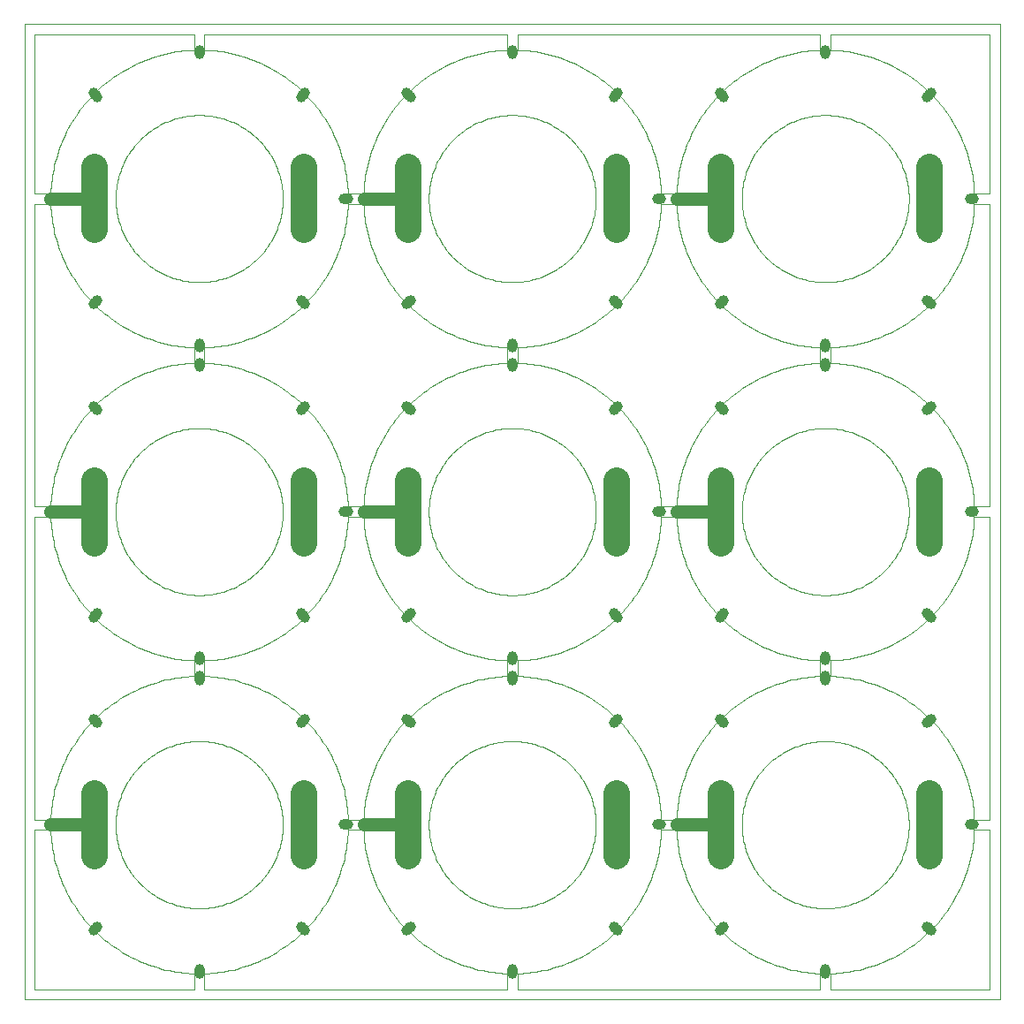
<source format=gtl>
G75*
%MOIN*%
%OFA0B0*%
%FSLAX25Y25*%
%IPPOS*%
%LPD*%
%AMOC8*
5,1,8,0,0,1.08239X$1,22.5*
%
%ADD10C,0.00039*%
%ADD11C,0.03962*%
%ADD12C,0.07087*%
%ADD13C,0.09843*%
%ADD14C,0.04921*%
D10*
X0001020Y0001020D02*
X0369130Y0001020D01*
X0369130Y0369130D01*
X0001020Y0369130D01*
X0001020Y0001020D01*
X0004957Y0004957D02*
X0004957Y0064996D01*
X0010862Y0064996D01*
X0010862Y0068933D02*
X0004957Y0068933D01*
X0004957Y0183106D01*
X0010862Y0183106D01*
X0010862Y0187043D02*
X0004957Y0187043D01*
X0004957Y0301217D01*
X0010862Y0301217D01*
X0010862Y0305154D02*
X0004957Y0305154D01*
X0004957Y0365193D01*
X0064996Y0365193D01*
X0064996Y0359287D01*
X0068933Y0359287D02*
X0068933Y0365193D01*
X0183106Y0365193D01*
X0183106Y0359287D01*
X0187043Y0359287D02*
X0187043Y0365193D01*
X0301217Y0365193D01*
X0301217Y0359287D01*
X0305154Y0359287D02*
X0305154Y0365193D01*
X0365193Y0365193D01*
X0365193Y0305154D01*
X0359287Y0305154D01*
X0359287Y0301217D02*
X0365193Y0301217D01*
X0365193Y0187043D01*
X0359287Y0187043D01*
X0359287Y0183106D02*
X0365193Y0183106D01*
X0365193Y0068933D01*
X0359287Y0068933D01*
X0359287Y0064996D02*
X0365193Y0064996D01*
X0365193Y0004957D01*
X0305154Y0004957D01*
X0305154Y0010862D01*
X0301217Y0010862D02*
X0301217Y0004957D01*
X0187043Y0004957D01*
X0187043Y0010862D01*
X0183106Y0010862D02*
X0183106Y0004957D01*
X0068933Y0004957D01*
X0068933Y0010862D01*
X0064996Y0010862D02*
X0064996Y0004957D01*
X0004957Y0004957D01*
X0025134Y0055154D02*
X0025134Y0078776D01*
X0025133Y0078776D02*
X0025135Y0078874D01*
X0025141Y0078972D01*
X0025150Y0079069D01*
X0025164Y0079166D01*
X0025181Y0079262D01*
X0025203Y0079358D01*
X0025228Y0079452D01*
X0025256Y0079546D01*
X0025289Y0079638D01*
X0025325Y0079729D01*
X0025365Y0079819D01*
X0025408Y0079906D01*
X0025455Y0079992D01*
X0025505Y0080076D01*
X0025558Y0080158D01*
X0025615Y0080238D01*
X0025674Y0080316D01*
X0025737Y0080391D01*
X0025803Y0080464D01*
X0025871Y0080533D01*
X0025942Y0080601D01*
X0026016Y0080665D01*
X0026093Y0080726D01*
X0026171Y0080784D01*
X0026252Y0080839D01*
X0026335Y0080891D01*
X0026420Y0080939D01*
X0026507Y0080984D01*
X0026596Y0081026D01*
X0026686Y0081063D01*
X0026778Y0081098D01*
X0026871Y0081128D01*
X0026965Y0081155D01*
X0027060Y0081178D01*
X0027156Y0081198D01*
X0027253Y0081213D01*
X0027350Y0081225D01*
X0027447Y0081233D01*
X0027545Y0081237D01*
X0027643Y0081237D01*
X0027741Y0081233D01*
X0027838Y0081225D01*
X0027935Y0081213D01*
X0028032Y0081198D01*
X0028128Y0081178D01*
X0028223Y0081155D01*
X0028317Y0081128D01*
X0028410Y0081098D01*
X0028502Y0081063D01*
X0028592Y0081026D01*
X0028681Y0080984D01*
X0028768Y0080939D01*
X0028853Y0080891D01*
X0028936Y0080839D01*
X0029017Y0080784D01*
X0029095Y0080726D01*
X0029172Y0080665D01*
X0029246Y0080601D01*
X0029317Y0080533D01*
X0029385Y0080464D01*
X0029451Y0080391D01*
X0029514Y0080316D01*
X0029573Y0080238D01*
X0029630Y0080158D01*
X0029683Y0080076D01*
X0029733Y0079992D01*
X0029780Y0079906D01*
X0029823Y0079819D01*
X0029863Y0079729D01*
X0029899Y0079638D01*
X0029932Y0079546D01*
X0029960Y0079452D01*
X0029985Y0079358D01*
X0030007Y0079262D01*
X0030024Y0079166D01*
X0030038Y0079069D01*
X0030047Y0078972D01*
X0030053Y0078874D01*
X0030055Y0078776D01*
X0030055Y0055154D01*
X0030053Y0055056D01*
X0030047Y0054958D01*
X0030038Y0054861D01*
X0030024Y0054764D01*
X0030007Y0054668D01*
X0029985Y0054572D01*
X0029960Y0054478D01*
X0029932Y0054384D01*
X0029899Y0054292D01*
X0029863Y0054201D01*
X0029823Y0054111D01*
X0029780Y0054024D01*
X0029733Y0053938D01*
X0029683Y0053854D01*
X0029630Y0053772D01*
X0029573Y0053692D01*
X0029514Y0053614D01*
X0029451Y0053539D01*
X0029385Y0053466D01*
X0029317Y0053397D01*
X0029246Y0053329D01*
X0029172Y0053265D01*
X0029095Y0053204D01*
X0029017Y0053146D01*
X0028936Y0053091D01*
X0028853Y0053039D01*
X0028768Y0052991D01*
X0028681Y0052946D01*
X0028592Y0052904D01*
X0028502Y0052867D01*
X0028410Y0052832D01*
X0028317Y0052802D01*
X0028223Y0052775D01*
X0028128Y0052752D01*
X0028032Y0052732D01*
X0027935Y0052717D01*
X0027838Y0052705D01*
X0027741Y0052697D01*
X0027643Y0052693D01*
X0027545Y0052693D01*
X0027447Y0052697D01*
X0027350Y0052705D01*
X0027253Y0052717D01*
X0027156Y0052732D01*
X0027060Y0052752D01*
X0026965Y0052775D01*
X0026871Y0052802D01*
X0026778Y0052832D01*
X0026686Y0052867D01*
X0026596Y0052904D01*
X0026507Y0052946D01*
X0026420Y0052991D01*
X0026335Y0053039D01*
X0026252Y0053091D01*
X0026171Y0053146D01*
X0026093Y0053204D01*
X0026016Y0053265D01*
X0025942Y0053329D01*
X0025871Y0053397D01*
X0025803Y0053466D01*
X0025737Y0053539D01*
X0025674Y0053614D01*
X0025615Y0053692D01*
X0025558Y0053772D01*
X0025505Y0053854D01*
X0025455Y0053938D01*
X0025408Y0054024D01*
X0025365Y0054111D01*
X0025325Y0054201D01*
X0025289Y0054292D01*
X0025256Y0054384D01*
X0025228Y0054478D01*
X0025203Y0054572D01*
X0025181Y0054668D01*
X0025164Y0054764D01*
X0025150Y0054861D01*
X0025141Y0054958D01*
X0025135Y0055056D01*
X0025133Y0055154D01*
X0027594Y0055154D02*
X0027594Y0078776D01*
X0068934Y0010863D02*
X0070291Y0010927D01*
X0071646Y0011023D01*
X0072998Y0011153D01*
X0074347Y0011316D01*
X0075692Y0011511D01*
X0077032Y0011738D01*
X0078365Y0011998D01*
X0079692Y0012290D01*
X0081012Y0012614D01*
X0082323Y0012970D01*
X0083625Y0013357D01*
X0084918Y0013776D01*
X0086200Y0014226D01*
X0087471Y0014707D01*
X0088729Y0015219D01*
X0089975Y0015761D01*
X0091208Y0016332D01*
X0092426Y0016934D01*
X0093629Y0017565D01*
X0094817Y0018225D01*
X0095989Y0018913D01*
X0097143Y0019629D01*
X0098280Y0020374D01*
X0099398Y0021145D01*
X0100498Y0021944D01*
X0101577Y0022768D01*
X0102637Y0023619D01*
X0103675Y0024495D01*
X0104693Y0025396D01*
X0105688Y0026321D01*
X0106660Y0027270D01*
X0107609Y0028242D01*
X0108534Y0029237D01*
X0109435Y0030255D01*
X0110311Y0031293D01*
X0111162Y0032353D01*
X0111986Y0033432D01*
X0112785Y0034532D01*
X0113556Y0035650D01*
X0114301Y0036787D01*
X0115017Y0037941D01*
X0115705Y0039113D01*
X0116365Y0040301D01*
X0116996Y0041504D01*
X0117598Y0042722D01*
X0118169Y0043955D01*
X0118711Y0045201D01*
X0119223Y0046459D01*
X0119704Y0047730D01*
X0120154Y0049012D01*
X0120573Y0050305D01*
X0120960Y0051607D01*
X0121316Y0052918D01*
X0121640Y0054238D01*
X0121932Y0055565D01*
X0122192Y0056898D01*
X0122419Y0058238D01*
X0122614Y0059583D01*
X0122777Y0060932D01*
X0122907Y0062284D01*
X0123003Y0063639D01*
X0123067Y0064996D01*
X0128972Y0064996D01*
X0128972Y0068933D02*
X0123067Y0068933D01*
X0108795Y0078776D02*
X0108795Y0055154D01*
X0108796Y0055154D02*
X0108794Y0055056D01*
X0108788Y0054958D01*
X0108779Y0054861D01*
X0108765Y0054764D01*
X0108748Y0054668D01*
X0108726Y0054572D01*
X0108701Y0054478D01*
X0108673Y0054384D01*
X0108640Y0054292D01*
X0108604Y0054201D01*
X0108564Y0054111D01*
X0108521Y0054024D01*
X0108474Y0053938D01*
X0108424Y0053854D01*
X0108371Y0053772D01*
X0108314Y0053692D01*
X0108255Y0053614D01*
X0108192Y0053539D01*
X0108126Y0053466D01*
X0108058Y0053397D01*
X0107987Y0053329D01*
X0107913Y0053265D01*
X0107836Y0053204D01*
X0107758Y0053146D01*
X0107677Y0053091D01*
X0107594Y0053039D01*
X0107509Y0052991D01*
X0107422Y0052946D01*
X0107333Y0052904D01*
X0107243Y0052867D01*
X0107151Y0052832D01*
X0107058Y0052802D01*
X0106964Y0052775D01*
X0106869Y0052752D01*
X0106773Y0052732D01*
X0106676Y0052717D01*
X0106579Y0052705D01*
X0106482Y0052697D01*
X0106384Y0052693D01*
X0106286Y0052693D01*
X0106188Y0052697D01*
X0106091Y0052705D01*
X0105994Y0052717D01*
X0105897Y0052732D01*
X0105801Y0052752D01*
X0105706Y0052775D01*
X0105612Y0052802D01*
X0105519Y0052832D01*
X0105427Y0052867D01*
X0105337Y0052904D01*
X0105248Y0052946D01*
X0105161Y0052991D01*
X0105076Y0053039D01*
X0104993Y0053091D01*
X0104912Y0053146D01*
X0104834Y0053204D01*
X0104757Y0053265D01*
X0104683Y0053329D01*
X0104612Y0053397D01*
X0104544Y0053466D01*
X0104478Y0053539D01*
X0104415Y0053614D01*
X0104356Y0053692D01*
X0104299Y0053772D01*
X0104246Y0053854D01*
X0104196Y0053938D01*
X0104149Y0054024D01*
X0104106Y0054111D01*
X0104066Y0054201D01*
X0104030Y0054292D01*
X0103997Y0054384D01*
X0103969Y0054478D01*
X0103944Y0054572D01*
X0103922Y0054668D01*
X0103905Y0054764D01*
X0103891Y0054861D01*
X0103882Y0054958D01*
X0103876Y0055056D01*
X0103874Y0055154D01*
X0103874Y0078776D01*
X0103876Y0078874D01*
X0103882Y0078972D01*
X0103891Y0079069D01*
X0103905Y0079166D01*
X0103922Y0079262D01*
X0103944Y0079358D01*
X0103969Y0079452D01*
X0103997Y0079546D01*
X0104030Y0079638D01*
X0104066Y0079729D01*
X0104106Y0079819D01*
X0104149Y0079906D01*
X0104196Y0079992D01*
X0104246Y0080076D01*
X0104299Y0080158D01*
X0104356Y0080238D01*
X0104415Y0080316D01*
X0104478Y0080391D01*
X0104544Y0080464D01*
X0104612Y0080533D01*
X0104683Y0080601D01*
X0104757Y0080665D01*
X0104834Y0080726D01*
X0104912Y0080784D01*
X0104993Y0080839D01*
X0105076Y0080891D01*
X0105161Y0080939D01*
X0105248Y0080984D01*
X0105337Y0081026D01*
X0105427Y0081063D01*
X0105519Y0081098D01*
X0105612Y0081128D01*
X0105706Y0081155D01*
X0105801Y0081178D01*
X0105897Y0081198D01*
X0105994Y0081213D01*
X0106091Y0081225D01*
X0106188Y0081233D01*
X0106286Y0081237D01*
X0106384Y0081237D01*
X0106482Y0081233D01*
X0106579Y0081225D01*
X0106676Y0081213D01*
X0106773Y0081198D01*
X0106869Y0081178D01*
X0106964Y0081155D01*
X0107058Y0081128D01*
X0107151Y0081098D01*
X0107243Y0081063D01*
X0107333Y0081026D01*
X0107422Y0080984D01*
X0107509Y0080939D01*
X0107594Y0080891D01*
X0107677Y0080839D01*
X0107758Y0080784D01*
X0107836Y0080726D01*
X0107913Y0080665D01*
X0107987Y0080601D01*
X0108058Y0080533D01*
X0108126Y0080464D01*
X0108192Y0080391D01*
X0108255Y0080316D01*
X0108314Y0080238D01*
X0108371Y0080158D01*
X0108424Y0080076D01*
X0108474Y0079992D01*
X0108521Y0079906D01*
X0108564Y0079819D01*
X0108604Y0079729D01*
X0108640Y0079638D01*
X0108673Y0079546D01*
X0108701Y0079452D01*
X0108726Y0079358D01*
X0108748Y0079262D01*
X0108765Y0079166D01*
X0108779Y0079069D01*
X0108788Y0078972D01*
X0108794Y0078874D01*
X0108796Y0078776D01*
X0106335Y0078776D02*
X0106335Y0055154D01*
X0143244Y0055154D02*
X0143244Y0078776D01*
X0143246Y0078874D01*
X0143252Y0078972D01*
X0143261Y0079069D01*
X0143275Y0079166D01*
X0143292Y0079262D01*
X0143314Y0079358D01*
X0143339Y0079452D01*
X0143367Y0079546D01*
X0143400Y0079638D01*
X0143436Y0079729D01*
X0143476Y0079819D01*
X0143519Y0079906D01*
X0143566Y0079992D01*
X0143616Y0080076D01*
X0143669Y0080158D01*
X0143726Y0080238D01*
X0143785Y0080316D01*
X0143848Y0080391D01*
X0143914Y0080464D01*
X0143982Y0080533D01*
X0144053Y0080601D01*
X0144127Y0080665D01*
X0144204Y0080726D01*
X0144282Y0080784D01*
X0144363Y0080839D01*
X0144446Y0080891D01*
X0144531Y0080939D01*
X0144618Y0080984D01*
X0144707Y0081026D01*
X0144797Y0081063D01*
X0144889Y0081098D01*
X0144982Y0081128D01*
X0145076Y0081155D01*
X0145171Y0081178D01*
X0145267Y0081198D01*
X0145364Y0081213D01*
X0145461Y0081225D01*
X0145558Y0081233D01*
X0145656Y0081237D01*
X0145754Y0081237D01*
X0145852Y0081233D01*
X0145949Y0081225D01*
X0146046Y0081213D01*
X0146143Y0081198D01*
X0146239Y0081178D01*
X0146334Y0081155D01*
X0146428Y0081128D01*
X0146521Y0081098D01*
X0146613Y0081063D01*
X0146703Y0081026D01*
X0146792Y0080984D01*
X0146879Y0080939D01*
X0146964Y0080891D01*
X0147047Y0080839D01*
X0147128Y0080784D01*
X0147206Y0080726D01*
X0147283Y0080665D01*
X0147357Y0080601D01*
X0147428Y0080533D01*
X0147496Y0080464D01*
X0147562Y0080391D01*
X0147625Y0080316D01*
X0147684Y0080238D01*
X0147741Y0080158D01*
X0147794Y0080076D01*
X0147844Y0079992D01*
X0147891Y0079906D01*
X0147934Y0079819D01*
X0147974Y0079729D01*
X0148010Y0079638D01*
X0148043Y0079546D01*
X0148071Y0079452D01*
X0148096Y0079358D01*
X0148118Y0079262D01*
X0148135Y0079166D01*
X0148149Y0079069D01*
X0148158Y0078972D01*
X0148164Y0078874D01*
X0148166Y0078776D01*
X0148165Y0078776D02*
X0148165Y0055154D01*
X0148166Y0055154D02*
X0148164Y0055056D01*
X0148158Y0054958D01*
X0148149Y0054861D01*
X0148135Y0054764D01*
X0148118Y0054668D01*
X0148096Y0054572D01*
X0148071Y0054478D01*
X0148043Y0054384D01*
X0148010Y0054292D01*
X0147974Y0054201D01*
X0147934Y0054111D01*
X0147891Y0054024D01*
X0147844Y0053938D01*
X0147794Y0053854D01*
X0147741Y0053772D01*
X0147684Y0053692D01*
X0147625Y0053614D01*
X0147562Y0053539D01*
X0147496Y0053466D01*
X0147428Y0053397D01*
X0147357Y0053329D01*
X0147283Y0053265D01*
X0147206Y0053204D01*
X0147128Y0053146D01*
X0147047Y0053091D01*
X0146964Y0053039D01*
X0146879Y0052991D01*
X0146792Y0052946D01*
X0146703Y0052904D01*
X0146613Y0052867D01*
X0146521Y0052832D01*
X0146428Y0052802D01*
X0146334Y0052775D01*
X0146239Y0052752D01*
X0146143Y0052732D01*
X0146046Y0052717D01*
X0145949Y0052705D01*
X0145852Y0052697D01*
X0145754Y0052693D01*
X0145656Y0052693D01*
X0145558Y0052697D01*
X0145461Y0052705D01*
X0145364Y0052717D01*
X0145267Y0052732D01*
X0145171Y0052752D01*
X0145076Y0052775D01*
X0144982Y0052802D01*
X0144889Y0052832D01*
X0144797Y0052867D01*
X0144707Y0052904D01*
X0144618Y0052946D01*
X0144531Y0052991D01*
X0144446Y0053039D01*
X0144363Y0053091D01*
X0144282Y0053146D01*
X0144204Y0053204D01*
X0144127Y0053265D01*
X0144053Y0053329D01*
X0143982Y0053397D01*
X0143914Y0053466D01*
X0143848Y0053539D01*
X0143785Y0053614D01*
X0143726Y0053692D01*
X0143669Y0053772D01*
X0143616Y0053854D01*
X0143566Y0053938D01*
X0143519Y0054024D01*
X0143476Y0054111D01*
X0143436Y0054201D01*
X0143400Y0054292D01*
X0143367Y0054384D01*
X0143339Y0054478D01*
X0143314Y0054572D01*
X0143292Y0054668D01*
X0143275Y0054764D01*
X0143261Y0054861D01*
X0143252Y0054958D01*
X0143246Y0055056D01*
X0143244Y0055154D01*
X0145705Y0055154D02*
X0145705Y0078776D01*
X0187044Y0010863D02*
X0188401Y0010927D01*
X0189756Y0011023D01*
X0191108Y0011153D01*
X0192457Y0011316D01*
X0193802Y0011511D01*
X0195142Y0011738D01*
X0196475Y0011998D01*
X0197802Y0012290D01*
X0199122Y0012614D01*
X0200433Y0012970D01*
X0201735Y0013357D01*
X0203028Y0013776D01*
X0204310Y0014226D01*
X0205581Y0014707D01*
X0206839Y0015219D01*
X0208085Y0015761D01*
X0209318Y0016332D01*
X0210536Y0016934D01*
X0211739Y0017565D01*
X0212927Y0018225D01*
X0214099Y0018913D01*
X0215253Y0019629D01*
X0216390Y0020374D01*
X0217508Y0021145D01*
X0218608Y0021944D01*
X0219687Y0022768D01*
X0220747Y0023619D01*
X0221785Y0024495D01*
X0222803Y0025396D01*
X0223798Y0026321D01*
X0224770Y0027270D01*
X0225719Y0028242D01*
X0226644Y0029237D01*
X0227545Y0030255D01*
X0228421Y0031293D01*
X0229272Y0032353D01*
X0230096Y0033432D01*
X0230895Y0034532D01*
X0231666Y0035650D01*
X0232411Y0036787D01*
X0233127Y0037941D01*
X0233815Y0039113D01*
X0234475Y0040301D01*
X0235106Y0041504D01*
X0235708Y0042722D01*
X0236279Y0043955D01*
X0236821Y0045201D01*
X0237333Y0046459D01*
X0237814Y0047730D01*
X0238264Y0049012D01*
X0238683Y0050305D01*
X0239070Y0051607D01*
X0239426Y0052918D01*
X0239750Y0054238D01*
X0240042Y0055565D01*
X0240302Y0056898D01*
X0240529Y0058238D01*
X0240724Y0059583D01*
X0240887Y0060932D01*
X0241017Y0062284D01*
X0241113Y0063639D01*
X0241177Y0064996D01*
X0247083Y0064996D01*
X0247083Y0068933D02*
X0241177Y0068933D01*
X0226906Y0078776D02*
X0226906Y0055154D01*
X0226904Y0055056D01*
X0226898Y0054958D01*
X0226889Y0054861D01*
X0226875Y0054764D01*
X0226858Y0054668D01*
X0226836Y0054572D01*
X0226811Y0054478D01*
X0226783Y0054384D01*
X0226750Y0054292D01*
X0226714Y0054201D01*
X0226674Y0054111D01*
X0226631Y0054024D01*
X0226584Y0053938D01*
X0226534Y0053854D01*
X0226481Y0053772D01*
X0226424Y0053692D01*
X0226365Y0053614D01*
X0226302Y0053539D01*
X0226236Y0053466D01*
X0226168Y0053397D01*
X0226097Y0053329D01*
X0226023Y0053265D01*
X0225946Y0053204D01*
X0225868Y0053146D01*
X0225787Y0053091D01*
X0225704Y0053039D01*
X0225619Y0052991D01*
X0225532Y0052946D01*
X0225443Y0052904D01*
X0225353Y0052867D01*
X0225261Y0052832D01*
X0225168Y0052802D01*
X0225074Y0052775D01*
X0224979Y0052752D01*
X0224883Y0052732D01*
X0224786Y0052717D01*
X0224689Y0052705D01*
X0224592Y0052697D01*
X0224494Y0052693D01*
X0224396Y0052693D01*
X0224298Y0052697D01*
X0224201Y0052705D01*
X0224104Y0052717D01*
X0224007Y0052732D01*
X0223911Y0052752D01*
X0223816Y0052775D01*
X0223722Y0052802D01*
X0223629Y0052832D01*
X0223537Y0052867D01*
X0223447Y0052904D01*
X0223358Y0052946D01*
X0223271Y0052991D01*
X0223186Y0053039D01*
X0223103Y0053091D01*
X0223022Y0053146D01*
X0222944Y0053204D01*
X0222867Y0053265D01*
X0222793Y0053329D01*
X0222722Y0053397D01*
X0222654Y0053466D01*
X0222588Y0053539D01*
X0222525Y0053614D01*
X0222466Y0053692D01*
X0222409Y0053772D01*
X0222356Y0053854D01*
X0222306Y0053938D01*
X0222259Y0054024D01*
X0222216Y0054111D01*
X0222176Y0054201D01*
X0222140Y0054292D01*
X0222107Y0054384D01*
X0222079Y0054478D01*
X0222054Y0054572D01*
X0222032Y0054668D01*
X0222015Y0054764D01*
X0222001Y0054861D01*
X0221992Y0054958D01*
X0221986Y0055056D01*
X0221984Y0055154D01*
X0221984Y0078776D01*
X0221986Y0078874D01*
X0221992Y0078972D01*
X0222001Y0079069D01*
X0222015Y0079166D01*
X0222032Y0079262D01*
X0222054Y0079358D01*
X0222079Y0079452D01*
X0222107Y0079546D01*
X0222140Y0079638D01*
X0222176Y0079729D01*
X0222216Y0079819D01*
X0222259Y0079906D01*
X0222306Y0079992D01*
X0222356Y0080076D01*
X0222409Y0080158D01*
X0222466Y0080238D01*
X0222525Y0080316D01*
X0222588Y0080391D01*
X0222654Y0080464D01*
X0222722Y0080533D01*
X0222793Y0080601D01*
X0222867Y0080665D01*
X0222944Y0080726D01*
X0223022Y0080784D01*
X0223103Y0080839D01*
X0223186Y0080891D01*
X0223271Y0080939D01*
X0223358Y0080984D01*
X0223447Y0081026D01*
X0223537Y0081063D01*
X0223629Y0081098D01*
X0223722Y0081128D01*
X0223816Y0081155D01*
X0223911Y0081178D01*
X0224007Y0081198D01*
X0224104Y0081213D01*
X0224201Y0081225D01*
X0224298Y0081233D01*
X0224396Y0081237D01*
X0224494Y0081237D01*
X0224592Y0081233D01*
X0224689Y0081225D01*
X0224786Y0081213D01*
X0224883Y0081198D01*
X0224979Y0081178D01*
X0225074Y0081155D01*
X0225168Y0081128D01*
X0225261Y0081098D01*
X0225353Y0081063D01*
X0225443Y0081026D01*
X0225532Y0080984D01*
X0225619Y0080939D01*
X0225704Y0080891D01*
X0225787Y0080839D01*
X0225868Y0080784D01*
X0225946Y0080726D01*
X0226023Y0080665D01*
X0226097Y0080601D01*
X0226168Y0080533D01*
X0226236Y0080464D01*
X0226302Y0080391D01*
X0226365Y0080316D01*
X0226424Y0080238D01*
X0226481Y0080158D01*
X0226534Y0080076D01*
X0226584Y0079992D01*
X0226631Y0079906D01*
X0226674Y0079819D01*
X0226714Y0079729D01*
X0226750Y0079638D01*
X0226783Y0079546D01*
X0226811Y0079452D01*
X0226836Y0079358D01*
X0226858Y0079262D01*
X0226875Y0079166D01*
X0226889Y0079069D01*
X0226898Y0078972D01*
X0226904Y0078874D01*
X0226906Y0078776D01*
X0224445Y0078776D02*
X0224445Y0055154D01*
X0261354Y0055154D02*
X0261354Y0078776D01*
X0261356Y0078874D01*
X0261362Y0078972D01*
X0261371Y0079069D01*
X0261385Y0079166D01*
X0261402Y0079262D01*
X0261424Y0079358D01*
X0261449Y0079452D01*
X0261477Y0079546D01*
X0261510Y0079638D01*
X0261546Y0079729D01*
X0261586Y0079819D01*
X0261629Y0079906D01*
X0261676Y0079992D01*
X0261726Y0080076D01*
X0261779Y0080158D01*
X0261836Y0080238D01*
X0261895Y0080316D01*
X0261958Y0080391D01*
X0262024Y0080464D01*
X0262092Y0080533D01*
X0262163Y0080601D01*
X0262237Y0080665D01*
X0262314Y0080726D01*
X0262392Y0080784D01*
X0262473Y0080839D01*
X0262556Y0080891D01*
X0262641Y0080939D01*
X0262728Y0080984D01*
X0262817Y0081026D01*
X0262907Y0081063D01*
X0262999Y0081098D01*
X0263092Y0081128D01*
X0263186Y0081155D01*
X0263281Y0081178D01*
X0263377Y0081198D01*
X0263474Y0081213D01*
X0263571Y0081225D01*
X0263668Y0081233D01*
X0263766Y0081237D01*
X0263864Y0081237D01*
X0263962Y0081233D01*
X0264059Y0081225D01*
X0264156Y0081213D01*
X0264253Y0081198D01*
X0264349Y0081178D01*
X0264444Y0081155D01*
X0264538Y0081128D01*
X0264631Y0081098D01*
X0264723Y0081063D01*
X0264813Y0081026D01*
X0264902Y0080984D01*
X0264989Y0080939D01*
X0265074Y0080891D01*
X0265157Y0080839D01*
X0265238Y0080784D01*
X0265316Y0080726D01*
X0265393Y0080665D01*
X0265467Y0080601D01*
X0265538Y0080533D01*
X0265606Y0080464D01*
X0265672Y0080391D01*
X0265735Y0080316D01*
X0265794Y0080238D01*
X0265851Y0080158D01*
X0265904Y0080076D01*
X0265954Y0079992D01*
X0266001Y0079906D01*
X0266044Y0079819D01*
X0266084Y0079729D01*
X0266120Y0079638D01*
X0266153Y0079546D01*
X0266181Y0079452D01*
X0266206Y0079358D01*
X0266228Y0079262D01*
X0266245Y0079166D01*
X0266259Y0079069D01*
X0266268Y0078972D01*
X0266274Y0078874D01*
X0266276Y0078776D01*
X0266276Y0055154D01*
X0266274Y0055056D01*
X0266268Y0054958D01*
X0266259Y0054861D01*
X0266245Y0054764D01*
X0266228Y0054668D01*
X0266206Y0054572D01*
X0266181Y0054478D01*
X0266153Y0054384D01*
X0266120Y0054292D01*
X0266084Y0054201D01*
X0266044Y0054111D01*
X0266001Y0054024D01*
X0265954Y0053938D01*
X0265904Y0053854D01*
X0265851Y0053772D01*
X0265794Y0053692D01*
X0265735Y0053614D01*
X0265672Y0053539D01*
X0265606Y0053466D01*
X0265538Y0053397D01*
X0265467Y0053329D01*
X0265393Y0053265D01*
X0265316Y0053204D01*
X0265238Y0053146D01*
X0265157Y0053091D01*
X0265074Y0053039D01*
X0264989Y0052991D01*
X0264902Y0052946D01*
X0264813Y0052904D01*
X0264723Y0052867D01*
X0264631Y0052832D01*
X0264538Y0052802D01*
X0264444Y0052775D01*
X0264349Y0052752D01*
X0264253Y0052732D01*
X0264156Y0052717D01*
X0264059Y0052705D01*
X0263962Y0052697D01*
X0263864Y0052693D01*
X0263766Y0052693D01*
X0263668Y0052697D01*
X0263571Y0052705D01*
X0263474Y0052717D01*
X0263377Y0052732D01*
X0263281Y0052752D01*
X0263186Y0052775D01*
X0263092Y0052802D01*
X0262999Y0052832D01*
X0262907Y0052867D01*
X0262817Y0052904D01*
X0262728Y0052946D01*
X0262641Y0052991D01*
X0262556Y0053039D01*
X0262473Y0053091D01*
X0262392Y0053146D01*
X0262314Y0053204D01*
X0262237Y0053265D01*
X0262163Y0053329D01*
X0262092Y0053397D01*
X0262024Y0053466D01*
X0261958Y0053539D01*
X0261895Y0053614D01*
X0261836Y0053692D01*
X0261779Y0053772D01*
X0261726Y0053854D01*
X0261676Y0053938D01*
X0261629Y0054024D01*
X0261586Y0054111D01*
X0261546Y0054201D01*
X0261510Y0054292D01*
X0261477Y0054384D01*
X0261449Y0054478D01*
X0261424Y0054572D01*
X0261402Y0054668D01*
X0261385Y0054764D01*
X0261371Y0054861D01*
X0261362Y0054958D01*
X0261356Y0055056D01*
X0261354Y0055154D01*
X0263815Y0055154D02*
X0263815Y0078776D01*
X0305154Y0010863D02*
X0306511Y0010927D01*
X0307866Y0011023D01*
X0309218Y0011153D01*
X0310567Y0011316D01*
X0311912Y0011511D01*
X0313252Y0011738D01*
X0314585Y0011998D01*
X0315912Y0012290D01*
X0317232Y0012614D01*
X0318543Y0012970D01*
X0319845Y0013357D01*
X0321138Y0013776D01*
X0322420Y0014226D01*
X0323691Y0014707D01*
X0324949Y0015219D01*
X0326195Y0015761D01*
X0327428Y0016332D01*
X0328646Y0016934D01*
X0329849Y0017565D01*
X0331037Y0018225D01*
X0332209Y0018913D01*
X0333363Y0019629D01*
X0334500Y0020374D01*
X0335618Y0021145D01*
X0336718Y0021944D01*
X0337797Y0022768D01*
X0338857Y0023619D01*
X0339895Y0024495D01*
X0340913Y0025396D01*
X0341908Y0026321D01*
X0342880Y0027270D01*
X0343829Y0028242D01*
X0344754Y0029237D01*
X0345655Y0030255D01*
X0346531Y0031293D01*
X0347382Y0032353D01*
X0348206Y0033432D01*
X0349005Y0034532D01*
X0349776Y0035650D01*
X0350521Y0036787D01*
X0351237Y0037941D01*
X0351925Y0039113D01*
X0352585Y0040301D01*
X0353216Y0041504D01*
X0353818Y0042722D01*
X0354389Y0043955D01*
X0354931Y0045201D01*
X0355443Y0046459D01*
X0355924Y0047730D01*
X0356374Y0049012D01*
X0356793Y0050305D01*
X0357180Y0051607D01*
X0357536Y0052918D01*
X0357860Y0054238D01*
X0358152Y0055565D01*
X0358412Y0056898D01*
X0358639Y0058238D01*
X0358834Y0059583D01*
X0358997Y0060932D01*
X0359127Y0062284D01*
X0359223Y0063639D01*
X0359287Y0064996D01*
X0345016Y0055154D02*
X0345016Y0078776D01*
X0345014Y0078874D01*
X0345008Y0078972D01*
X0344999Y0079069D01*
X0344985Y0079166D01*
X0344968Y0079262D01*
X0344946Y0079358D01*
X0344921Y0079452D01*
X0344893Y0079546D01*
X0344860Y0079638D01*
X0344824Y0079729D01*
X0344784Y0079819D01*
X0344741Y0079906D01*
X0344694Y0079992D01*
X0344644Y0080076D01*
X0344591Y0080158D01*
X0344534Y0080238D01*
X0344475Y0080316D01*
X0344412Y0080391D01*
X0344346Y0080464D01*
X0344278Y0080533D01*
X0344207Y0080601D01*
X0344133Y0080665D01*
X0344056Y0080726D01*
X0343978Y0080784D01*
X0343897Y0080839D01*
X0343814Y0080891D01*
X0343729Y0080939D01*
X0343642Y0080984D01*
X0343553Y0081026D01*
X0343463Y0081063D01*
X0343371Y0081098D01*
X0343278Y0081128D01*
X0343184Y0081155D01*
X0343089Y0081178D01*
X0342993Y0081198D01*
X0342896Y0081213D01*
X0342799Y0081225D01*
X0342702Y0081233D01*
X0342604Y0081237D01*
X0342506Y0081237D01*
X0342408Y0081233D01*
X0342311Y0081225D01*
X0342214Y0081213D01*
X0342117Y0081198D01*
X0342021Y0081178D01*
X0341926Y0081155D01*
X0341832Y0081128D01*
X0341739Y0081098D01*
X0341647Y0081063D01*
X0341557Y0081026D01*
X0341468Y0080984D01*
X0341381Y0080939D01*
X0341296Y0080891D01*
X0341213Y0080839D01*
X0341132Y0080784D01*
X0341054Y0080726D01*
X0340977Y0080665D01*
X0340903Y0080601D01*
X0340832Y0080533D01*
X0340764Y0080464D01*
X0340698Y0080391D01*
X0340635Y0080316D01*
X0340576Y0080238D01*
X0340519Y0080158D01*
X0340466Y0080076D01*
X0340416Y0079992D01*
X0340369Y0079906D01*
X0340326Y0079819D01*
X0340286Y0079729D01*
X0340250Y0079638D01*
X0340217Y0079546D01*
X0340189Y0079452D01*
X0340164Y0079358D01*
X0340142Y0079262D01*
X0340125Y0079166D01*
X0340111Y0079069D01*
X0340102Y0078972D01*
X0340096Y0078874D01*
X0340094Y0078776D01*
X0340094Y0055154D01*
X0340096Y0055056D01*
X0340102Y0054958D01*
X0340111Y0054861D01*
X0340125Y0054764D01*
X0340142Y0054668D01*
X0340164Y0054572D01*
X0340189Y0054478D01*
X0340217Y0054384D01*
X0340250Y0054292D01*
X0340286Y0054201D01*
X0340326Y0054111D01*
X0340369Y0054024D01*
X0340416Y0053938D01*
X0340466Y0053854D01*
X0340519Y0053772D01*
X0340576Y0053692D01*
X0340635Y0053614D01*
X0340698Y0053539D01*
X0340764Y0053466D01*
X0340832Y0053397D01*
X0340903Y0053329D01*
X0340977Y0053265D01*
X0341054Y0053204D01*
X0341132Y0053146D01*
X0341213Y0053091D01*
X0341296Y0053039D01*
X0341381Y0052991D01*
X0341468Y0052946D01*
X0341557Y0052904D01*
X0341647Y0052867D01*
X0341739Y0052832D01*
X0341832Y0052802D01*
X0341926Y0052775D01*
X0342021Y0052752D01*
X0342117Y0052732D01*
X0342214Y0052717D01*
X0342311Y0052705D01*
X0342408Y0052697D01*
X0342506Y0052693D01*
X0342604Y0052693D01*
X0342702Y0052697D01*
X0342799Y0052705D01*
X0342896Y0052717D01*
X0342993Y0052732D01*
X0343089Y0052752D01*
X0343184Y0052775D01*
X0343278Y0052802D01*
X0343371Y0052832D01*
X0343463Y0052867D01*
X0343553Y0052904D01*
X0343642Y0052946D01*
X0343729Y0052991D01*
X0343814Y0053039D01*
X0343897Y0053091D01*
X0343978Y0053146D01*
X0344056Y0053204D01*
X0344133Y0053265D01*
X0344207Y0053329D01*
X0344278Y0053397D01*
X0344346Y0053466D01*
X0344412Y0053539D01*
X0344475Y0053614D01*
X0344534Y0053692D01*
X0344591Y0053772D01*
X0344644Y0053854D01*
X0344694Y0053938D01*
X0344741Y0054024D01*
X0344784Y0054111D01*
X0344824Y0054201D01*
X0344860Y0054292D01*
X0344893Y0054384D01*
X0344921Y0054478D01*
X0344946Y0054572D01*
X0344968Y0054668D01*
X0344985Y0054764D01*
X0344999Y0054861D01*
X0345008Y0054958D01*
X0345014Y0055056D01*
X0345016Y0055154D01*
X0342555Y0055154D02*
X0342555Y0078776D01*
X0301216Y0010863D02*
X0299859Y0010927D01*
X0298504Y0011023D01*
X0297152Y0011153D01*
X0295803Y0011316D01*
X0294458Y0011511D01*
X0293118Y0011738D01*
X0291785Y0011998D01*
X0290458Y0012290D01*
X0289138Y0012614D01*
X0287827Y0012970D01*
X0286525Y0013357D01*
X0285232Y0013776D01*
X0283950Y0014226D01*
X0282679Y0014707D01*
X0281421Y0015219D01*
X0280175Y0015761D01*
X0278942Y0016332D01*
X0277724Y0016934D01*
X0276521Y0017565D01*
X0275333Y0018225D01*
X0274161Y0018913D01*
X0273007Y0019629D01*
X0271870Y0020374D01*
X0270752Y0021145D01*
X0269652Y0021944D01*
X0268573Y0022768D01*
X0267513Y0023619D01*
X0266475Y0024495D01*
X0265457Y0025396D01*
X0264462Y0026321D01*
X0263490Y0027270D01*
X0262541Y0028242D01*
X0261616Y0029237D01*
X0260715Y0030255D01*
X0259839Y0031293D01*
X0258988Y0032353D01*
X0258164Y0033432D01*
X0257365Y0034532D01*
X0256594Y0035650D01*
X0255849Y0036787D01*
X0255133Y0037941D01*
X0254445Y0039113D01*
X0253785Y0040301D01*
X0253154Y0041504D01*
X0252552Y0042722D01*
X0251981Y0043955D01*
X0251439Y0045201D01*
X0250927Y0046459D01*
X0250446Y0047730D01*
X0249996Y0049012D01*
X0249577Y0050305D01*
X0249190Y0051607D01*
X0248834Y0052918D01*
X0248510Y0054238D01*
X0248218Y0055565D01*
X0247958Y0056898D01*
X0247731Y0058238D01*
X0247536Y0059583D01*
X0247373Y0060932D01*
X0247243Y0062284D01*
X0247147Y0063639D01*
X0247083Y0064996D01*
X0305154Y0123067D02*
X0306511Y0123003D01*
X0307866Y0122907D01*
X0309218Y0122777D01*
X0310567Y0122614D01*
X0311912Y0122419D01*
X0313252Y0122192D01*
X0314585Y0121932D01*
X0315912Y0121640D01*
X0317232Y0121316D01*
X0318543Y0120960D01*
X0319845Y0120573D01*
X0321138Y0120154D01*
X0322420Y0119704D01*
X0323691Y0119223D01*
X0324949Y0118711D01*
X0326195Y0118169D01*
X0327428Y0117598D01*
X0328646Y0116996D01*
X0329849Y0116365D01*
X0331037Y0115705D01*
X0332209Y0115017D01*
X0333363Y0114301D01*
X0334500Y0113556D01*
X0335618Y0112785D01*
X0336718Y0111986D01*
X0337797Y0111162D01*
X0338857Y0110311D01*
X0339895Y0109435D01*
X0340913Y0108534D01*
X0341908Y0107609D01*
X0342880Y0106660D01*
X0343829Y0105688D01*
X0344754Y0104693D01*
X0345655Y0103675D01*
X0346531Y0102637D01*
X0347382Y0101577D01*
X0348206Y0100498D01*
X0349005Y0099398D01*
X0349776Y0098280D01*
X0350521Y0097143D01*
X0351237Y0095989D01*
X0351925Y0094817D01*
X0352585Y0093629D01*
X0353216Y0092426D01*
X0353818Y0091208D01*
X0354389Y0089975D01*
X0354931Y0088729D01*
X0355443Y0087471D01*
X0355924Y0086200D01*
X0356374Y0084918D01*
X0356793Y0083625D01*
X0357180Y0082323D01*
X0357536Y0081012D01*
X0357860Y0079692D01*
X0358152Y0078365D01*
X0358412Y0077032D01*
X0358639Y0075692D01*
X0358834Y0074347D01*
X0358997Y0072998D01*
X0359127Y0071646D01*
X0359223Y0070291D01*
X0359287Y0068934D01*
X0305154Y0123067D02*
X0305154Y0128972D01*
X0301217Y0128972D02*
X0301217Y0123067D01*
X0266276Y0173264D02*
X0266276Y0196886D01*
X0266274Y0196984D01*
X0266268Y0197082D01*
X0266259Y0197179D01*
X0266245Y0197276D01*
X0266228Y0197372D01*
X0266206Y0197468D01*
X0266181Y0197562D01*
X0266153Y0197656D01*
X0266120Y0197748D01*
X0266084Y0197839D01*
X0266044Y0197929D01*
X0266001Y0198016D01*
X0265954Y0198102D01*
X0265904Y0198186D01*
X0265851Y0198268D01*
X0265794Y0198348D01*
X0265735Y0198426D01*
X0265672Y0198501D01*
X0265606Y0198574D01*
X0265538Y0198643D01*
X0265467Y0198711D01*
X0265393Y0198775D01*
X0265316Y0198836D01*
X0265238Y0198894D01*
X0265157Y0198949D01*
X0265074Y0199001D01*
X0264989Y0199049D01*
X0264902Y0199094D01*
X0264813Y0199136D01*
X0264723Y0199173D01*
X0264631Y0199208D01*
X0264538Y0199238D01*
X0264444Y0199265D01*
X0264349Y0199288D01*
X0264253Y0199308D01*
X0264156Y0199323D01*
X0264059Y0199335D01*
X0263962Y0199343D01*
X0263864Y0199347D01*
X0263766Y0199347D01*
X0263668Y0199343D01*
X0263571Y0199335D01*
X0263474Y0199323D01*
X0263377Y0199308D01*
X0263281Y0199288D01*
X0263186Y0199265D01*
X0263092Y0199238D01*
X0262999Y0199208D01*
X0262907Y0199173D01*
X0262817Y0199136D01*
X0262728Y0199094D01*
X0262641Y0199049D01*
X0262556Y0199001D01*
X0262473Y0198949D01*
X0262392Y0198894D01*
X0262314Y0198836D01*
X0262237Y0198775D01*
X0262163Y0198711D01*
X0262092Y0198643D01*
X0262024Y0198574D01*
X0261958Y0198501D01*
X0261895Y0198426D01*
X0261836Y0198348D01*
X0261779Y0198268D01*
X0261726Y0198186D01*
X0261676Y0198102D01*
X0261629Y0198016D01*
X0261586Y0197929D01*
X0261546Y0197839D01*
X0261510Y0197748D01*
X0261477Y0197656D01*
X0261449Y0197562D01*
X0261424Y0197468D01*
X0261402Y0197372D01*
X0261385Y0197276D01*
X0261371Y0197179D01*
X0261362Y0197082D01*
X0261356Y0196984D01*
X0261354Y0196886D01*
X0261354Y0173264D01*
X0261356Y0173166D01*
X0261362Y0173068D01*
X0261371Y0172971D01*
X0261385Y0172874D01*
X0261402Y0172778D01*
X0261424Y0172682D01*
X0261449Y0172588D01*
X0261477Y0172494D01*
X0261510Y0172402D01*
X0261546Y0172311D01*
X0261586Y0172221D01*
X0261629Y0172134D01*
X0261676Y0172048D01*
X0261726Y0171964D01*
X0261779Y0171882D01*
X0261836Y0171802D01*
X0261895Y0171724D01*
X0261958Y0171649D01*
X0262024Y0171576D01*
X0262092Y0171507D01*
X0262163Y0171439D01*
X0262237Y0171375D01*
X0262314Y0171314D01*
X0262392Y0171256D01*
X0262473Y0171201D01*
X0262556Y0171149D01*
X0262641Y0171101D01*
X0262728Y0171056D01*
X0262817Y0171014D01*
X0262907Y0170977D01*
X0262999Y0170942D01*
X0263092Y0170912D01*
X0263186Y0170885D01*
X0263281Y0170862D01*
X0263377Y0170842D01*
X0263474Y0170827D01*
X0263571Y0170815D01*
X0263668Y0170807D01*
X0263766Y0170803D01*
X0263864Y0170803D01*
X0263962Y0170807D01*
X0264059Y0170815D01*
X0264156Y0170827D01*
X0264253Y0170842D01*
X0264349Y0170862D01*
X0264444Y0170885D01*
X0264538Y0170912D01*
X0264631Y0170942D01*
X0264723Y0170977D01*
X0264813Y0171014D01*
X0264902Y0171056D01*
X0264989Y0171101D01*
X0265074Y0171149D01*
X0265157Y0171201D01*
X0265238Y0171256D01*
X0265316Y0171314D01*
X0265393Y0171375D01*
X0265467Y0171439D01*
X0265538Y0171507D01*
X0265606Y0171576D01*
X0265672Y0171649D01*
X0265735Y0171724D01*
X0265794Y0171802D01*
X0265851Y0171882D01*
X0265904Y0171964D01*
X0265954Y0172048D01*
X0266001Y0172134D01*
X0266044Y0172221D01*
X0266084Y0172311D01*
X0266120Y0172402D01*
X0266153Y0172494D01*
X0266181Y0172588D01*
X0266206Y0172682D01*
X0266228Y0172778D01*
X0266245Y0172874D01*
X0266259Y0172971D01*
X0266268Y0173068D01*
X0266274Y0173166D01*
X0266276Y0173264D01*
X0263815Y0173264D02*
X0263815Y0196886D01*
X0247083Y0187043D02*
X0241177Y0187043D01*
X0241177Y0183106D02*
X0247083Y0183106D01*
X0226906Y0173264D02*
X0226906Y0196886D01*
X0226904Y0196984D01*
X0226898Y0197082D01*
X0226889Y0197179D01*
X0226875Y0197276D01*
X0226858Y0197372D01*
X0226836Y0197468D01*
X0226811Y0197562D01*
X0226783Y0197656D01*
X0226750Y0197748D01*
X0226714Y0197839D01*
X0226674Y0197929D01*
X0226631Y0198016D01*
X0226584Y0198102D01*
X0226534Y0198186D01*
X0226481Y0198268D01*
X0226424Y0198348D01*
X0226365Y0198426D01*
X0226302Y0198501D01*
X0226236Y0198574D01*
X0226168Y0198643D01*
X0226097Y0198711D01*
X0226023Y0198775D01*
X0225946Y0198836D01*
X0225868Y0198894D01*
X0225787Y0198949D01*
X0225704Y0199001D01*
X0225619Y0199049D01*
X0225532Y0199094D01*
X0225443Y0199136D01*
X0225353Y0199173D01*
X0225261Y0199208D01*
X0225168Y0199238D01*
X0225074Y0199265D01*
X0224979Y0199288D01*
X0224883Y0199308D01*
X0224786Y0199323D01*
X0224689Y0199335D01*
X0224592Y0199343D01*
X0224494Y0199347D01*
X0224396Y0199347D01*
X0224298Y0199343D01*
X0224201Y0199335D01*
X0224104Y0199323D01*
X0224007Y0199308D01*
X0223911Y0199288D01*
X0223816Y0199265D01*
X0223722Y0199238D01*
X0223629Y0199208D01*
X0223537Y0199173D01*
X0223447Y0199136D01*
X0223358Y0199094D01*
X0223271Y0199049D01*
X0223186Y0199001D01*
X0223103Y0198949D01*
X0223022Y0198894D01*
X0222944Y0198836D01*
X0222867Y0198775D01*
X0222793Y0198711D01*
X0222722Y0198643D01*
X0222654Y0198574D01*
X0222588Y0198501D01*
X0222525Y0198426D01*
X0222466Y0198348D01*
X0222409Y0198268D01*
X0222356Y0198186D01*
X0222306Y0198102D01*
X0222259Y0198016D01*
X0222216Y0197929D01*
X0222176Y0197839D01*
X0222140Y0197748D01*
X0222107Y0197656D01*
X0222079Y0197562D01*
X0222054Y0197468D01*
X0222032Y0197372D01*
X0222015Y0197276D01*
X0222001Y0197179D01*
X0221992Y0197082D01*
X0221986Y0196984D01*
X0221984Y0196886D01*
X0221984Y0173264D01*
X0221986Y0173166D01*
X0221992Y0173068D01*
X0222001Y0172971D01*
X0222015Y0172874D01*
X0222032Y0172778D01*
X0222054Y0172682D01*
X0222079Y0172588D01*
X0222107Y0172494D01*
X0222140Y0172402D01*
X0222176Y0172311D01*
X0222216Y0172221D01*
X0222259Y0172134D01*
X0222306Y0172048D01*
X0222356Y0171964D01*
X0222409Y0171882D01*
X0222466Y0171802D01*
X0222525Y0171724D01*
X0222588Y0171649D01*
X0222654Y0171576D01*
X0222722Y0171507D01*
X0222793Y0171439D01*
X0222867Y0171375D01*
X0222944Y0171314D01*
X0223022Y0171256D01*
X0223103Y0171201D01*
X0223186Y0171149D01*
X0223271Y0171101D01*
X0223358Y0171056D01*
X0223447Y0171014D01*
X0223537Y0170977D01*
X0223629Y0170942D01*
X0223722Y0170912D01*
X0223816Y0170885D01*
X0223911Y0170862D01*
X0224007Y0170842D01*
X0224104Y0170827D01*
X0224201Y0170815D01*
X0224298Y0170807D01*
X0224396Y0170803D01*
X0224494Y0170803D01*
X0224592Y0170807D01*
X0224689Y0170815D01*
X0224786Y0170827D01*
X0224883Y0170842D01*
X0224979Y0170862D01*
X0225074Y0170885D01*
X0225168Y0170912D01*
X0225261Y0170942D01*
X0225353Y0170977D01*
X0225443Y0171014D01*
X0225532Y0171056D01*
X0225619Y0171101D01*
X0225704Y0171149D01*
X0225787Y0171201D01*
X0225868Y0171256D01*
X0225946Y0171314D01*
X0226023Y0171375D01*
X0226097Y0171439D01*
X0226168Y0171507D01*
X0226236Y0171576D01*
X0226302Y0171649D01*
X0226365Y0171724D01*
X0226424Y0171802D01*
X0226481Y0171882D01*
X0226534Y0171964D01*
X0226584Y0172048D01*
X0226631Y0172134D01*
X0226674Y0172221D01*
X0226714Y0172311D01*
X0226750Y0172402D01*
X0226783Y0172494D01*
X0226811Y0172588D01*
X0226836Y0172682D01*
X0226858Y0172778D01*
X0226875Y0172874D01*
X0226889Y0172971D01*
X0226898Y0173068D01*
X0226904Y0173166D01*
X0226906Y0173264D01*
X0224445Y0173264D02*
X0224445Y0196886D01*
X0183106Y0128973D02*
X0181749Y0129037D01*
X0180394Y0129133D01*
X0179042Y0129263D01*
X0177693Y0129426D01*
X0176348Y0129621D01*
X0175008Y0129848D01*
X0173675Y0130108D01*
X0172348Y0130400D01*
X0171028Y0130724D01*
X0169717Y0131080D01*
X0168415Y0131467D01*
X0167122Y0131886D01*
X0165840Y0132336D01*
X0164569Y0132817D01*
X0163311Y0133329D01*
X0162065Y0133871D01*
X0160832Y0134442D01*
X0159614Y0135044D01*
X0158411Y0135675D01*
X0157223Y0136335D01*
X0156051Y0137023D01*
X0154897Y0137739D01*
X0153760Y0138484D01*
X0152642Y0139255D01*
X0151542Y0140054D01*
X0150463Y0140878D01*
X0149403Y0141729D01*
X0148365Y0142605D01*
X0147347Y0143506D01*
X0146352Y0144431D01*
X0145380Y0145380D01*
X0144431Y0146352D01*
X0143506Y0147347D01*
X0142605Y0148365D01*
X0141729Y0149403D01*
X0140878Y0150463D01*
X0140054Y0151542D01*
X0139255Y0152642D01*
X0138484Y0153760D01*
X0137739Y0154897D01*
X0137023Y0156051D01*
X0136335Y0157223D01*
X0135675Y0158411D01*
X0135044Y0159614D01*
X0134442Y0160832D01*
X0133871Y0162065D01*
X0133329Y0163311D01*
X0132817Y0164569D01*
X0132336Y0165840D01*
X0131886Y0167122D01*
X0131467Y0168415D01*
X0131080Y0169717D01*
X0130724Y0171028D01*
X0130400Y0172348D01*
X0130108Y0173675D01*
X0129848Y0175008D01*
X0129621Y0176348D01*
X0129426Y0177693D01*
X0129263Y0179042D01*
X0129133Y0180394D01*
X0129037Y0181749D01*
X0128973Y0183106D01*
X0128972Y0183106D02*
X0123067Y0183106D01*
X0123067Y0187043D02*
X0128972Y0187043D01*
X0143244Y0196886D02*
X0143244Y0173264D01*
X0143246Y0173166D01*
X0143252Y0173068D01*
X0143261Y0172971D01*
X0143275Y0172874D01*
X0143292Y0172778D01*
X0143314Y0172682D01*
X0143339Y0172588D01*
X0143367Y0172494D01*
X0143400Y0172402D01*
X0143436Y0172311D01*
X0143476Y0172221D01*
X0143519Y0172134D01*
X0143566Y0172048D01*
X0143616Y0171964D01*
X0143669Y0171882D01*
X0143726Y0171802D01*
X0143785Y0171724D01*
X0143848Y0171649D01*
X0143914Y0171576D01*
X0143982Y0171507D01*
X0144053Y0171439D01*
X0144127Y0171375D01*
X0144204Y0171314D01*
X0144282Y0171256D01*
X0144363Y0171201D01*
X0144446Y0171149D01*
X0144531Y0171101D01*
X0144618Y0171056D01*
X0144707Y0171014D01*
X0144797Y0170977D01*
X0144889Y0170942D01*
X0144982Y0170912D01*
X0145076Y0170885D01*
X0145171Y0170862D01*
X0145267Y0170842D01*
X0145364Y0170827D01*
X0145461Y0170815D01*
X0145558Y0170807D01*
X0145656Y0170803D01*
X0145754Y0170803D01*
X0145852Y0170807D01*
X0145949Y0170815D01*
X0146046Y0170827D01*
X0146143Y0170842D01*
X0146239Y0170862D01*
X0146334Y0170885D01*
X0146428Y0170912D01*
X0146521Y0170942D01*
X0146613Y0170977D01*
X0146703Y0171014D01*
X0146792Y0171056D01*
X0146879Y0171101D01*
X0146964Y0171149D01*
X0147047Y0171201D01*
X0147128Y0171256D01*
X0147206Y0171314D01*
X0147283Y0171375D01*
X0147357Y0171439D01*
X0147428Y0171507D01*
X0147496Y0171576D01*
X0147562Y0171649D01*
X0147625Y0171724D01*
X0147684Y0171802D01*
X0147741Y0171882D01*
X0147794Y0171964D01*
X0147844Y0172048D01*
X0147891Y0172134D01*
X0147934Y0172221D01*
X0147974Y0172311D01*
X0148010Y0172402D01*
X0148043Y0172494D01*
X0148071Y0172588D01*
X0148096Y0172682D01*
X0148118Y0172778D01*
X0148135Y0172874D01*
X0148149Y0172971D01*
X0148158Y0173068D01*
X0148164Y0173166D01*
X0148166Y0173264D01*
X0148165Y0173264D02*
X0148165Y0196886D01*
X0148166Y0196886D02*
X0148164Y0196984D01*
X0148158Y0197082D01*
X0148149Y0197179D01*
X0148135Y0197276D01*
X0148118Y0197372D01*
X0148096Y0197468D01*
X0148071Y0197562D01*
X0148043Y0197656D01*
X0148010Y0197748D01*
X0147974Y0197839D01*
X0147934Y0197929D01*
X0147891Y0198016D01*
X0147844Y0198102D01*
X0147794Y0198186D01*
X0147741Y0198268D01*
X0147684Y0198348D01*
X0147625Y0198426D01*
X0147562Y0198501D01*
X0147496Y0198574D01*
X0147428Y0198643D01*
X0147357Y0198711D01*
X0147283Y0198775D01*
X0147206Y0198836D01*
X0147128Y0198894D01*
X0147047Y0198949D01*
X0146964Y0199001D01*
X0146879Y0199049D01*
X0146792Y0199094D01*
X0146703Y0199136D01*
X0146613Y0199173D01*
X0146521Y0199208D01*
X0146428Y0199238D01*
X0146334Y0199265D01*
X0146239Y0199288D01*
X0146143Y0199308D01*
X0146046Y0199323D01*
X0145949Y0199335D01*
X0145852Y0199343D01*
X0145754Y0199347D01*
X0145656Y0199347D01*
X0145558Y0199343D01*
X0145461Y0199335D01*
X0145364Y0199323D01*
X0145267Y0199308D01*
X0145171Y0199288D01*
X0145076Y0199265D01*
X0144982Y0199238D01*
X0144889Y0199208D01*
X0144797Y0199173D01*
X0144707Y0199136D01*
X0144618Y0199094D01*
X0144531Y0199049D01*
X0144446Y0199001D01*
X0144363Y0198949D01*
X0144282Y0198894D01*
X0144204Y0198836D01*
X0144127Y0198775D01*
X0144053Y0198711D01*
X0143982Y0198643D01*
X0143914Y0198574D01*
X0143848Y0198501D01*
X0143785Y0198426D01*
X0143726Y0198348D01*
X0143669Y0198268D01*
X0143616Y0198186D01*
X0143566Y0198102D01*
X0143519Y0198016D01*
X0143476Y0197929D01*
X0143436Y0197839D01*
X0143400Y0197748D01*
X0143367Y0197656D01*
X0143339Y0197562D01*
X0143314Y0197468D01*
X0143292Y0197372D01*
X0143275Y0197276D01*
X0143261Y0197179D01*
X0143252Y0197082D01*
X0143246Y0196984D01*
X0143244Y0196886D01*
X0145705Y0196886D02*
X0145705Y0173264D01*
X0108795Y0173264D02*
X0108795Y0196886D01*
X0108796Y0196886D02*
X0108794Y0196984D01*
X0108788Y0197082D01*
X0108779Y0197179D01*
X0108765Y0197276D01*
X0108748Y0197372D01*
X0108726Y0197468D01*
X0108701Y0197562D01*
X0108673Y0197656D01*
X0108640Y0197748D01*
X0108604Y0197839D01*
X0108564Y0197929D01*
X0108521Y0198016D01*
X0108474Y0198102D01*
X0108424Y0198186D01*
X0108371Y0198268D01*
X0108314Y0198348D01*
X0108255Y0198426D01*
X0108192Y0198501D01*
X0108126Y0198574D01*
X0108058Y0198643D01*
X0107987Y0198711D01*
X0107913Y0198775D01*
X0107836Y0198836D01*
X0107758Y0198894D01*
X0107677Y0198949D01*
X0107594Y0199001D01*
X0107509Y0199049D01*
X0107422Y0199094D01*
X0107333Y0199136D01*
X0107243Y0199173D01*
X0107151Y0199208D01*
X0107058Y0199238D01*
X0106964Y0199265D01*
X0106869Y0199288D01*
X0106773Y0199308D01*
X0106676Y0199323D01*
X0106579Y0199335D01*
X0106482Y0199343D01*
X0106384Y0199347D01*
X0106286Y0199347D01*
X0106188Y0199343D01*
X0106091Y0199335D01*
X0105994Y0199323D01*
X0105897Y0199308D01*
X0105801Y0199288D01*
X0105706Y0199265D01*
X0105612Y0199238D01*
X0105519Y0199208D01*
X0105427Y0199173D01*
X0105337Y0199136D01*
X0105248Y0199094D01*
X0105161Y0199049D01*
X0105076Y0199001D01*
X0104993Y0198949D01*
X0104912Y0198894D01*
X0104834Y0198836D01*
X0104757Y0198775D01*
X0104683Y0198711D01*
X0104612Y0198643D01*
X0104544Y0198574D01*
X0104478Y0198501D01*
X0104415Y0198426D01*
X0104356Y0198348D01*
X0104299Y0198268D01*
X0104246Y0198186D01*
X0104196Y0198102D01*
X0104149Y0198016D01*
X0104106Y0197929D01*
X0104066Y0197839D01*
X0104030Y0197748D01*
X0103997Y0197656D01*
X0103969Y0197562D01*
X0103944Y0197468D01*
X0103922Y0197372D01*
X0103905Y0197276D01*
X0103891Y0197179D01*
X0103882Y0197082D01*
X0103876Y0196984D01*
X0103874Y0196886D01*
X0103874Y0173264D01*
X0103876Y0173166D01*
X0103882Y0173068D01*
X0103891Y0172971D01*
X0103905Y0172874D01*
X0103922Y0172778D01*
X0103944Y0172682D01*
X0103969Y0172588D01*
X0103997Y0172494D01*
X0104030Y0172402D01*
X0104066Y0172311D01*
X0104106Y0172221D01*
X0104149Y0172134D01*
X0104196Y0172048D01*
X0104246Y0171964D01*
X0104299Y0171882D01*
X0104356Y0171802D01*
X0104415Y0171724D01*
X0104478Y0171649D01*
X0104544Y0171576D01*
X0104612Y0171507D01*
X0104683Y0171439D01*
X0104757Y0171375D01*
X0104834Y0171314D01*
X0104912Y0171256D01*
X0104993Y0171201D01*
X0105076Y0171149D01*
X0105161Y0171101D01*
X0105248Y0171056D01*
X0105337Y0171014D01*
X0105427Y0170977D01*
X0105519Y0170942D01*
X0105612Y0170912D01*
X0105706Y0170885D01*
X0105801Y0170862D01*
X0105897Y0170842D01*
X0105994Y0170827D01*
X0106091Y0170815D01*
X0106188Y0170807D01*
X0106286Y0170803D01*
X0106384Y0170803D01*
X0106482Y0170807D01*
X0106579Y0170815D01*
X0106676Y0170827D01*
X0106773Y0170842D01*
X0106869Y0170862D01*
X0106964Y0170885D01*
X0107058Y0170912D01*
X0107151Y0170942D01*
X0107243Y0170977D01*
X0107333Y0171014D01*
X0107422Y0171056D01*
X0107509Y0171101D01*
X0107594Y0171149D01*
X0107677Y0171201D01*
X0107758Y0171256D01*
X0107836Y0171314D01*
X0107913Y0171375D01*
X0107987Y0171439D01*
X0108058Y0171507D01*
X0108126Y0171576D01*
X0108192Y0171649D01*
X0108255Y0171724D01*
X0108314Y0171802D01*
X0108371Y0171882D01*
X0108424Y0171964D01*
X0108474Y0172048D01*
X0108521Y0172134D01*
X0108564Y0172221D01*
X0108604Y0172311D01*
X0108640Y0172402D01*
X0108673Y0172494D01*
X0108701Y0172588D01*
X0108726Y0172682D01*
X0108748Y0172778D01*
X0108765Y0172874D01*
X0108779Y0172971D01*
X0108788Y0173068D01*
X0108794Y0173166D01*
X0108796Y0173264D01*
X0106335Y0173264D02*
X0106335Y0196886D01*
X0064996Y0128973D02*
X0063639Y0129037D01*
X0062284Y0129133D01*
X0060932Y0129263D01*
X0059583Y0129426D01*
X0058238Y0129621D01*
X0056898Y0129848D01*
X0055565Y0130108D01*
X0054238Y0130400D01*
X0052918Y0130724D01*
X0051607Y0131080D01*
X0050305Y0131467D01*
X0049012Y0131886D01*
X0047730Y0132336D01*
X0046459Y0132817D01*
X0045201Y0133329D01*
X0043955Y0133871D01*
X0042722Y0134442D01*
X0041504Y0135044D01*
X0040301Y0135675D01*
X0039113Y0136335D01*
X0037941Y0137023D01*
X0036787Y0137739D01*
X0035650Y0138484D01*
X0034532Y0139255D01*
X0033432Y0140054D01*
X0032353Y0140878D01*
X0031293Y0141729D01*
X0030255Y0142605D01*
X0029237Y0143506D01*
X0028242Y0144431D01*
X0027270Y0145380D01*
X0026321Y0146352D01*
X0025396Y0147347D01*
X0024495Y0148365D01*
X0023619Y0149403D01*
X0022768Y0150463D01*
X0021944Y0151542D01*
X0021145Y0152642D01*
X0020374Y0153760D01*
X0019629Y0154897D01*
X0018913Y0156051D01*
X0018225Y0157223D01*
X0017565Y0158411D01*
X0016934Y0159614D01*
X0016332Y0160832D01*
X0015761Y0162065D01*
X0015219Y0163311D01*
X0014707Y0164569D01*
X0014226Y0165840D01*
X0013776Y0167122D01*
X0013357Y0168415D01*
X0012970Y0169717D01*
X0012614Y0171028D01*
X0012290Y0172348D01*
X0011998Y0173675D01*
X0011738Y0175008D01*
X0011511Y0176348D01*
X0011316Y0177693D01*
X0011153Y0179042D01*
X0011023Y0180394D01*
X0010927Y0181749D01*
X0010863Y0183106D01*
X0025134Y0173264D02*
X0025134Y0196886D01*
X0025133Y0196886D02*
X0025135Y0196984D01*
X0025141Y0197082D01*
X0025150Y0197179D01*
X0025164Y0197276D01*
X0025181Y0197372D01*
X0025203Y0197468D01*
X0025228Y0197562D01*
X0025256Y0197656D01*
X0025289Y0197748D01*
X0025325Y0197839D01*
X0025365Y0197929D01*
X0025408Y0198016D01*
X0025455Y0198102D01*
X0025505Y0198186D01*
X0025558Y0198268D01*
X0025615Y0198348D01*
X0025674Y0198426D01*
X0025737Y0198501D01*
X0025803Y0198574D01*
X0025871Y0198643D01*
X0025942Y0198711D01*
X0026016Y0198775D01*
X0026093Y0198836D01*
X0026171Y0198894D01*
X0026252Y0198949D01*
X0026335Y0199001D01*
X0026420Y0199049D01*
X0026507Y0199094D01*
X0026596Y0199136D01*
X0026686Y0199173D01*
X0026778Y0199208D01*
X0026871Y0199238D01*
X0026965Y0199265D01*
X0027060Y0199288D01*
X0027156Y0199308D01*
X0027253Y0199323D01*
X0027350Y0199335D01*
X0027447Y0199343D01*
X0027545Y0199347D01*
X0027643Y0199347D01*
X0027741Y0199343D01*
X0027838Y0199335D01*
X0027935Y0199323D01*
X0028032Y0199308D01*
X0028128Y0199288D01*
X0028223Y0199265D01*
X0028317Y0199238D01*
X0028410Y0199208D01*
X0028502Y0199173D01*
X0028592Y0199136D01*
X0028681Y0199094D01*
X0028768Y0199049D01*
X0028853Y0199001D01*
X0028936Y0198949D01*
X0029017Y0198894D01*
X0029095Y0198836D01*
X0029172Y0198775D01*
X0029246Y0198711D01*
X0029317Y0198643D01*
X0029385Y0198574D01*
X0029451Y0198501D01*
X0029514Y0198426D01*
X0029573Y0198348D01*
X0029630Y0198268D01*
X0029683Y0198186D01*
X0029733Y0198102D01*
X0029780Y0198016D01*
X0029823Y0197929D01*
X0029863Y0197839D01*
X0029899Y0197748D01*
X0029932Y0197656D01*
X0029960Y0197562D01*
X0029985Y0197468D01*
X0030007Y0197372D01*
X0030024Y0197276D01*
X0030038Y0197179D01*
X0030047Y0197082D01*
X0030053Y0196984D01*
X0030055Y0196886D01*
X0030055Y0173264D01*
X0030053Y0173166D01*
X0030047Y0173068D01*
X0030038Y0172971D01*
X0030024Y0172874D01*
X0030007Y0172778D01*
X0029985Y0172682D01*
X0029960Y0172588D01*
X0029932Y0172494D01*
X0029899Y0172402D01*
X0029863Y0172311D01*
X0029823Y0172221D01*
X0029780Y0172134D01*
X0029733Y0172048D01*
X0029683Y0171964D01*
X0029630Y0171882D01*
X0029573Y0171802D01*
X0029514Y0171724D01*
X0029451Y0171649D01*
X0029385Y0171576D01*
X0029317Y0171507D01*
X0029246Y0171439D01*
X0029172Y0171375D01*
X0029095Y0171314D01*
X0029017Y0171256D01*
X0028936Y0171201D01*
X0028853Y0171149D01*
X0028768Y0171101D01*
X0028681Y0171056D01*
X0028592Y0171014D01*
X0028502Y0170977D01*
X0028410Y0170942D01*
X0028317Y0170912D01*
X0028223Y0170885D01*
X0028128Y0170862D01*
X0028032Y0170842D01*
X0027935Y0170827D01*
X0027838Y0170815D01*
X0027741Y0170807D01*
X0027643Y0170803D01*
X0027545Y0170803D01*
X0027447Y0170807D01*
X0027350Y0170815D01*
X0027253Y0170827D01*
X0027156Y0170842D01*
X0027060Y0170862D01*
X0026965Y0170885D01*
X0026871Y0170912D01*
X0026778Y0170942D01*
X0026686Y0170977D01*
X0026596Y0171014D01*
X0026507Y0171056D01*
X0026420Y0171101D01*
X0026335Y0171149D01*
X0026252Y0171201D01*
X0026171Y0171256D01*
X0026093Y0171314D01*
X0026016Y0171375D01*
X0025942Y0171439D01*
X0025871Y0171507D01*
X0025803Y0171576D01*
X0025737Y0171649D01*
X0025674Y0171724D01*
X0025615Y0171802D01*
X0025558Y0171882D01*
X0025505Y0171964D01*
X0025455Y0172048D01*
X0025408Y0172134D01*
X0025365Y0172221D01*
X0025325Y0172311D01*
X0025289Y0172402D01*
X0025256Y0172494D01*
X0025228Y0172588D01*
X0025203Y0172682D01*
X0025181Y0172778D01*
X0025164Y0172874D01*
X0025150Y0172971D01*
X0025141Y0173068D01*
X0025135Y0173166D01*
X0025133Y0173264D01*
X0027594Y0173264D02*
X0027594Y0196886D01*
X0068934Y0128973D02*
X0070291Y0129037D01*
X0071646Y0129133D01*
X0072998Y0129263D01*
X0074347Y0129426D01*
X0075692Y0129621D01*
X0077032Y0129848D01*
X0078365Y0130108D01*
X0079692Y0130400D01*
X0081012Y0130724D01*
X0082323Y0131080D01*
X0083625Y0131467D01*
X0084918Y0131886D01*
X0086200Y0132336D01*
X0087471Y0132817D01*
X0088729Y0133329D01*
X0089975Y0133871D01*
X0091208Y0134442D01*
X0092426Y0135044D01*
X0093629Y0135675D01*
X0094817Y0136335D01*
X0095989Y0137023D01*
X0097143Y0137739D01*
X0098280Y0138484D01*
X0099398Y0139255D01*
X0100498Y0140054D01*
X0101577Y0140878D01*
X0102637Y0141729D01*
X0103675Y0142605D01*
X0104693Y0143506D01*
X0105688Y0144431D01*
X0106660Y0145380D01*
X0107609Y0146352D01*
X0108534Y0147347D01*
X0109435Y0148365D01*
X0110311Y0149403D01*
X0111162Y0150463D01*
X0111986Y0151542D01*
X0112785Y0152642D01*
X0113556Y0153760D01*
X0114301Y0154897D01*
X0115017Y0156051D01*
X0115705Y0157223D01*
X0116365Y0158411D01*
X0116996Y0159614D01*
X0117598Y0160832D01*
X0118169Y0162065D01*
X0118711Y0163311D01*
X0119223Y0164569D01*
X0119704Y0165840D01*
X0120154Y0167122D01*
X0120573Y0168415D01*
X0120960Y0169717D01*
X0121316Y0171028D01*
X0121640Y0172348D01*
X0121932Y0173675D01*
X0122192Y0175008D01*
X0122419Y0176348D01*
X0122614Y0177693D01*
X0122777Y0179042D01*
X0122907Y0180394D01*
X0123003Y0181749D01*
X0123067Y0183106D01*
X0064996Y0128973D02*
X0063639Y0129037D01*
X0062284Y0129133D01*
X0060932Y0129263D01*
X0059583Y0129426D01*
X0058238Y0129621D01*
X0056898Y0129848D01*
X0055565Y0130108D01*
X0054238Y0130400D01*
X0052918Y0130724D01*
X0051607Y0131080D01*
X0050305Y0131467D01*
X0049012Y0131886D01*
X0047730Y0132336D01*
X0046459Y0132817D01*
X0045201Y0133329D01*
X0043955Y0133871D01*
X0042722Y0134442D01*
X0041504Y0135044D01*
X0040301Y0135675D01*
X0039113Y0136335D01*
X0037941Y0137023D01*
X0036787Y0137739D01*
X0035650Y0138484D01*
X0034532Y0139255D01*
X0033432Y0140054D01*
X0032353Y0140878D01*
X0031293Y0141729D01*
X0030255Y0142605D01*
X0029237Y0143506D01*
X0028242Y0144431D01*
X0027270Y0145380D01*
X0026321Y0146352D01*
X0025396Y0147347D01*
X0024495Y0148365D01*
X0023619Y0149403D01*
X0022768Y0150463D01*
X0021944Y0151542D01*
X0021145Y0152642D01*
X0020374Y0153760D01*
X0019629Y0154897D01*
X0018913Y0156051D01*
X0018225Y0157223D01*
X0017565Y0158411D01*
X0016934Y0159614D01*
X0016332Y0160832D01*
X0015761Y0162065D01*
X0015219Y0163311D01*
X0014707Y0164569D01*
X0014226Y0165840D01*
X0013776Y0167122D01*
X0013357Y0168415D01*
X0012970Y0169717D01*
X0012614Y0171028D01*
X0012290Y0172348D01*
X0011998Y0173675D01*
X0011738Y0175008D01*
X0011511Y0176348D01*
X0011316Y0177693D01*
X0011153Y0179042D01*
X0011023Y0180394D01*
X0010927Y0181749D01*
X0010863Y0183106D01*
X0064996Y0128972D02*
X0064996Y0123067D01*
X0068933Y0123067D02*
X0068933Y0128972D01*
X0123067Y0187044D02*
X0123003Y0188401D01*
X0122907Y0189756D01*
X0122777Y0191108D01*
X0122614Y0192457D01*
X0122419Y0193802D01*
X0122192Y0195142D01*
X0121932Y0196475D01*
X0121640Y0197802D01*
X0121316Y0199122D01*
X0120960Y0200433D01*
X0120573Y0201735D01*
X0120154Y0203028D01*
X0119704Y0204310D01*
X0119223Y0205581D01*
X0118711Y0206839D01*
X0118169Y0208085D01*
X0117598Y0209318D01*
X0116996Y0210536D01*
X0116365Y0211739D01*
X0115705Y0212927D01*
X0115017Y0214099D01*
X0114301Y0215253D01*
X0113556Y0216390D01*
X0112785Y0217508D01*
X0111986Y0218608D01*
X0111162Y0219687D01*
X0110311Y0220747D01*
X0109435Y0221785D01*
X0108534Y0222803D01*
X0107609Y0223798D01*
X0106660Y0224770D01*
X0105688Y0225719D01*
X0104693Y0226644D01*
X0103675Y0227545D01*
X0102637Y0228421D01*
X0101577Y0229272D01*
X0100498Y0230096D01*
X0099398Y0230895D01*
X0098280Y0231666D01*
X0097143Y0232411D01*
X0095989Y0233127D01*
X0094817Y0233815D01*
X0093629Y0234475D01*
X0092426Y0235106D01*
X0091208Y0235708D01*
X0089975Y0236279D01*
X0088729Y0236821D01*
X0087471Y0237333D01*
X0086200Y0237814D01*
X0084918Y0238264D01*
X0083625Y0238683D01*
X0082323Y0239070D01*
X0081012Y0239426D01*
X0079692Y0239750D01*
X0078365Y0240042D01*
X0077032Y0240302D01*
X0075692Y0240529D01*
X0074347Y0240724D01*
X0072998Y0240887D01*
X0071646Y0241017D01*
X0070291Y0241113D01*
X0068934Y0241177D01*
X0068933Y0241177D02*
X0068933Y0247083D01*
X0064996Y0247083D02*
X0064996Y0241177D01*
X0030055Y0291374D02*
X0030055Y0314996D01*
X0030053Y0315094D01*
X0030047Y0315192D01*
X0030038Y0315289D01*
X0030024Y0315386D01*
X0030007Y0315482D01*
X0029985Y0315578D01*
X0029960Y0315672D01*
X0029932Y0315766D01*
X0029899Y0315858D01*
X0029863Y0315949D01*
X0029823Y0316039D01*
X0029780Y0316126D01*
X0029733Y0316212D01*
X0029683Y0316296D01*
X0029630Y0316378D01*
X0029573Y0316458D01*
X0029514Y0316536D01*
X0029451Y0316611D01*
X0029385Y0316684D01*
X0029317Y0316753D01*
X0029246Y0316821D01*
X0029172Y0316885D01*
X0029095Y0316946D01*
X0029017Y0317004D01*
X0028936Y0317059D01*
X0028853Y0317111D01*
X0028768Y0317159D01*
X0028681Y0317204D01*
X0028592Y0317246D01*
X0028502Y0317283D01*
X0028410Y0317318D01*
X0028317Y0317348D01*
X0028223Y0317375D01*
X0028128Y0317398D01*
X0028032Y0317418D01*
X0027935Y0317433D01*
X0027838Y0317445D01*
X0027741Y0317453D01*
X0027643Y0317457D01*
X0027545Y0317457D01*
X0027447Y0317453D01*
X0027350Y0317445D01*
X0027253Y0317433D01*
X0027156Y0317418D01*
X0027060Y0317398D01*
X0026965Y0317375D01*
X0026871Y0317348D01*
X0026778Y0317318D01*
X0026686Y0317283D01*
X0026596Y0317246D01*
X0026507Y0317204D01*
X0026420Y0317159D01*
X0026335Y0317111D01*
X0026252Y0317059D01*
X0026171Y0317004D01*
X0026093Y0316946D01*
X0026016Y0316885D01*
X0025942Y0316821D01*
X0025871Y0316753D01*
X0025803Y0316684D01*
X0025737Y0316611D01*
X0025674Y0316536D01*
X0025615Y0316458D01*
X0025558Y0316378D01*
X0025505Y0316296D01*
X0025455Y0316212D01*
X0025408Y0316126D01*
X0025365Y0316039D01*
X0025325Y0315949D01*
X0025289Y0315858D01*
X0025256Y0315766D01*
X0025228Y0315672D01*
X0025203Y0315578D01*
X0025181Y0315482D01*
X0025164Y0315386D01*
X0025150Y0315289D01*
X0025141Y0315192D01*
X0025135Y0315094D01*
X0025133Y0314996D01*
X0025134Y0314996D02*
X0025134Y0291374D01*
X0025133Y0291374D02*
X0025135Y0291276D01*
X0025141Y0291178D01*
X0025150Y0291081D01*
X0025164Y0290984D01*
X0025181Y0290888D01*
X0025203Y0290792D01*
X0025228Y0290698D01*
X0025256Y0290604D01*
X0025289Y0290512D01*
X0025325Y0290421D01*
X0025365Y0290331D01*
X0025408Y0290244D01*
X0025455Y0290158D01*
X0025505Y0290074D01*
X0025558Y0289992D01*
X0025615Y0289912D01*
X0025674Y0289834D01*
X0025737Y0289759D01*
X0025803Y0289686D01*
X0025871Y0289617D01*
X0025942Y0289549D01*
X0026016Y0289485D01*
X0026093Y0289424D01*
X0026171Y0289366D01*
X0026252Y0289311D01*
X0026335Y0289259D01*
X0026420Y0289211D01*
X0026507Y0289166D01*
X0026596Y0289124D01*
X0026686Y0289087D01*
X0026778Y0289052D01*
X0026871Y0289022D01*
X0026965Y0288995D01*
X0027060Y0288972D01*
X0027156Y0288952D01*
X0027253Y0288937D01*
X0027350Y0288925D01*
X0027447Y0288917D01*
X0027545Y0288913D01*
X0027643Y0288913D01*
X0027741Y0288917D01*
X0027838Y0288925D01*
X0027935Y0288937D01*
X0028032Y0288952D01*
X0028128Y0288972D01*
X0028223Y0288995D01*
X0028317Y0289022D01*
X0028410Y0289052D01*
X0028502Y0289087D01*
X0028592Y0289124D01*
X0028681Y0289166D01*
X0028768Y0289211D01*
X0028853Y0289259D01*
X0028936Y0289311D01*
X0029017Y0289366D01*
X0029095Y0289424D01*
X0029172Y0289485D01*
X0029246Y0289549D01*
X0029317Y0289617D01*
X0029385Y0289686D01*
X0029451Y0289759D01*
X0029514Y0289834D01*
X0029573Y0289912D01*
X0029630Y0289992D01*
X0029683Y0290074D01*
X0029733Y0290158D01*
X0029780Y0290244D01*
X0029823Y0290331D01*
X0029863Y0290421D01*
X0029899Y0290512D01*
X0029932Y0290604D01*
X0029960Y0290698D01*
X0029985Y0290792D01*
X0030007Y0290888D01*
X0030024Y0290984D01*
X0030038Y0291081D01*
X0030047Y0291178D01*
X0030053Y0291276D01*
X0030055Y0291374D01*
X0027594Y0291374D02*
X0027594Y0314996D01*
X0010863Y0301216D02*
X0010927Y0299859D01*
X0011023Y0298504D01*
X0011153Y0297152D01*
X0011316Y0295803D01*
X0011511Y0294458D01*
X0011738Y0293118D01*
X0011998Y0291785D01*
X0012290Y0290458D01*
X0012614Y0289138D01*
X0012970Y0287827D01*
X0013357Y0286525D01*
X0013776Y0285232D01*
X0014226Y0283950D01*
X0014707Y0282679D01*
X0015219Y0281421D01*
X0015761Y0280175D01*
X0016332Y0278942D01*
X0016934Y0277724D01*
X0017565Y0276521D01*
X0018225Y0275333D01*
X0018913Y0274161D01*
X0019629Y0273007D01*
X0020374Y0271870D01*
X0021145Y0270752D01*
X0021944Y0269652D01*
X0022768Y0268573D01*
X0023619Y0267513D01*
X0024495Y0266475D01*
X0025396Y0265457D01*
X0026321Y0264462D01*
X0027270Y0263490D01*
X0028242Y0262541D01*
X0029237Y0261616D01*
X0030255Y0260715D01*
X0031293Y0259839D01*
X0032353Y0258988D01*
X0033432Y0258164D01*
X0034532Y0257365D01*
X0035650Y0256594D01*
X0036787Y0255849D01*
X0037941Y0255133D01*
X0039113Y0254445D01*
X0040301Y0253785D01*
X0041504Y0253154D01*
X0042722Y0252552D01*
X0043955Y0251981D01*
X0045201Y0251439D01*
X0046459Y0250927D01*
X0047730Y0250446D01*
X0049012Y0249996D01*
X0050305Y0249577D01*
X0051607Y0249190D01*
X0052918Y0248834D01*
X0054238Y0248510D01*
X0055565Y0248218D01*
X0056898Y0247958D01*
X0058238Y0247731D01*
X0059583Y0247536D01*
X0060932Y0247373D01*
X0062284Y0247243D01*
X0063639Y0247147D01*
X0064996Y0247083D01*
X0103874Y0291374D02*
X0103874Y0314996D01*
X0103876Y0315094D01*
X0103882Y0315192D01*
X0103891Y0315289D01*
X0103905Y0315386D01*
X0103922Y0315482D01*
X0103944Y0315578D01*
X0103969Y0315672D01*
X0103997Y0315766D01*
X0104030Y0315858D01*
X0104066Y0315949D01*
X0104106Y0316039D01*
X0104149Y0316126D01*
X0104196Y0316212D01*
X0104246Y0316296D01*
X0104299Y0316378D01*
X0104356Y0316458D01*
X0104415Y0316536D01*
X0104478Y0316611D01*
X0104544Y0316684D01*
X0104612Y0316753D01*
X0104683Y0316821D01*
X0104757Y0316885D01*
X0104834Y0316946D01*
X0104912Y0317004D01*
X0104993Y0317059D01*
X0105076Y0317111D01*
X0105161Y0317159D01*
X0105248Y0317204D01*
X0105337Y0317246D01*
X0105427Y0317283D01*
X0105519Y0317318D01*
X0105612Y0317348D01*
X0105706Y0317375D01*
X0105801Y0317398D01*
X0105897Y0317418D01*
X0105994Y0317433D01*
X0106091Y0317445D01*
X0106188Y0317453D01*
X0106286Y0317457D01*
X0106384Y0317457D01*
X0106482Y0317453D01*
X0106579Y0317445D01*
X0106676Y0317433D01*
X0106773Y0317418D01*
X0106869Y0317398D01*
X0106964Y0317375D01*
X0107058Y0317348D01*
X0107151Y0317318D01*
X0107243Y0317283D01*
X0107333Y0317246D01*
X0107422Y0317204D01*
X0107509Y0317159D01*
X0107594Y0317111D01*
X0107677Y0317059D01*
X0107758Y0317004D01*
X0107836Y0316946D01*
X0107913Y0316885D01*
X0107987Y0316821D01*
X0108058Y0316753D01*
X0108126Y0316684D01*
X0108192Y0316611D01*
X0108255Y0316536D01*
X0108314Y0316458D01*
X0108371Y0316378D01*
X0108424Y0316296D01*
X0108474Y0316212D01*
X0108521Y0316126D01*
X0108564Y0316039D01*
X0108604Y0315949D01*
X0108640Y0315858D01*
X0108673Y0315766D01*
X0108701Y0315672D01*
X0108726Y0315578D01*
X0108748Y0315482D01*
X0108765Y0315386D01*
X0108779Y0315289D01*
X0108788Y0315192D01*
X0108794Y0315094D01*
X0108796Y0314996D01*
X0108795Y0314996D02*
X0108795Y0291374D01*
X0108796Y0291374D02*
X0108794Y0291276D01*
X0108788Y0291178D01*
X0108779Y0291081D01*
X0108765Y0290984D01*
X0108748Y0290888D01*
X0108726Y0290792D01*
X0108701Y0290698D01*
X0108673Y0290604D01*
X0108640Y0290512D01*
X0108604Y0290421D01*
X0108564Y0290331D01*
X0108521Y0290244D01*
X0108474Y0290158D01*
X0108424Y0290074D01*
X0108371Y0289992D01*
X0108314Y0289912D01*
X0108255Y0289834D01*
X0108192Y0289759D01*
X0108126Y0289686D01*
X0108058Y0289617D01*
X0107987Y0289549D01*
X0107913Y0289485D01*
X0107836Y0289424D01*
X0107758Y0289366D01*
X0107677Y0289311D01*
X0107594Y0289259D01*
X0107509Y0289211D01*
X0107422Y0289166D01*
X0107333Y0289124D01*
X0107243Y0289087D01*
X0107151Y0289052D01*
X0107058Y0289022D01*
X0106964Y0288995D01*
X0106869Y0288972D01*
X0106773Y0288952D01*
X0106676Y0288937D01*
X0106579Y0288925D01*
X0106482Y0288917D01*
X0106384Y0288913D01*
X0106286Y0288913D01*
X0106188Y0288917D01*
X0106091Y0288925D01*
X0105994Y0288937D01*
X0105897Y0288952D01*
X0105801Y0288972D01*
X0105706Y0288995D01*
X0105612Y0289022D01*
X0105519Y0289052D01*
X0105427Y0289087D01*
X0105337Y0289124D01*
X0105248Y0289166D01*
X0105161Y0289211D01*
X0105076Y0289259D01*
X0104993Y0289311D01*
X0104912Y0289366D01*
X0104834Y0289424D01*
X0104757Y0289485D01*
X0104683Y0289549D01*
X0104612Y0289617D01*
X0104544Y0289686D01*
X0104478Y0289759D01*
X0104415Y0289834D01*
X0104356Y0289912D01*
X0104299Y0289992D01*
X0104246Y0290074D01*
X0104196Y0290158D01*
X0104149Y0290244D01*
X0104106Y0290331D01*
X0104066Y0290421D01*
X0104030Y0290512D01*
X0103997Y0290604D01*
X0103969Y0290698D01*
X0103944Y0290792D01*
X0103922Y0290888D01*
X0103905Y0290984D01*
X0103891Y0291081D01*
X0103882Y0291178D01*
X0103876Y0291276D01*
X0103874Y0291374D01*
X0106335Y0291374D02*
X0106335Y0314996D01*
X0123067Y0305154D02*
X0128972Y0305154D01*
X0128972Y0301217D02*
X0123067Y0301217D01*
X0143244Y0291374D02*
X0143244Y0314996D01*
X0143246Y0315094D01*
X0143252Y0315192D01*
X0143261Y0315289D01*
X0143275Y0315386D01*
X0143292Y0315482D01*
X0143314Y0315578D01*
X0143339Y0315672D01*
X0143367Y0315766D01*
X0143400Y0315858D01*
X0143436Y0315949D01*
X0143476Y0316039D01*
X0143519Y0316126D01*
X0143566Y0316212D01*
X0143616Y0316296D01*
X0143669Y0316378D01*
X0143726Y0316458D01*
X0143785Y0316536D01*
X0143848Y0316611D01*
X0143914Y0316684D01*
X0143982Y0316753D01*
X0144053Y0316821D01*
X0144127Y0316885D01*
X0144204Y0316946D01*
X0144282Y0317004D01*
X0144363Y0317059D01*
X0144446Y0317111D01*
X0144531Y0317159D01*
X0144618Y0317204D01*
X0144707Y0317246D01*
X0144797Y0317283D01*
X0144889Y0317318D01*
X0144982Y0317348D01*
X0145076Y0317375D01*
X0145171Y0317398D01*
X0145267Y0317418D01*
X0145364Y0317433D01*
X0145461Y0317445D01*
X0145558Y0317453D01*
X0145656Y0317457D01*
X0145754Y0317457D01*
X0145852Y0317453D01*
X0145949Y0317445D01*
X0146046Y0317433D01*
X0146143Y0317418D01*
X0146239Y0317398D01*
X0146334Y0317375D01*
X0146428Y0317348D01*
X0146521Y0317318D01*
X0146613Y0317283D01*
X0146703Y0317246D01*
X0146792Y0317204D01*
X0146879Y0317159D01*
X0146964Y0317111D01*
X0147047Y0317059D01*
X0147128Y0317004D01*
X0147206Y0316946D01*
X0147283Y0316885D01*
X0147357Y0316821D01*
X0147428Y0316753D01*
X0147496Y0316684D01*
X0147562Y0316611D01*
X0147625Y0316536D01*
X0147684Y0316458D01*
X0147741Y0316378D01*
X0147794Y0316296D01*
X0147844Y0316212D01*
X0147891Y0316126D01*
X0147934Y0316039D01*
X0147974Y0315949D01*
X0148010Y0315858D01*
X0148043Y0315766D01*
X0148071Y0315672D01*
X0148096Y0315578D01*
X0148118Y0315482D01*
X0148135Y0315386D01*
X0148149Y0315289D01*
X0148158Y0315192D01*
X0148164Y0315094D01*
X0148166Y0314996D01*
X0148165Y0314996D02*
X0148165Y0291374D01*
X0148166Y0291374D02*
X0148164Y0291276D01*
X0148158Y0291178D01*
X0148149Y0291081D01*
X0148135Y0290984D01*
X0148118Y0290888D01*
X0148096Y0290792D01*
X0148071Y0290698D01*
X0148043Y0290604D01*
X0148010Y0290512D01*
X0147974Y0290421D01*
X0147934Y0290331D01*
X0147891Y0290244D01*
X0147844Y0290158D01*
X0147794Y0290074D01*
X0147741Y0289992D01*
X0147684Y0289912D01*
X0147625Y0289834D01*
X0147562Y0289759D01*
X0147496Y0289686D01*
X0147428Y0289617D01*
X0147357Y0289549D01*
X0147283Y0289485D01*
X0147206Y0289424D01*
X0147128Y0289366D01*
X0147047Y0289311D01*
X0146964Y0289259D01*
X0146879Y0289211D01*
X0146792Y0289166D01*
X0146703Y0289124D01*
X0146613Y0289087D01*
X0146521Y0289052D01*
X0146428Y0289022D01*
X0146334Y0288995D01*
X0146239Y0288972D01*
X0146143Y0288952D01*
X0146046Y0288937D01*
X0145949Y0288925D01*
X0145852Y0288917D01*
X0145754Y0288913D01*
X0145656Y0288913D01*
X0145558Y0288917D01*
X0145461Y0288925D01*
X0145364Y0288937D01*
X0145267Y0288952D01*
X0145171Y0288972D01*
X0145076Y0288995D01*
X0144982Y0289022D01*
X0144889Y0289052D01*
X0144797Y0289087D01*
X0144707Y0289124D01*
X0144618Y0289166D01*
X0144531Y0289211D01*
X0144446Y0289259D01*
X0144363Y0289311D01*
X0144282Y0289366D01*
X0144204Y0289424D01*
X0144127Y0289485D01*
X0144053Y0289549D01*
X0143982Y0289617D01*
X0143914Y0289686D01*
X0143848Y0289759D01*
X0143785Y0289834D01*
X0143726Y0289912D01*
X0143669Y0289992D01*
X0143616Y0290074D01*
X0143566Y0290158D01*
X0143519Y0290244D01*
X0143476Y0290331D01*
X0143436Y0290421D01*
X0143400Y0290512D01*
X0143367Y0290604D01*
X0143339Y0290698D01*
X0143314Y0290792D01*
X0143292Y0290888D01*
X0143275Y0290984D01*
X0143261Y0291081D01*
X0143252Y0291178D01*
X0143246Y0291276D01*
X0143244Y0291374D01*
X0145705Y0291374D02*
X0145705Y0314996D01*
X0187044Y0247083D02*
X0188401Y0247147D01*
X0189756Y0247243D01*
X0191108Y0247373D01*
X0192457Y0247536D01*
X0193802Y0247731D01*
X0195142Y0247958D01*
X0196475Y0248218D01*
X0197802Y0248510D01*
X0199122Y0248834D01*
X0200433Y0249190D01*
X0201735Y0249577D01*
X0203028Y0249996D01*
X0204310Y0250446D01*
X0205581Y0250927D01*
X0206839Y0251439D01*
X0208085Y0251981D01*
X0209318Y0252552D01*
X0210536Y0253154D01*
X0211739Y0253785D01*
X0212927Y0254445D01*
X0214099Y0255133D01*
X0215253Y0255849D01*
X0216390Y0256594D01*
X0217508Y0257365D01*
X0218608Y0258164D01*
X0219687Y0258988D01*
X0220747Y0259839D01*
X0221785Y0260715D01*
X0222803Y0261616D01*
X0223798Y0262541D01*
X0224770Y0263490D01*
X0225719Y0264462D01*
X0226644Y0265457D01*
X0227545Y0266475D01*
X0228421Y0267513D01*
X0229272Y0268573D01*
X0230096Y0269652D01*
X0230895Y0270752D01*
X0231666Y0271870D01*
X0232411Y0273007D01*
X0233127Y0274161D01*
X0233815Y0275333D01*
X0234475Y0276521D01*
X0235106Y0277724D01*
X0235708Y0278942D01*
X0236279Y0280175D01*
X0236821Y0281421D01*
X0237333Y0282679D01*
X0237814Y0283950D01*
X0238264Y0285232D01*
X0238683Y0286525D01*
X0239070Y0287827D01*
X0239426Y0289138D01*
X0239750Y0290458D01*
X0240042Y0291785D01*
X0240302Y0293118D01*
X0240529Y0294458D01*
X0240724Y0295803D01*
X0240887Y0297152D01*
X0241017Y0298504D01*
X0241113Y0299859D01*
X0241177Y0301216D01*
X0241177Y0301217D02*
X0247083Y0301217D01*
X0247083Y0305154D02*
X0241177Y0305154D01*
X0226906Y0314996D02*
X0226906Y0291374D01*
X0226904Y0291276D01*
X0226898Y0291178D01*
X0226889Y0291081D01*
X0226875Y0290984D01*
X0226858Y0290888D01*
X0226836Y0290792D01*
X0226811Y0290698D01*
X0226783Y0290604D01*
X0226750Y0290512D01*
X0226714Y0290421D01*
X0226674Y0290331D01*
X0226631Y0290244D01*
X0226584Y0290158D01*
X0226534Y0290074D01*
X0226481Y0289992D01*
X0226424Y0289912D01*
X0226365Y0289834D01*
X0226302Y0289759D01*
X0226236Y0289686D01*
X0226168Y0289617D01*
X0226097Y0289549D01*
X0226023Y0289485D01*
X0225946Y0289424D01*
X0225868Y0289366D01*
X0225787Y0289311D01*
X0225704Y0289259D01*
X0225619Y0289211D01*
X0225532Y0289166D01*
X0225443Y0289124D01*
X0225353Y0289087D01*
X0225261Y0289052D01*
X0225168Y0289022D01*
X0225074Y0288995D01*
X0224979Y0288972D01*
X0224883Y0288952D01*
X0224786Y0288937D01*
X0224689Y0288925D01*
X0224592Y0288917D01*
X0224494Y0288913D01*
X0224396Y0288913D01*
X0224298Y0288917D01*
X0224201Y0288925D01*
X0224104Y0288937D01*
X0224007Y0288952D01*
X0223911Y0288972D01*
X0223816Y0288995D01*
X0223722Y0289022D01*
X0223629Y0289052D01*
X0223537Y0289087D01*
X0223447Y0289124D01*
X0223358Y0289166D01*
X0223271Y0289211D01*
X0223186Y0289259D01*
X0223103Y0289311D01*
X0223022Y0289366D01*
X0222944Y0289424D01*
X0222867Y0289485D01*
X0222793Y0289549D01*
X0222722Y0289617D01*
X0222654Y0289686D01*
X0222588Y0289759D01*
X0222525Y0289834D01*
X0222466Y0289912D01*
X0222409Y0289992D01*
X0222356Y0290074D01*
X0222306Y0290158D01*
X0222259Y0290244D01*
X0222216Y0290331D01*
X0222176Y0290421D01*
X0222140Y0290512D01*
X0222107Y0290604D01*
X0222079Y0290698D01*
X0222054Y0290792D01*
X0222032Y0290888D01*
X0222015Y0290984D01*
X0222001Y0291081D01*
X0221992Y0291178D01*
X0221986Y0291276D01*
X0221984Y0291374D01*
X0221984Y0314996D01*
X0221986Y0315094D01*
X0221992Y0315192D01*
X0222001Y0315289D01*
X0222015Y0315386D01*
X0222032Y0315482D01*
X0222054Y0315578D01*
X0222079Y0315672D01*
X0222107Y0315766D01*
X0222140Y0315858D01*
X0222176Y0315949D01*
X0222216Y0316039D01*
X0222259Y0316126D01*
X0222306Y0316212D01*
X0222356Y0316296D01*
X0222409Y0316378D01*
X0222466Y0316458D01*
X0222525Y0316536D01*
X0222588Y0316611D01*
X0222654Y0316684D01*
X0222722Y0316753D01*
X0222793Y0316821D01*
X0222867Y0316885D01*
X0222944Y0316946D01*
X0223022Y0317004D01*
X0223103Y0317059D01*
X0223186Y0317111D01*
X0223271Y0317159D01*
X0223358Y0317204D01*
X0223447Y0317246D01*
X0223537Y0317283D01*
X0223629Y0317318D01*
X0223722Y0317348D01*
X0223816Y0317375D01*
X0223911Y0317398D01*
X0224007Y0317418D01*
X0224104Y0317433D01*
X0224201Y0317445D01*
X0224298Y0317453D01*
X0224396Y0317457D01*
X0224494Y0317457D01*
X0224592Y0317453D01*
X0224689Y0317445D01*
X0224786Y0317433D01*
X0224883Y0317418D01*
X0224979Y0317398D01*
X0225074Y0317375D01*
X0225168Y0317348D01*
X0225261Y0317318D01*
X0225353Y0317283D01*
X0225443Y0317246D01*
X0225532Y0317204D01*
X0225619Y0317159D01*
X0225704Y0317111D01*
X0225787Y0317059D01*
X0225868Y0317004D01*
X0225946Y0316946D01*
X0226023Y0316885D01*
X0226097Y0316821D01*
X0226168Y0316753D01*
X0226236Y0316684D01*
X0226302Y0316611D01*
X0226365Y0316536D01*
X0226424Y0316458D01*
X0226481Y0316378D01*
X0226534Y0316296D01*
X0226584Y0316212D01*
X0226631Y0316126D01*
X0226674Y0316039D01*
X0226714Y0315949D01*
X0226750Y0315858D01*
X0226783Y0315766D01*
X0226811Y0315672D01*
X0226836Y0315578D01*
X0226858Y0315482D01*
X0226875Y0315386D01*
X0226889Y0315289D01*
X0226898Y0315192D01*
X0226904Y0315094D01*
X0226906Y0314996D01*
X0224445Y0314996D02*
X0224445Y0291374D01*
X0261354Y0291374D02*
X0261354Y0314996D01*
X0261356Y0315094D01*
X0261362Y0315192D01*
X0261371Y0315289D01*
X0261385Y0315386D01*
X0261402Y0315482D01*
X0261424Y0315578D01*
X0261449Y0315672D01*
X0261477Y0315766D01*
X0261510Y0315858D01*
X0261546Y0315949D01*
X0261586Y0316039D01*
X0261629Y0316126D01*
X0261676Y0316212D01*
X0261726Y0316296D01*
X0261779Y0316378D01*
X0261836Y0316458D01*
X0261895Y0316536D01*
X0261958Y0316611D01*
X0262024Y0316684D01*
X0262092Y0316753D01*
X0262163Y0316821D01*
X0262237Y0316885D01*
X0262314Y0316946D01*
X0262392Y0317004D01*
X0262473Y0317059D01*
X0262556Y0317111D01*
X0262641Y0317159D01*
X0262728Y0317204D01*
X0262817Y0317246D01*
X0262907Y0317283D01*
X0262999Y0317318D01*
X0263092Y0317348D01*
X0263186Y0317375D01*
X0263281Y0317398D01*
X0263377Y0317418D01*
X0263474Y0317433D01*
X0263571Y0317445D01*
X0263668Y0317453D01*
X0263766Y0317457D01*
X0263864Y0317457D01*
X0263962Y0317453D01*
X0264059Y0317445D01*
X0264156Y0317433D01*
X0264253Y0317418D01*
X0264349Y0317398D01*
X0264444Y0317375D01*
X0264538Y0317348D01*
X0264631Y0317318D01*
X0264723Y0317283D01*
X0264813Y0317246D01*
X0264902Y0317204D01*
X0264989Y0317159D01*
X0265074Y0317111D01*
X0265157Y0317059D01*
X0265238Y0317004D01*
X0265316Y0316946D01*
X0265393Y0316885D01*
X0265467Y0316821D01*
X0265538Y0316753D01*
X0265606Y0316684D01*
X0265672Y0316611D01*
X0265735Y0316536D01*
X0265794Y0316458D01*
X0265851Y0316378D01*
X0265904Y0316296D01*
X0265954Y0316212D01*
X0266001Y0316126D01*
X0266044Y0316039D01*
X0266084Y0315949D01*
X0266120Y0315858D01*
X0266153Y0315766D01*
X0266181Y0315672D01*
X0266206Y0315578D01*
X0266228Y0315482D01*
X0266245Y0315386D01*
X0266259Y0315289D01*
X0266268Y0315192D01*
X0266274Y0315094D01*
X0266276Y0314996D01*
X0266276Y0291374D01*
X0266274Y0291276D01*
X0266268Y0291178D01*
X0266259Y0291081D01*
X0266245Y0290984D01*
X0266228Y0290888D01*
X0266206Y0290792D01*
X0266181Y0290698D01*
X0266153Y0290604D01*
X0266120Y0290512D01*
X0266084Y0290421D01*
X0266044Y0290331D01*
X0266001Y0290244D01*
X0265954Y0290158D01*
X0265904Y0290074D01*
X0265851Y0289992D01*
X0265794Y0289912D01*
X0265735Y0289834D01*
X0265672Y0289759D01*
X0265606Y0289686D01*
X0265538Y0289617D01*
X0265467Y0289549D01*
X0265393Y0289485D01*
X0265316Y0289424D01*
X0265238Y0289366D01*
X0265157Y0289311D01*
X0265074Y0289259D01*
X0264989Y0289211D01*
X0264902Y0289166D01*
X0264813Y0289124D01*
X0264723Y0289087D01*
X0264631Y0289052D01*
X0264538Y0289022D01*
X0264444Y0288995D01*
X0264349Y0288972D01*
X0264253Y0288952D01*
X0264156Y0288937D01*
X0264059Y0288925D01*
X0263962Y0288917D01*
X0263864Y0288913D01*
X0263766Y0288913D01*
X0263668Y0288917D01*
X0263571Y0288925D01*
X0263474Y0288937D01*
X0263377Y0288952D01*
X0263281Y0288972D01*
X0263186Y0288995D01*
X0263092Y0289022D01*
X0262999Y0289052D01*
X0262907Y0289087D01*
X0262817Y0289124D01*
X0262728Y0289166D01*
X0262641Y0289211D01*
X0262556Y0289259D01*
X0262473Y0289311D01*
X0262392Y0289366D01*
X0262314Y0289424D01*
X0262237Y0289485D01*
X0262163Y0289549D01*
X0262092Y0289617D01*
X0262024Y0289686D01*
X0261958Y0289759D01*
X0261895Y0289834D01*
X0261836Y0289912D01*
X0261779Y0289992D01*
X0261726Y0290074D01*
X0261676Y0290158D01*
X0261629Y0290244D01*
X0261586Y0290331D01*
X0261546Y0290421D01*
X0261510Y0290512D01*
X0261477Y0290604D01*
X0261449Y0290698D01*
X0261424Y0290792D01*
X0261402Y0290888D01*
X0261385Y0290984D01*
X0261371Y0291081D01*
X0261362Y0291178D01*
X0261356Y0291276D01*
X0261354Y0291374D01*
X0263815Y0291374D02*
X0263815Y0314996D01*
X0305154Y0247083D02*
X0306511Y0247147D01*
X0307866Y0247243D01*
X0309218Y0247373D01*
X0310567Y0247536D01*
X0311912Y0247731D01*
X0313252Y0247958D01*
X0314585Y0248218D01*
X0315912Y0248510D01*
X0317232Y0248834D01*
X0318543Y0249190D01*
X0319845Y0249577D01*
X0321138Y0249996D01*
X0322420Y0250446D01*
X0323691Y0250927D01*
X0324949Y0251439D01*
X0326195Y0251981D01*
X0327428Y0252552D01*
X0328646Y0253154D01*
X0329849Y0253785D01*
X0331037Y0254445D01*
X0332209Y0255133D01*
X0333363Y0255849D01*
X0334500Y0256594D01*
X0335618Y0257365D01*
X0336718Y0258164D01*
X0337797Y0258988D01*
X0338857Y0259839D01*
X0339895Y0260715D01*
X0340913Y0261616D01*
X0341908Y0262541D01*
X0342880Y0263490D01*
X0343829Y0264462D01*
X0344754Y0265457D01*
X0345655Y0266475D01*
X0346531Y0267513D01*
X0347382Y0268573D01*
X0348206Y0269652D01*
X0349005Y0270752D01*
X0349776Y0271870D01*
X0350521Y0273007D01*
X0351237Y0274161D01*
X0351925Y0275333D01*
X0352585Y0276521D01*
X0353216Y0277724D01*
X0353818Y0278942D01*
X0354389Y0280175D01*
X0354931Y0281421D01*
X0355443Y0282679D01*
X0355924Y0283950D01*
X0356374Y0285232D01*
X0356793Y0286525D01*
X0357180Y0287827D01*
X0357536Y0289138D01*
X0357860Y0290458D01*
X0358152Y0291785D01*
X0358412Y0293118D01*
X0358639Y0294458D01*
X0358834Y0295803D01*
X0358997Y0297152D01*
X0359127Y0298504D01*
X0359223Y0299859D01*
X0359287Y0301216D01*
X0345016Y0291374D02*
X0345016Y0314996D01*
X0345014Y0315094D01*
X0345008Y0315192D01*
X0344999Y0315289D01*
X0344985Y0315386D01*
X0344968Y0315482D01*
X0344946Y0315578D01*
X0344921Y0315672D01*
X0344893Y0315766D01*
X0344860Y0315858D01*
X0344824Y0315949D01*
X0344784Y0316039D01*
X0344741Y0316126D01*
X0344694Y0316212D01*
X0344644Y0316296D01*
X0344591Y0316378D01*
X0344534Y0316458D01*
X0344475Y0316536D01*
X0344412Y0316611D01*
X0344346Y0316684D01*
X0344278Y0316753D01*
X0344207Y0316821D01*
X0344133Y0316885D01*
X0344056Y0316946D01*
X0343978Y0317004D01*
X0343897Y0317059D01*
X0343814Y0317111D01*
X0343729Y0317159D01*
X0343642Y0317204D01*
X0343553Y0317246D01*
X0343463Y0317283D01*
X0343371Y0317318D01*
X0343278Y0317348D01*
X0343184Y0317375D01*
X0343089Y0317398D01*
X0342993Y0317418D01*
X0342896Y0317433D01*
X0342799Y0317445D01*
X0342702Y0317453D01*
X0342604Y0317457D01*
X0342506Y0317457D01*
X0342408Y0317453D01*
X0342311Y0317445D01*
X0342214Y0317433D01*
X0342117Y0317418D01*
X0342021Y0317398D01*
X0341926Y0317375D01*
X0341832Y0317348D01*
X0341739Y0317318D01*
X0341647Y0317283D01*
X0341557Y0317246D01*
X0341468Y0317204D01*
X0341381Y0317159D01*
X0341296Y0317111D01*
X0341213Y0317059D01*
X0341132Y0317004D01*
X0341054Y0316946D01*
X0340977Y0316885D01*
X0340903Y0316821D01*
X0340832Y0316753D01*
X0340764Y0316684D01*
X0340698Y0316611D01*
X0340635Y0316536D01*
X0340576Y0316458D01*
X0340519Y0316378D01*
X0340466Y0316296D01*
X0340416Y0316212D01*
X0340369Y0316126D01*
X0340326Y0316039D01*
X0340286Y0315949D01*
X0340250Y0315858D01*
X0340217Y0315766D01*
X0340189Y0315672D01*
X0340164Y0315578D01*
X0340142Y0315482D01*
X0340125Y0315386D01*
X0340111Y0315289D01*
X0340102Y0315192D01*
X0340096Y0315094D01*
X0340094Y0314996D01*
X0340094Y0291374D01*
X0340096Y0291276D01*
X0340102Y0291178D01*
X0340111Y0291081D01*
X0340125Y0290984D01*
X0340142Y0290888D01*
X0340164Y0290792D01*
X0340189Y0290698D01*
X0340217Y0290604D01*
X0340250Y0290512D01*
X0340286Y0290421D01*
X0340326Y0290331D01*
X0340369Y0290244D01*
X0340416Y0290158D01*
X0340466Y0290074D01*
X0340519Y0289992D01*
X0340576Y0289912D01*
X0340635Y0289834D01*
X0340698Y0289759D01*
X0340764Y0289686D01*
X0340832Y0289617D01*
X0340903Y0289549D01*
X0340977Y0289485D01*
X0341054Y0289424D01*
X0341132Y0289366D01*
X0341213Y0289311D01*
X0341296Y0289259D01*
X0341381Y0289211D01*
X0341468Y0289166D01*
X0341557Y0289124D01*
X0341647Y0289087D01*
X0341739Y0289052D01*
X0341832Y0289022D01*
X0341926Y0288995D01*
X0342021Y0288972D01*
X0342117Y0288952D01*
X0342214Y0288937D01*
X0342311Y0288925D01*
X0342408Y0288917D01*
X0342506Y0288913D01*
X0342604Y0288913D01*
X0342702Y0288917D01*
X0342799Y0288925D01*
X0342896Y0288937D01*
X0342993Y0288952D01*
X0343089Y0288972D01*
X0343184Y0288995D01*
X0343278Y0289022D01*
X0343371Y0289052D01*
X0343463Y0289087D01*
X0343553Y0289124D01*
X0343642Y0289166D01*
X0343729Y0289211D01*
X0343814Y0289259D01*
X0343897Y0289311D01*
X0343978Y0289366D01*
X0344056Y0289424D01*
X0344133Y0289485D01*
X0344207Y0289549D01*
X0344278Y0289617D01*
X0344346Y0289686D01*
X0344412Y0289759D01*
X0344475Y0289834D01*
X0344534Y0289912D01*
X0344591Y0289992D01*
X0344644Y0290074D01*
X0344694Y0290158D01*
X0344741Y0290244D01*
X0344784Y0290331D01*
X0344824Y0290421D01*
X0344860Y0290512D01*
X0344893Y0290604D01*
X0344921Y0290698D01*
X0344946Y0290792D01*
X0344968Y0290888D01*
X0344985Y0290984D01*
X0344999Y0291081D01*
X0345008Y0291178D01*
X0345014Y0291276D01*
X0345016Y0291374D01*
X0342555Y0291374D02*
X0342555Y0314996D01*
X0301216Y0247083D02*
X0299859Y0247147D01*
X0298504Y0247243D01*
X0297152Y0247373D01*
X0295803Y0247536D01*
X0294458Y0247731D01*
X0293118Y0247958D01*
X0291785Y0248218D01*
X0290458Y0248510D01*
X0289138Y0248834D01*
X0287827Y0249190D01*
X0286525Y0249577D01*
X0285232Y0249996D01*
X0283950Y0250446D01*
X0282679Y0250927D01*
X0281421Y0251439D01*
X0280175Y0251981D01*
X0278942Y0252552D01*
X0277724Y0253154D01*
X0276521Y0253785D01*
X0275333Y0254445D01*
X0274161Y0255133D01*
X0273007Y0255849D01*
X0271870Y0256594D01*
X0270752Y0257365D01*
X0269652Y0258164D01*
X0268573Y0258988D01*
X0267513Y0259839D01*
X0266475Y0260715D01*
X0265457Y0261616D01*
X0264462Y0262541D01*
X0263490Y0263490D01*
X0262541Y0264462D01*
X0261616Y0265457D01*
X0260715Y0266475D01*
X0259839Y0267513D01*
X0258988Y0268573D01*
X0258164Y0269652D01*
X0257365Y0270752D01*
X0256594Y0271870D01*
X0255849Y0273007D01*
X0255133Y0274161D01*
X0254445Y0275333D01*
X0253785Y0276521D01*
X0253154Y0277724D01*
X0252552Y0278942D01*
X0251981Y0280175D01*
X0251439Y0281421D01*
X0250927Y0282679D01*
X0250446Y0283950D01*
X0249996Y0285232D01*
X0249577Y0286525D01*
X0249190Y0287827D01*
X0248834Y0289138D01*
X0248510Y0290458D01*
X0248218Y0291785D01*
X0247958Y0293118D01*
X0247731Y0294458D01*
X0247536Y0295803D01*
X0247373Y0297152D01*
X0247243Y0298504D01*
X0247147Y0299859D01*
X0247083Y0301216D01*
X0305154Y0359287D02*
X0306511Y0359223D01*
X0307866Y0359127D01*
X0309218Y0358997D01*
X0310567Y0358834D01*
X0311912Y0358639D01*
X0313252Y0358412D01*
X0314585Y0358152D01*
X0315912Y0357860D01*
X0317232Y0357536D01*
X0318543Y0357180D01*
X0319845Y0356793D01*
X0321138Y0356374D01*
X0322420Y0355924D01*
X0323691Y0355443D01*
X0324949Y0354931D01*
X0326195Y0354389D01*
X0327428Y0353818D01*
X0328646Y0353216D01*
X0329849Y0352585D01*
X0331037Y0351925D01*
X0332209Y0351237D01*
X0333363Y0350521D01*
X0334500Y0349776D01*
X0335618Y0349005D01*
X0336718Y0348206D01*
X0337797Y0347382D01*
X0338857Y0346531D01*
X0339895Y0345655D01*
X0340913Y0344754D01*
X0341908Y0343829D01*
X0342880Y0342880D01*
X0343829Y0341908D01*
X0344754Y0340913D01*
X0345655Y0339895D01*
X0346531Y0338857D01*
X0347382Y0337797D01*
X0348206Y0336718D01*
X0349005Y0335618D01*
X0349776Y0334500D01*
X0350521Y0333363D01*
X0351237Y0332209D01*
X0351925Y0331037D01*
X0352585Y0329849D01*
X0353216Y0328646D01*
X0353818Y0327428D01*
X0354389Y0326195D01*
X0354931Y0324949D01*
X0355443Y0323691D01*
X0355924Y0322420D01*
X0356374Y0321138D01*
X0356793Y0319845D01*
X0357180Y0318543D01*
X0357536Y0317232D01*
X0357860Y0315912D01*
X0358152Y0314585D01*
X0358412Y0313252D01*
X0358639Y0311912D01*
X0358834Y0310567D01*
X0358997Y0309218D01*
X0359127Y0307866D01*
X0359223Y0306511D01*
X0359287Y0305154D01*
X0301216Y0247083D02*
X0299859Y0247147D01*
X0298504Y0247243D01*
X0297152Y0247373D01*
X0295803Y0247536D01*
X0294458Y0247731D01*
X0293118Y0247958D01*
X0291785Y0248218D01*
X0290458Y0248510D01*
X0289138Y0248834D01*
X0287827Y0249190D01*
X0286525Y0249577D01*
X0285232Y0249996D01*
X0283950Y0250446D01*
X0282679Y0250927D01*
X0281421Y0251439D01*
X0280175Y0251981D01*
X0278942Y0252552D01*
X0277724Y0253154D01*
X0276521Y0253785D01*
X0275333Y0254445D01*
X0274161Y0255133D01*
X0273007Y0255849D01*
X0271870Y0256594D01*
X0270752Y0257365D01*
X0269652Y0258164D01*
X0268573Y0258988D01*
X0267513Y0259839D01*
X0266475Y0260715D01*
X0265457Y0261616D01*
X0264462Y0262541D01*
X0263490Y0263490D01*
X0262541Y0264462D01*
X0261616Y0265457D01*
X0260715Y0266475D01*
X0259839Y0267513D01*
X0258988Y0268573D01*
X0258164Y0269652D01*
X0257365Y0270752D01*
X0256594Y0271870D01*
X0255849Y0273007D01*
X0255133Y0274161D01*
X0254445Y0275333D01*
X0253785Y0276521D01*
X0253154Y0277724D01*
X0252552Y0278942D01*
X0251981Y0280175D01*
X0251439Y0281421D01*
X0250927Y0282679D01*
X0250446Y0283950D01*
X0249996Y0285232D01*
X0249577Y0286525D01*
X0249190Y0287827D01*
X0248834Y0289138D01*
X0248510Y0290458D01*
X0248218Y0291785D01*
X0247958Y0293118D01*
X0247731Y0294458D01*
X0247536Y0295803D01*
X0247373Y0297152D01*
X0247243Y0298504D01*
X0247147Y0299859D01*
X0247083Y0301216D01*
X0247083Y0305154D02*
X0247147Y0306511D01*
X0247243Y0307866D01*
X0247373Y0309218D01*
X0247536Y0310567D01*
X0247731Y0311912D01*
X0247958Y0313252D01*
X0248218Y0314585D01*
X0248510Y0315912D01*
X0248834Y0317232D01*
X0249190Y0318543D01*
X0249577Y0319845D01*
X0249996Y0321138D01*
X0250446Y0322420D01*
X0250927Y0323691D01*
X0251439Y0324949D01*
X0251981Y0326195D01*
X0252552Y0327428D01*
X0253154Y0328646D01*
X0253785Y0329849D01*
X0254445Y0331037D01*
X0255133Y0332209D01*
X0255849Y0333363D01*
X0256594Y0334500D01*
X0257365Y0335618D01*
X0258164Y0336718D01*
X0258988Y0337797D01*
X0259839Y0338857D01*
X0260715Y0339895D01*
X0261616Y0340913D01*
X0262541Y0341908D01*
X0263490Y0342880D01*
X0264462Y0343829D01*
X0265457Y0344754D01*
X0266475Y0345655D01*
X0267513Y0346531D01*
X0268573Y0347382D01*
X0269652Y0348206D01*
X0270752Y0349005D01*
X0271870Y0349776D01*
X0273007Y0350521D01*
X0274161Y0351237D01*
X0275333Y0351925D01*
X0276521Y0352585D01*
X0277724Y0353216D01*
X0278942Y0353818D01*
X0280175Y0354389D01*
X0281421Y0354931D01*
X0282679Y0355443D01*
X0283950Y0355924D01*
X0285232Y0356374D01*
X0286525Y0356793D01*
X0287827Y0357180D01*
X0289138Y0357536D01*
X0290458Y0357860D01*
X0291785Y0358152D01*
X0293118Y0358412D01*
X0294458Y0358639D01*
X0295803Y0358834D01*
X0297152Y0358997D01*
X0298504Y0359127D01*
X0299859Y0359223D01*
X0301216Y0359287D01*
X0271689Y0303185D02*
X0271698Y0303958D01*
X0271727Y0304730D01*
X0271774Y0305502D01*
X0271841Y0306272D01*
X0271926Y0307040D01*
X0272030Y0307806D01*
X0272153Y0308570D01*
X0272294Y0309330D01*
X0272454Y0310086D01*
X0272633Y0310838D01*
X0272830Y0311585D01*
X0273045Y0312328D01*
X0273279Y0313065D01*
X0273530Y0313796D01*
X0273799Y0314520D01*
X0274086Y0315238D01*
X0274391Y0315948D01*
X0274713Y0316651D01*
X0275052Y0317346D01*
X0275408Y0318032D01*
X0275781Y0318709D01*
X0276170Y0319377D01*
X0276575Y0320035D01*
X0276997Y0320683D01*
X0277434Y0321321D01*
X0277887Y0321947D01*
X0278355Y0322562D01*
X0278838Y0323166D01*
X0279336Y0323757D01*
X0279848Y0324336D01*
X0280374Y0324903D01*
X0280914Y0325456D01*
X0281467Y0325996D01*
X0282034Y0326522D01*
X0282613Y0327034D01*
X0283204Y0327532D01*
X0283808Y0328015D01*
X0284423Y0328483D01*
X0285049Y0328936D01*
X0285687Y0329373D01*
X0286335Y0329795D01*
X0286993Y0330200D01*
X0287661Y0330589D01*
X0288338Y0330962D01*
X0289024Y0331318D01*
X0289719Y0331657D01*
X0290422Y0331979D01*
X0291132Y0332284D01*
X0291850Y0332571D01*
X0292574Y0332840D01*
X0293305Y0333091D01*
X0294042Y0333325D01*
X0294785Y0333540D01*
X0295532Y0333737D01*
X0296284Y0333916D01*
X0297040Y0334076D01*
X0297800Y0334217D01*
X0298564Y0334340D01*
X0299330Y0334444D01*
X0300098Y0334529D01*
X0300868Y0334596D01*
X0301640Y0334643D01*
X0302412Y0334672D01*
X0303185Y0334681D01*
X0303958Y0334672D01*
X0304730Y0334643D01*
X0305502Y0334596D01*
X0306272Y0334529D01*
X0307040Y0334444D01*
X0307806Y0334340D01*
X0308570Y0334217D01*
X0309330Y0334076D01*
X0310086Y0333916D01*
X0310838Y0333737D01*
X0311585Y0333540D01*
X0312328Y0333325D01*
X0313065Y0333091D01*
X0313796Y0332840D01*
X0314520Y0332571D01*
X0315238Y0332284D01*
X0315948Y0331979D01*
X0316651Y0331657D01*
X0317346Y0331318D01*
X0318032Y0330962D01*
X0318709Y0330589D01*
X0319377Y0330200D01*
X0320035Y0329795D01*
X0320683Y0329373D01*
X0321321Y0328936D01*
X0321947Y0328483D01*
X0322562Y0328015D01*
X0323166Y0327532D01*
X0323757Y0327034D01*
X0324336Y0326522D01*
X0324903Y0325996D01*
X0325456Y0325456D01*
X0325996Y0324903D01*
X0326522Y0324336D01*
X0327034Y0323757D01*
X0327532Y0323166D01*
X0328015Y0322562D01*
X0328483Y0321947D01*
X0328936Y0321321D01*
X0329373Y0320683D01*
X0329795Y0320035D01*
X0330200Y0319377D01*
X0330589Y0318709D01*
X0330962Y0318032D01*
X0331318Y0317346D01*
X0331657Y0316651D01*
X0331979Y0315948D01*
X0332284Y0315238D01*
X0332571Y0314520D01*
X0332840Y0313796D01*
X0333091Y0313065D01*
X0333325Y0312328D01*
X0333540Y0311585D01*
X0333737Y0310838D01*
X0333916Y0310086D01*
X0334076Y0309330D01*
X0334217Y0308570D01*
X0334340Y0307806D01*
X0334444Y0307040D01*
X0334529Y0306272D01*
X0334596Y0305502D01*
X0334643Y0304730D01*
X0334672Y0303958D01*
X0334681Y0303185D01*
X0334672Y0302412D01*
X0334643Y0301640D01*
X0334596Y0300868D01*
X0334529Y0300098D01*
X0334444Y0299330D01*
X0334340Y0298564D01*
X0334217Y0297800D01*
X0334076Y0297040D01*
X0333916Y0296284D01*
X0333737Y0295532D01*
X0333540Y0294785D01*
X0333325Y0294042D01*
X0333091Y0293305D01*
X0332840Y0292574D01*
X0332571Y0291850D01*
X0332284Y0291132D01*
X0331979Y0290422D01*
X0331657Y0289719D01*
X0331318Y0289024D01*
X0330962Y0288338D01*
X0330589Y0287661D01*
X0330200Y0286993D01*
X0329795Y0286335D01*
X0329373Y0285687D01*
X0328936Y0285049D01*
X0328483Y0284423D01*
X0328015Y0283808D01*
X0327532Y0283204D01*
X0327034Y0282613D01*
X0326522Y0282034D01*
X0325996Y0281467D01*
X0325456Y0280914D01*
X0324903Y0280374D01*
X0324336Y0279848D01*
X0323757Y0279336D01*
X0323166Y0278838D01*
X0322562Y0278355D01*
X0321947Y0277887D01*
X0321321Y0277434D01*
X0320683Y0276997D01*
X0320035Y0276575D01*
X0319377Y0276170D01*
X0318709Y0275781D01*
X0318032Y0275408D01*
X0317346Y0275052D01*
X0316651Y0274713D01*
X0315948Y0274391D01*
X0315238Y0274086D01*
X0314520Y0273799D01*
X0313796Y0273530D01*
X0313065Y0273279D01*
X0312328Y0273045D01*
X0311585Y0272830D01*
X0310838Y0272633D01*
X0310086Y0272454D01*
X0309330Y0272294D01*
X0308570Y0272153D01*
X0307806Y0272030D01*
X0307040Y0271926D01*
X0306272Y0271841D01*
X0305502Y0271774D01*
X0304730Y0271727D01*
X0303958Y0271698D01*
X0303185Y0271689D01*
X0302412Y0271698D01*
X0301640Y0271727D01*
X0300868Y0271774D01*
X0300098Y0271841D01*
X0299330Y0271926D01*
X0298564Y0272030D01*
X0297800Y0272153D01*
X0297040Y0272294D01*
X0296284Y0272454D01*
X0295532Y0272633D01*
X0294785Y0272830D01*
X0294042Y0273045D01*
X0293305Y0273279D01*
X0292574Y0273530D01*
X0291850Y0273799D01*
X0291132Y0274086D01*
X0290422Y0274391D01*
X0289719Y0274713D01*
X0289024Y0275052D01*
X0288338Y0275408D01*
X0287661Y0275781D01*
X0286993Y0276170D01*
X0286335Y0276575D01*
X0285687Y0276997D01*
X0285049Y0277434D01*
X0284423Y0277887D01*
X0283808Y0278355D01*
X0283204Y0278838D01*
X0282613Y0279336D01*
X0282034Y0279848D01*
X0281467Y0280374D01*
X0280914Y0280914D01*
X0280374Y0281467D01*
X0279848Y0282034D01*
X0279336Y0282613D01*
X0278838Y0283204D01*
X0278355Y0283808D01*
X0277887Y0284423D01*
X0277434Y0285049D01*
X0276997Y0285687D01*
X0276575Y0286335D01*
X0276170Y0286993D01*
X0275781Y0287661D01*
X0275408Y0288338D01*
X0275052Y0289024D01*
X0274713Y0289719D01*
X0274391Y0290422D01*
X0274086Y0291132D01*
X0273799Y0291850D01*
X0273530Y0292574D01*
X0273279Y0293305D01*
X0273045Y0294042D01*
X0272830Y0294785D01*
X0272633Y0295532D01*
X0272454Y0296284D01*
X0272294Y0297040D01*
X0272153Y0297800D01*
X0272030Y0298564D01*
X0271926Y0299330D01*
X0271841Y0300098D01*
X0271774Y0300868D01*
X0271727Y0301640D01*
X0271698Y0302412D01*
X0271689Y0303185D01*
X0301217Y0247083D02*
X0301217Y0241177D01*
X0305154Y0241177D02*
X0305154Y0247083D01*
X0340094Y0196886D02*
X0340094Y0173264D01*
X0340096Y0173166D01*
X0340102Y0173068D01*
X0340111Y0172971D01*
X0340125Y0172874D01*
X0340142Y0172778D01*
X0340164Y0172682D01*
X0340189Y0172588D01*
X0340217Y0172494D01*
X0340250Y0172402D01*
X0340286Y0172311D01*
X0340326Y0172221D01*
X0340369Y0172134D01*
X0340416Y0172048D01*
X0340466Y0171964D01*
X0340519Y0171882D01*
X0340576Y0171802D01*
X0340635Y0171724D01*
X0340698Y0171649D01*
X0340764Y0171576D01*
X0340832Y0171507D01*
X0340903Y0171439D01*
X0340977Y0171375D01*
X0341054Y0171314D01*
X0341132Y0171256D01*
X0341213Y0171201D01*
X0341296Y0171149D01*
X0341381Y0171101D01*
X0341468Y0171056D01*
X0341557Y0171014D01*
X0341647Y0170977D01*
X0341739Y0170942D01*
X0341832Y0170912D01*
X0341926Y0170885D01*
X0342021Y0170862D01*
X0342117Y0170842D01*
X0342214Y0170827D01*
X0342311Y0170815D01*
X0342408Y0170807D01*
X0342506Y0170803D01*
X0342604Y0170803D01*
X0342702Y0170807D01*
X0342799Y0170815D01*
X0342896Y0170827D01*
X0342993Y0170842D01*
X0343089Y0170862D01*
X0343184Y0170885D01*
X0343278Y0170912D01*
X0343371Y0170942D01*
X0343463Y0170977D01*
X0343553Y0171014D01*
X0343642Y0171056D01*
X0343729Y0171101D01*
X0343814Y0171149D01*
X0343897Y0171201D01*
X0343978Y0171256D01*
X0344056Y0171314D01*
X0344133Y0171375D01*
X0344207Y0171439D01*
X0344278Y0171507D01*
X0344346Y0171576D01*
X0344412Y0171649D01*
X0344475Y0171724D01*
X0344534Y0171802D01*
X0344591Y0171882D01*
X0344644Y0171964D01*
X0344694Y0172048D01*
X0344741Y0172134D01*
X0344784Y0172221D01*
X0344824Y0172311D01*
X0344860Y0172402D01*
X0344893Y0172494D01*
X0344921Y0172588D01*
X0344946Y0172682D01*
X0344968Y0172778D01*
X0344985Y0172874D01*
X0344999Y0172971D01*
X0345008Y0173068D01*
X0345014Y0173166D01*
X0345016Y0173264D01*
X0345016Y0196886D01*
X0345014Y0196984D01*
X0345008Y0197082D01*
X0344999Y0197179D01*
X0344985Y0197276D01*
X0344968Y0197372D01*
X0344946Y0197468D01*
X0344921Y0197562D01*
X0344893Y0197656D01*
X0344860Y0197748D01*
X0344824Y0197839D01*
X0344784Y0197929D01*
X0344741Y0198016D01*
X0344694Y0198102D01*
X0344644Y0198186D01*
X0344591Y0198268D01*
X0344534Y0198348D01*
X0344475Y0198426D01*
X0344412Y0198501D01*
X0344346Y0198574D01*
X0344278Y0198643D01*
X0344207Y0198711D01*
X0344133Y0198775D01*
X0344056Y0198836D01*
X0343978Y0198894D01*
X0343897Y0198949D01*
X0343814Y0199001D01*
X0343729Y0199049D01*
X0343642Y0199094D01*
X0343553Y0199136D01*
X0343463Y0199173D01*
X0343371Y0199208D01*
X0343278Y0199238D01*
X0343184Y0199265D01*
X0343089Y0199288D01*
X0342993Y0199308D01*
X0342896Y0199323D01*
X0342799Y0199335D01*
X0342702Y0199343D01*
X0342604Y0199347D01*
X0342506Y0199347D01*
X0342408Y0199343D01*
X0342311Y0199335D01*
X0342214Y0199323D01*
X0342117Y0199308D01*
X0342021Y0199288D01*
X0341926Y0199265D01*
X0341832Y0199238D01*
X0341739Y0199208D01*
X0341647Y0199173D01*
X0341557Y0199136D01*
X0341468Y0199094D01*
X0341381Y0199049D01*
X0341296Y0199001D01*
X0341213Y0198949D01*
X0341132Y0198894D01*
X0341054Y0198836D01*
X0340977Y0198775D01*
X0340903Y0198711D01*
X0340832Y0198643D01*
X0340764Y0198574D01*
X0340698Y0198501D01*
X0340635Y0198426D01*
X0340576Y0198348D01*
X0340519Y0198268D01*
X0340466Y0198186D01*
X0340416Y0198102D01*
X0340369Y0198016D01*
X0340326Y0197929D01*
X0340286Y0197839D01*
X0340250Y0197748D01*
X0340217Y0197656D01*
X0340189Y0197562D01*
X0340164Y0197468D01*
X0340142Y0197372D01*
X0340125Y0197276D01*
X0340111Y0197179D01*
X0340102Y0197082D01*
X0340096Y0196984D01*
X0340094Y0196886D01*
X0342555Y0196886D02*
X0342555Y0173264D01*
X0301216Y0128973D02*
X0299859Y0129037D01*
X0298504Y0129133D01*
X0297152Y0129263D01*
X0295803Y0129426D01*
X0294458Y0129621D01*
X0293118Y0129848D01*
X0291785Y0130108D01*
X0290458Y0130400D01*
X0289138Y0130724D01*
X0287827Y0131080D01*
X0286525Y0131467D01*
X0285232Y0131886D01*
X0283950Y0132336D01*
X0282679Y0132817D01*
X0281421Y0133329D01*
X0280175Y0133871D01*
X0278942Y0134442D01*
X0277724Y0135044D01*
X0276521Y0135675D01*
X0275333Y0136335D01*
X0274161Y0137023D01*
X0273007Y0137739D01*
X0271870Y0138484D01*
X0270752Y0139255D01*
X0269652Y0140054D01*
X0268573Y0140878D01*
X0267513Y0141729D01*
X0266475Y0142605D01*
X0265457Y0143506D01*
X0264462Y0144431D01*
X0263490Y0145380D01*
X0262541Y0146352D01*
X0261616Y0147347D01*
X0260715Y0148365D01*
X0259839Y0149403D01*
X0258988Y0150463D01*
X0258164Y0151542D01*
X0257365Y0152642D01*
X0256594Y0153760D01*
X0255849Y0154897D01*
X0255133Y0156051D01*
X0254445Y0157223D01*
X0253785Y0158411D01*
X0253154Y0159614D01*
X0252552Y0160832D01*
X0251981Y0162065D01*
X0251439Y0163311D01*
X0250927Y0164569D01*
X0250446Y0165840D01*
X0249996Y0167122D01*
X0249577Y0168415D01*
X0249190Y0169717D01*
X0248834Y0171028D01*
X0248510Y0172348D01*
X0248218Y0173675D01*
X0247958Y0175008D01*
X0247731Y0176348D01*
X0247536Y0177693D01*
X0247373Y0179042D01*
X0247243Y0180394D01*
X0247147Y0181749D01*
X0247083Y0183106D01*
X0305154Y0241177D02*
X0306511Y0241113D01*
X0307866Y0241017D01*
X0309218Y0240887D01*
X0310567Y0240724D01*
X0311912Y0240529D01*
X0313252Y0240302D01*
X0314585Y0240042D01*
X0315912Y0239750D01*
X0317232Y0239426D01*
X0318543Y0239070D01*
X0319845Y0238683D01*
X0321138Y0238264D01*
X0322420Y0237814D01*
X0323691Y0237333D01*
X0324949Y0236821D01*
X0326195Y0236279D01*
X0327428Y0235708D01*
X0328646Y0235106D01*
X0329849Y0234475D01*
X0331037Y0233815D01*
X0332209Y0233127D01*
X0333363Y0232411D01*
X0334500Y0231666D01*
X0335618Y0230895D01*
X0336718Y0230096D01*
X0337797Y0229272D01*
X0338857Y0228421D01*
X0339895Y0227545D01*
X0340913Y0226644D01*
X0341908Y0225719D01*
X0342880Y0224770D01*
X0343829Y0223798D01*
X0344754Y0222803D01*
X0345655Y0221785D01*
X0346531Y0220747D01*
X0347382Y0219687D01*
X0348206Y0218608D01*
X0349005Y0217508D01*
X0349776Y0216390D01*
X0350521Y0215253D01*
X0351237Y0214099D01*
X0351925Y0212927D01*
X0352585Y0211739D01*
X0353216Y0210536D01*
X0353818Y0209318D01*
X0354389Y0208085D01*
X0354931Y0206839D01*
X0355443Y0205581D01*
X0355924Y0204310D01*
X0356374Y0203028D01*
X0356793Y0201735D01*
X0357180Y0200433D01*
X0357536Y0199122D01*
X0357860Y0197802D01*
X0358152Y0196475D01*
X0358412Y0195142D01*
X0358639Y0193802D01*
X0358834Y0192457D01*
X0358997Y0191108D01*
X0359127Y0189756D01*
X0359223Y0188401D01*
X0359287Y0187044D01*
X0301216Y0128973D02*
X0299859Y0129037D01*
X0298504Y0129133D01*
X0297152Y0129263D01*
X0295803Y0129426D01*
X0294458Y0129621D01*
X0293118Y0129848D01*
X0291785Y0130108D01*
X0290458Y0130400D01*
X0289138Y0130724D01*
X0287827Y0131080D01*
X0286525Y0131467D01*
X0285232Y0131886D01*
X0283950Y0132336D01*
X0282679Y0132817D01*
X0281421Y0133329D01*
X0280175Y0133871D01*
X0278942Y0134442D01*
X0277724Y0135044D01*
X0276521Y0135675D01*
X0275333Y0136335D01*
X0274161Y0137023D01*
X0273007Y0137739D01*
X0271870Y0138484D01*
X0270752Y0139255D01*
X0269652Y0140054D01*
X0268573Y0140878D01*
X0267513Y0141729D01*
X0266475Y0142605D01*
X0265457Y0143506D01*
X0264462Y0144431D01*
X0263490Y0145380D01*
X0262541Y0146352D01*
X0261616Y0147347D01*
X0260715Y0148365D01*
X0259839Y0149403D01*
X0258988Y0150463D01*
X0258164Y0151542D01*
X0257365Y0152642D01*
X0256594Y0153760D01*
X0255849Y0154897D01*
X0255133Y0156051D01*
X0254445Y0157223D01*
X0253785Y0158411D01*
X0253154Y0159614D01*
X0252552Y0160832D01*
X0251981Y0162065D01*
X0251439Y0163311D01*
X0250927Y0164569D01*
X0250446Y0165840D01*
X0249996Y0167122D01*
X0249577Y0168415D01*
X0249190Y0169717D01*
X0248834Y0171028D01*
X0248510Y0172348D01*
X0248218Y0173675D01*
X0247958Y0175008D01*
X0247731Y0176348D01*
X0247536Y0177693D01*
X0247373Y0179042D01*
X0247243Y0180394D01*
X0247147Y0181749D01*
X0247083Y0183106D01*
X0305154Y0128973D02*
X0306511Y0129037D01*
X0307866Y0129133D01*
X0309218Y0129263D01*
X0310567Y0129426D01*
X0311912Y0129621D01*
X0313252Y0129848D01*
X0314585Y0130108D01*
X0315912Y0130400D01*
X0317232Y0130724D01*
X0318543Y0131080D01*
X0319845Y0131467D01*
X0321138Y0131886D01*
X0322420Y0132336D01*
X0323691Y0132817D01*
X0324949Y0133329D01*
X0326195Y0133871D01*
X0327428Y0134442D01*
X0328646Y0135044D01*
X0329849Y0135675D01*
X0331037Y0136335D01*
X0332209Y0137023D01*
X0333363Y0137739D01*
X0334500Y0138484D01*
X0335618Y0139255D01*
X0336718Y0140054D01*
X0337797Y0140878D01*
X0338857Y0141729D01*
X0339895Y0142605D01*
X0340913Y0143506D01*
X0341908Y0144431D01*
X0342880Y0145380D01*
X0343829Y0146352D01*
X0344754Y0147347D01*
X0345655Y0148365D01*
X0346531Y0149403D01*
X0347382Y0150463D01*
X0348206Y0151542D01*
X0349005Y0152642D01*
X0349776Y0153760D01*
X0350521Y0154897D01*
X0351237Y0156051D01*
X0351925Y0157223D01*
X0352585Y0158411D01*
X0353216Y0159614D01*
X0353818Y0160832D01*
X0354389Y0162065D01*
X0354931Y0163311D01*
X0355443Y0164569D01*
X0355924Y0165840D01*
X0356374Y0167122D01*
X0356793Y0168415D01*
X0357180Y0169717D01*
X0357536Y0171028D01*
X0357860Y0172348D01*
X0358152Y0173675D01*
X0358412Y0175008D01*
X0358639Y0176348D01*
X0358834Y0177693D01*
X0358997Y0179042D01*
X0359127Y0180394D01*
X0359223Y0181749D01*
X0359287Y0183106D01*
X0301216Y0241177D02*
X0299859Y0241113D01*
X0298504Y0241017D01*
X0297152Y0240887D01*
X0295803Y0240724D01*
X0294458Y0240529D01*
X0293118Y0240302D01*
X0291785Y0240042D01*
X0290458Y0239750D01*
X0289138Y0239426D01*
X0287827Y0239070D01*
X0286525Y0238683D01*
X0285232Y0238264D01*
X0283950Y0237814D01*
X0282679Y0237333D01*
X0281421Y0236821D01*
X0280175Y0236279D01*
X0278942Y0235708D01*
X0277724Y0235106D01*
X0276521Y0234475D01*
X0275333Y0233815D01*
X0274161Y0233127D01*
X0273007Y0232411D01*
X0271870Y0231666D01*
X0270752Y0230895D01*
X0269652Y0230096D01*
X0268573Y0229272D01*
X0267513Y0228421D01*
X0266475Y0227545D01*
X0265457Y0226644D01*
X0264462Y0225719D01*
X0263490Y0224770D01*
X0262541Y0223798D01*
X0261616Y0222803D01*
X0260715Y0221785D01*
X0259839Y0220747D01*
X0258988Y0219687D01*
X0258164Y0218608D01*
X0257365Y0217508D01*
X0256594Y0216390D01*
X0255849Y0215253D01*
X0255133Y0214099D01*
X0254445Y0212927D01*
X0253785Y0211739D01*
X0253154Y0210536D01*
X0252552Y0209318D01*
X0251981Y0208085D01*
X0251439Y0206839D01*
X0250927Y0205581D01*
X0250446Y0204310D01*
X0249996Y0203028D01*
X0249577Y0201735D01*
X0249190Y0200433D01*
X0248834Y0199122D01*
X0248510Y0197802D01*
X0248218Y0196475D01*
X0247958Y0195142D01*
X0247731Y0193802D01*
X0247536Y0192457D01*
X0247373Y0191108D01*
X0247243Y0189756D01*
X0247147Y0188401D01*
X0247083Y0187044D01*
X0271689Y0185075D02*
X0271698Y0185848D01*
X0271727Y0186620D01*
X0271774Y0187392D01*
X0271841Y0188162D01*
X0271926Y0188930D01*
X0272030Y0189696D01*
X0272153Y0190460D01*
X0272294Y0191220D01*
X0272454Y0191976D01*
X0272633Y0192728D01*
X0272830Y0193475D01*
X0273045Y0194218D01*
X0273279Y0194955D01*
X0273530Y0195686D01*
X0273799Y0196410D01*
X0274086Y0197128D01*
X0274391Y0197838D01*
X0274713Y0198541D01*
X0275052Y0199236D01*
X0275408Y0199922D01*
X0275781Y0200599D01*
X0276170Y0201267D01*
X0276575Y0201925D01*
X0276997Y0202573D01*
X0277434Y0203211D01*
X0277887Y0203837D01*
X0278355Y0204452D01*
X0278838Y0205056D01*
X0279336Y0205647D01*
X0279848Y0206226D01*
X0280374Y0206793D01*
X0280914Y0207346D01*
X0281467Y0207886D01*
X0282034Y0208412D01*
X0282613Y0208924D01*
X0283204Y0209422D01*
X0283808Y0209905D01*
X0284423Y0210373D01*
X0285049Y0210826D01*
X0285687Y0211263D01*
X0286335Y0211685D01*
X0286993Y0212090D01*
X0287661Y0212479D01*
X0288338Y0212852D01*
X0289024Y0213208D01*
X0289719Y0213547D01*
X0290422Y0213869D01*
X0291132Y0214174D01*
X0291850Y0214461D01*
X0292574Y0214730D01*
X0293305Y0214981D01*
X0294042Y0215215D01*
X0294785Y0215430D01*
X0295532Y0215627D01*
X0296284Y0215806D01*
X0297040Y0215966D01*
X0297800Y0216107D01*
X0298564Y0216230D01*
X0299330Y0216334D01*
X0300098Y0216419D01*
X0300868Y0216486D01*
X0301640Y0216533D01*
X0302412Y0216562D01*
X0303185Y0216571D01*
X0303958Y0216562D01*
X0304730Y0216533D01*
X0305502Y0216486D01*
X0306272Y0216419D01*
X0307040Y0216334D01*
X0307806Y0216230D01*
X0308570Y0216107D01*
X0309330Y0215966D01*
X0310086Y0215806D01*
X0310838Y0215627D01*
X0311585Y0215430D01*
X0312328Y0215215D01*
X0313065Y0214981D01*
X0313796Y0214730D01*
X0314520Y0214461D01*
X0315238Y0214174D01*
X0315948Y0213869D01*
X0316651Y0213547D01*
X0317346Y0213208D01*
X0318032Y0212852D01*
X0318709Y0212479D01*
X0319377Y0212090D01*
X0320035Y0211685D01*
X0320683Y0211263D01*
X0321321Y0210826D01*
X0321947Y0210373D01*
X0322562Y0209905D01*
X0323166Y0209422D01*
X0323757Y0208924D01*
X0324336Y0208412D01*
X0324903Y0207886D01*
X0325456Y0207346D01*
X0325996Y0206793D01*
X0326522Y0206226D01*
X0327034Y0205647D01*
X0327532Y0205056D01*
X0328015Y0204452D01*
X0328483Y0203837D01*
X0328936Y0203211D01*
X0329373Y0202573D01*
X0329795Y0201925D01*
X0330200Y0201267D01*
X0330589Y0200599D01*
X0330962Y0199922D01*
X0331318Y0199236D01*
X0331657Y0198541D01*
X0331979Y0197838D01*
X0332284Y0197128D01*
X0332571Y0196410D01*
X0332840Y0195686D01*
X0333091Y0194955D01*
X0333325Y0194218D01*
X0333540Y0193475D01*
X0333737Y0192728D01*
X0333916Y0191976D01*
X0334076Y0191220D01*
X0334217Y0190460D01*
X0334340Y0189696D01*
X0334444Y0188930D01*
X0334529Y0188162D01*
X0334596Y0187392D01*
X0334643Y0186620D01*
X0334672Y0185848D01*
X0334681Y0185075D01*
X0334672Y0184302D01*
X0334643Y0183530D01*
X0334596Y0182758D01*
X0334529Y0181988D01*
X0334444Y0181220D01*
X0334340Y0180454D01*
X0334217Y0179690D01*
X0334076Y0178930D01*
X0333916Y0178174D01*
X0333737Y0177422D01*
X0333540Y0176675D01*
X0333325Y0175932D01*
X0333091Y0175195D01*
X0332840Y0174464D01*
X0332571Y0173740D01*
X0332284Y0173022D01*
X0331979Y0172312D01*
X0331657Y0171609D01*
X0331318Y0170914D01*
X0330962Y0170228D01*
X0330589Y0169551D01*
X0330200Y0168883D01*
X0329795Y0168225D01*
X0329373Y0167577D01*
X0328936Y0166939D01*
X0328483Y0166313D01*
X0328015Y0165698D01*
X0327532Y0165094D01*
X0327034Y0164503D01*
X0326522Y0163924D01*
X0325996Y0163357D01*
X0325456Y0162804D01*
X0324903Y0162264D01*
X0324336Y0161738D01*
X0323757Y0161226D01*
X0323166Y0160728D01*
X0322562Y0160245D01*
X0321947Y0159777D01*
X0321321Y0159324D01*
X0320683Y0158887D01*
X0320035Y0158465D01*
X0319377Y0158060D01*
X0318709Y0157671D01*
X0318032Y0157298D01*
X0317346Y0156942D01*
X0316651Y0156603D01*
X0315948Y0156281D01*
X0315238Y0155976D01*
X0314520Y0155689D01*
X0313796Y0155420D01*
X0313065Y0155169D01*
X0312328Y0154935D01*
X0311585Y0154720D01*
X0310838Y0154523D01*
X0310086Y0154344D01*
X0309330Y0154184D01*
X0308570Y0154043D01*
X0307806Y0153920D01*
X0307040Y0153816D01*
X0306272Y0153731D01*
X0305502Y0153664D01*
X0304730Y0153617D01*
X0303958Y0153588D01*
X0303185Y0153579D01*
X0302412Y0153588D01*
X0301640Y0153617D01*
X0300868Y0153664D01*
X0300098Y0153731D01*
X0299330Y0153816D01*
X0298564Y0153920D01*
X0297800Y0154043D01*
X0297040Y0154184D01*
X0296284Y0154344D01*
X0295532Y0154523D01*
X0294785Y0154720D01*
X0294042Y0154935D01*
X0293305Y0155169D01*
X0292574Y0155420D01*
X0291850Y0155689D01*
X0291132Y0155976D01*
X0290422Y0156281D01*
X0289719Y0156603D01*
X0289024Y0156942D01*
X0288338Y0157298D01*
X0287661Y0157671D01*
X0286993Y0158060D01*
X0286335Y0158465D01*
X0285687Y0158887D01*
X0285049Y0159324D01*
X0284423Y0159777D01*
X0283808Y0160245D01*
X0283204Y0160728D01*
X0282613Y0161226D01*
X0282034Y0161738D01*
X0281467Y0162264D01*
X0280914Y0162804D01*
X0280374Y0163357D01*
X0279848Y0163924D01*
X0279336Y0164503D01*
X0278838Y0165094D01*
X0278355Y0165698D01*
X0277887Y0166313D01*
X0277434Y0166939D01*
X0276997Y0167577D01*
X0276575Y0168225D01*
X0276170Y0168883D01*
X0275781Y0169551D01*
X0275408Y0170228D01*
X0275052Y0170914D01*
X0274713Y0171609D01*
X0274391Y0172312D01*
X0274086Y0173022D01*
X0273799Y0173740D01*
X0273530Y0174464D01*
X0273279Y0175195D01*
X0273045Y0175932D01*
X0272830Y0176675D01*
X0272633Y0177422D01*
X0272454Y0178174D01*
X0272294Y0178930D01*
X0272153Y0179690D01*
X0272030Y0180454D01*
X0271926Y0181220D01*
X0271841Y0181988D01*
X0271774Y0182758D01*
X0271727Y0183530D01*
X0271698Y0184302D01*
X0271689Y0185075D01*
X0183106Y0128973D02*
X0181749Y0129037D01*
X0180394Y0129133D01*
X0179042Y0129263D01*
X0177693Y0129426D01*
X0176348Y0129621D01*
X0175008Y0129848D01*
X0173675Y0130108D01*
X0172348Y0130400D01*
X0171028Y0130724D01*
X0169717Y0131080D01*
X0168415Y0131467D01*
X0167122Y0131886D01*
X0165840Y0132336D01*
X0164569Y0132817D01*
X0163311Y0133329D01*
X0162065Y0133871D01*
X0160832Y0134442D01*
X0159614Y0135044D01*
X0158411Y0135675D01*
X0157223Y0136335D01*
X0156051Y0137023D01*
X0154897Y0137739D01*
X0153760Y0138484D01*
X0152642Y0139255D01*
X0151542Y0140054D01*
X0150463Y0140878D01*
X0149403Y0141729D01*
X0148365Y0142605D01*
X0147347Y0143506D01*
X0146352Y0144431D01*
X0145380Y0145380D01*
X0144431Y0146352D01*
X0143506Y0147347D01*
X0142605Y0148365D01*
X0141729Y0149403D01*
X0140878Y0150463D01*
X0140054Y0151542D01*
X0139255Y0152642D01*
X0138484Y0153760D01*
X0137739Y0154897D01*
X0137023Y0156051D01*
X0136335Y0157223D01*
X0135675Y0158411D01*
X0135044Y0159614D01*
X0134442Y0160832D01*
X0133871Y0162065D01*
X0133329Y0163311D01*
X0132817Y0164569D01*
X0132336Y0165840D01*
X0131886Y0167122D01*
X0131467Y0168415D01*
X0131080Y0169717D01*
X0130724Y0171028D01*
X0130400Y0172348D01*
X0130108Y0173675D01*
X0129848Y0175008D01*
X0129621Y0176348D01*
X0129426Y0177693D01*
X0129263Y0179042D01*
X0129133Y0180394D01*
X0129037Y0181749D01*
X0128973Y0183106D01*
X0183106Y0128972D02*
X0183106Y0123067D01*
X0187043Y0123067D02*
X0187043Y0128972D01*
X0241177Y0187044D02*
X0241113Y0188401D01*
X0241017Y0189756D01*
X0240887Y0191108D01*
X0240724Y0192457D01*
X0240529Y0193802D01*
X0240302Y0195142D01*
X0240042Y0196475D01*
X0239750Y0197802D01*
X0239426Y0199122D01*
X0239070Y0200433D01*
X0238683Y0201735D01*
X0238264Y0203028D01*
X0237814Y0204310D01*
X0237333Y0205581D01*
X0236821Y0206839D01*
X0236279Y0208085D01*
X0235708Y0209318D01*
X0235106Y0210536D01*
X0234475Y0211739D01*
X0233815Y0212927D01*
X0233127Y0214099D01*
X0232411Y0215253D01*
X0231666Y0216390D01*
X0230895Y0217508D01*
X0230096Y0218608D01*
X0229272Y0219687D01*
X0228421Y0220747D01*
X0227545Y0221785D01*
X0226644Y0222803D01*
X0225719Y0223798D01*
X0224770Y0224770D01*
X0223798Y0225719D01*
X0222803Y0226644D01*
X0221785Y0227545D01*
X0220747Y0228421D01*
X0219687Y0229272D01*
X0218608Y0230096D01*
X0217508Y0230895D01*
X0216390Y0231666D01*
X0215253Y0232411D01*
X0214099Y0233127D01*
X0212927Y0233815D01*
X0211739Y0234475D01*
X0210536Y0235106D01*
X0209318Y0235708D01*
X0208085Y0236279D01*
X0206839Y0236821D01*
X0205581Y0237333D01*
X0204310Y0237814D01*
X0203028Y0238264D01*
X0201735Y0238683D01*
X0200433Y0239070D01*
X0199122Y0239426D01*
X0197802Y0239750D01*
X0196475Y0240042D01*
X0195142Y0240302D01*
X0193802Y0240529D01*
X0192457Y0240724D01*
X0191108Y0240887D01*
X0189756Y0241017D01*
X0188401Y0241113D01*
X0187044Y0241177D01*
X0187043Y0241177D02*
X0187043Y0247083D01*
X0183106Y0247083D02*
X0183106Y0241177D01*
X0241177Y0183106D02*
X0241113Y0181749D01*
X0241017Y0180394D01*
X0240887Y0179042D01*
X0240724Y0177693D01*
X0240529Y0176348D01*
X0240302Y0175008D01*
X0240042Y0173675D01*
X0239750Y0172348D01*
X0239426Y0171028D01*
X0239070Y0169717D01*
X0238683Y0168415D01*
X0238264Y0167122D01*
X0237814Y0165840D01*
X0237333Y0164569D01*
X0236821Y0163311D01*
X0236279Y0162065D01*
X0235708Y0160832D01*
X0235106Y0159614D01*
X0234475Y0158411D01*
X0233815Y0157223D01*
X0233127Y0156051D01*
X0232411Y0154897D01*
X0231666Y0153760D01*
X0230895Y0152642D01*
X0230096Y0151542D01*
X0229272Y0150463D01*
X0228421Y0149403D01*
X0227545Y0148365D01*
X0226644Y0147347D01*
X0225719Y0146352D01*
X0224770Y0145380D01*
X0223798Y0144431D01*
X0222803Y0143506D01*
X0221785Y0142605D01*
X0220747Y0141729D01*
X0219687Y0140878D01*
X0218608Y0140054D01*
X0217508Y0139255D01*
X0216390Y0138484D01*
X0215253Y0137739D01*
X0214099Y0137023D01*
X0212927Y0136335D01*
X0211739Y0135675D01*
X0210536Y0135044D01*
X0209318Y0134442D01*
X0208085Y0133871D01*
X0206839Y0133329D01*
X0205581Y0132817D01*
X0204310Y0132336D01*
X0203028Y0131886D01*
X0201735Y0131467D01*
X0200433Y0131080D01*
X0199122Y0130724D01*
X0197802Y0130400D01*
X0196475Y0130108D01*
X0195142Y0129848D01*
X0193802Y0129621D01*
X0192457Y0129426D01*
X0191108Y0129263D01*
X0189756Y0129133D01*
X0188401Y0129037D01*
X0187044Y0128973D01*
X0128973Y0187044D02*
X0129037Y0188401D01*
X0129133Y0189756D01*
X0129263Y0191108D01*
X0129426Y0192457D01*
X0129621Y0193802D01*
X0129848Y0195142D01*
X0130108Y0196475D01*
X0130400Y0197802D01*
X0130724Y0199122D01*
X0131080Y0200433D01*
X0131467Y0201735D01*
X0131886Y0203028D01*
X0132336Y0204310D01*
X0132817Y0205581D01*
X0133329Y0206839D01*
X0133871Y0208085D01*
X0134442Y0209318D01*
X0135044Y0210536D01*
X0135675Y0211739D01*
X0136335Y0212927D01*
X0137023Y0214099D01*
X0137739Y0215253D01*
X0138484Y0216390D01*
X0139255Y0217508D01*
X0140054Y0218608D01*
X0140878Y0219687D01*
X0141729Y0220747D01*
X0142605Y0221785D01*
X0143506Y0222803D01*
X0144431Y0223798D01*
X0145380Y0224770D01*
X0146352Y0225719D01*
X0147347Y0226644D01*
X0148365Y0227545D01*
X0149403Y0228421D01*
X0150463Y0229272D01*
X0151542Y0230096D01*
X0152642Y0230895D01*
X0153760Y0231666D01*
X0154897Y0232411D01*
X0156051Y0233127D01*
X0157223Y0233815D01*
X0158411Y0234475D01*
X0159614Y0235106D01*
X0160832Y0235708D01*
X0162065Y0236279D01*
X0163311Y0236821D01*
X0164569Y0237333D01*
X0165840Y0237814D01*
X0167122Y0238264D01*
X0168415Y0238683D01*
X0169717Y0239070D01*
X0171028Y0239426D01*
X0172348Y0239750D01*
X0173675Y0240042D01*
X0175008Y0240302D01*
X0176348Y0240529D01*
X0177693Y0240724D01*
X0179042Y0240887D01*
X0180394Y0241017D01*
X0181749Y0241113D01*
X0183106Y0241177D01*
X0153579Y0185075D02*
X0153588Y0185848D01*
X0153617Y0186620D01*
X0153664Y0187392D01*
X0153731Y0188162D01*
X0153816Y0188930D01*
X0153920Y0189696D01*
X0154043Y0190460D01*
X0154184Y0191220D01*
X0154344Y0191976D01*
X0154523Y0192728D01*
X0154720Y0193475D01*
X0154935Y0194218D01*
X0155169Y0194955D01*
X0155420Y0195686D01*
X0155689Y0196410D01*
X0155976Y0197128D01*
X0156281Y0197838D01*
X0156603Y0198541D01*
X0156942Y0199236D01*
X0157298Y0199922D01*
X0157671Y0200599D01*
X0158060Y0201267D01*
X0158465Y0201925D01*
X0158887Y0202573D01*
X0159324Y0203211D01*
X0159777Y0203837D01*
X0160245Y0204452D01*
X0160728Y0205056D01*
X0161226Y0205647D01*
X0161738Y0206226D01*
X0162264Y0206793D01*
X0162804Y0207346D01*
X0163357Y0207886D01*
X0163924Y0208412D01*
X0164503Y0208924D01*
X0165094Y0209422D01*
X0165698Y0209905D01*
X0166313Y0210373D01*
X0166939Y0210826D01*
X0167577Y0211263D01*
X0168225Y0211685D01*
X0168883Y0212090D01*
X0169551Y0212479D01*
X0170228Y0212852D01*
X0170914Y0213208D01*
X0171609Y0213547D01*
X0172312Y0213869D01*
X0173022Y0214174D01*
X0173740Y0214461D01*
X0174464Y0214730D01*
X0175195Y0214981D01*
X0175932Y0215215D01*
X0176675Y0215430D01*
X0177422Y0215627D01*
X0178174Y0215806D01*
X0178930Y0215966D01*
X0179690Y0216107D01*
X0180454Y0216230D01*
X0181220Y0216334D01*
X0181988Y0216419D01*
X0182758Y0216486D01*
X0183530Y0216533D01*
X0184302Y0216562D01*
X0185075Y0216571D01*
X0185848Y0216562D01*
X0186620Y0216533D01*
X0187392Y0216486D01*
X0188162Y0216419D01*
X0188930Y0216334D01*
X0189696Y0216230D01*
X0190460Y0216107D01*
X0191220Y0215966D01*
X0191976Y0215806D01*
X0192728Y0215627D01*
X0193475Y0215430D01*
X0194218Y0215215D01*
X0194955Y0214981D01*
X0195686Y0214730D01*
X0196410Y0214461D01*
X0197128Y0214174D01*
X0197838Y0213869D01*
X0198541Y0213547D01*
X0199236Y0213208D01*
X0199922Y0212852D01*
X0200599Y0212479D01*
X0201267Y0212090D01*
X0201925Y0211685D01*
X0202573Y0211263D01*
X0203211Y0210826D01*
X0203837Y0210373D01*
X0204452Y0209905D01*
X0205056Y0209422D01*
X0205647Y0208924D01*
X0206226Y0208412D01*
X0206793Y0207886D01*
X0207346Y0207346D01*
X0207886Y0206793D01*
X0208412Y0206226D01*
X0208924Y0205647D01*
X0209422Y0205056D01*
X0209905Y0204452D01*
X0210373Y0203837D01*
X0210826Y0203211D01*
X0211263Y0202573D01*
X0211685Y0201925D01*
X0212090Y0201267D01*
X0212479Y0200599D01*
X0212852Y0199922D01*
X0213208Y0199236D01*
X0213547Y0198541D01*
X0213869Y0197838D01*
X0214174Y0197128D01*
X0214461Y0196410D01*
X0214730Y0195686D01*
X0214981Y0194955D01*
X0215215Y0194218D01*
X0215430Y0193475D01*
X0215627Y0192728D01*
X0215806Y0191976D01*
X0215966Y0191220D01*
X0216107Y0190460D01*
X0216230Y0189696D01*
X0216334Y0188930D01*
X0216419Y0188162D01*
X0216486Y0187392D01*
X0216533Y0186620D01*
X0216562Y0185848D01*
X0216571Y0185075D01*
X0216562Y0184302D01*
X0216533Y0183530D01*
X0216486Y0182758D01*
X0216419Y0181988D01*
X0216334Y0181220D01*
X0216230Y0180454D01*
X0216107Y0179690D01*
X0215966Y0178930D01*
X0215806Y0178174D01*
X0215627Y0177422D01*
X0215430Y0176675D01*
X0215215Y0175932D01*
X0214981Y0175195D01*
X0214730Y0174464D01*
X0214461Y0173740D01*
X0214174Y0173022D01*
X0213869Y0172312D01*
X0213547Y0171609D01*
X0213208Y0170914D01*
X0212852Y0170228D01*
X0212479Y0169551D01*
X0212090Y0168883D01*
X0211685Y0168225D01*
X0211263Y0167577D01*
X0210826Y0166939D01*
X0210373Y0166313D01*
X0209905Y0165698D01*
X0209422Y0165094D01*
X0208924Y0164503D01*
X0208412Y0163924D01*
X0207886Y0163357D01*
X0207346Y0162804D01*
X0206793Y0162264D01*
X0206226Y0161738D01*
X0205647Y0161226D01*
X0205056Y0160728D01*
X0204452Y0160245D01*
X0203837Y0159777D01*
X0203211Y0159324D01*
X0202573Y0158887D01*
X0201925Y0158465D01*
X0201267Y0158060D01*
X0200599Y0157671D01*
X0199922Y0157298D01*
X0199236Y0156942D01*
X0198541Y0156603D01*
X0197838Y0156281D01*
X0197128Y0155976D01*
X0196410Y0155689D01*
X0195686Y0155420D01*
X0194955Y0155169D01*
X0194218Y0154935D01*
X0193475Y0154720D01*
X0192728Y0154523D01*
X0191976Y0154344D01*
X0191220Y0154184D01*
X0190460Y0154043D01*
X0189696Y0153920D01*
X0188930Y0153816D01*
X0188162Y0153731D01*
X0187392Y0153664D01*
X0186620Y0153617D01*
X0185848Y0153588D01*
X0185075Y0153579D01*
X0184302Y0153588D01*
X0183530Y0153617D01*
X0182758Y0153664D01*
X0181988Y0153731D01*
X0181220Y0153816D01*
X0180454Y0153920D01*
X0179690Y0154043D01*
X0178930Y0154184D01*
X0178174Y0154344D01*
X0177422Y0154523D01*
X0176675Y0154720D01*
X0175932Y0154935D01*
X0175195Y0155169D01*
X0174464Y0155420D01*
X0173740Y0155689D01*
X0173022Y0155976D01*
X0172312Y0156281D01*
X0171609Y0156603D01*
X0170914Y0156942D01*
X0170228Y0157298D01*
X0169551Y0157671D01*
X0168883Y0158060D01*
X0168225Y0158465D01*
X0167577Y0158887D01*
X0166939Y0159324D01*
X0166313Y0159777D01*
X0165698Y0160245D01*
X0165094Y0160728D01*
X0164503Y0161226D01*
X0163924Y0161738D01*
X0163357Y0162264D01*
X0162804Y0162804D01*
X0162264Y0163357D01*
X0161738Y0163924D01*
X0161226Y0164503D01*
X0160728Y0165094D01*
X0160245Y0165698D01*
X0159777Y0166313D01*
X0159324Y0166939D01*
X0158887Y0167577D01*
X0158465Y0168225D01*
X0158060Y0168883D01*
X0157671Y0169551D01*
X0157298Y0170228D01*
X0156942Y0170914D01*
X0156603Y0171609D01*
X0156281Y0172312D01*
X0155976Y0173022D01*
X0155689Y0173740D01*
X0155420Y0174464D01*
X0155169Y0175195D01*
X0154935Y0175932D01*
X0154720Y0176675D01*
X0154523Y0177422D01*
X0154344Y0178174D01*
X0154184Y0178930D01*
X0154043Y0179690D01*
X0153920Y0180454D01*
X0153816Y0181220D01*
X0153731Y0181988D01*
X0153664Y0182758D01*
X0153617Y0183530D01*
X0153588Y0184302D01*
X0153579Y0185075D01*
X0064996Y0241177D02*
X0063639Y0241113D01*
X0062284Y0241017D01*
X0060932Y0240887D01*
X0059583Y0240724D01*
X0058238Y0240529D01*
X0056898Y0240302D01*
X0055565Y0240042D01*
X0054238Y0239750D01*
X0052918Y0239426D01*
X0051607Y0239070D01*
X0050305Y0238683D01*
X0049012Y0238264D01*
X0047730Y0237814D01*
X0046459Y0237333D01*
X0045201Y0236821D01*
X0043955Y0236279D01*
X0042722Y0235708D01*
X0041504Y0235106D01*
X0040301Y0234475D01*
X0039113Y0233815D01*
X0037941Y0233127D01*
X0036787Y0232411D01*
X0035650Y0231666D01*
X0034532Y0230895D01*
X0033432Y0230096D01*
X0032353Y0229272D01*
X0031293Y0228421D01*
X0030255Y0227545D01*
X0029237Y0226644D01*
X0028242Y0225719D01*
X0027270Y0224770D01*
X0026321Y0223798D01*
X0025396Y0222803D01*
X0024495Y0221785D01*
X0023619Y0220747D01*
X0022768Y0219687D01*
X0021944Y0218608D01*
X0021145Y0217508D01*
X0020374Y0216390D01*
X0019629Y0215253D01*
X0018913Y0214099D01*
X0018225Y0212927D01*
X0017565Y0211739D01*
X0016934Y0210536D01*
X0016332Y0209318D01*
X0015761Y0208085D01*
X0015219Y0206839D01*
X0014707Y0205581D01*
X0014226Y0204310D01*
X0013776Y0203028D01*
X0013357Y0201735D01*
X0012970Y0200433D01*
X0012614Y0199122D01*
X0012290Y0197802D01*
X0011998Y0196475D01*
X0011738Y0195142D01*
X0011511Y0193802D01*
X0011316Y0192457D01*
X0011153Y0191108D01*
X0011023Y0189756D01*
X0010927Y0188401D01*
X0010863Y0187044D01*
X0035469Y0185075D02*
X0035478Y0185848D01*
X0035507Y0186620D01*
X0035554Y0187392D01*
X0035621Y0188162D01*
X0035706Y0188930D01*
X0035810Y0189696D01*
X0035933Y0190460D01*
X0036074Y0191220D01*
X0036234Y0191976D01*
X0036413Y0192728D01*
X0036610Y0193475D01*
X0036825Y0194218D01*
X0037059Y0194955D01*
X0037310Y0195686D01*
X0037579Y0196410D01*
X0037866Y0197128D01*
X0038171Y0197838D01*
X0038493Y0198541D01*
X0038832Y0199236D01*
X0039188Y0199922D01*
X0039561Y0200599D01*
X0039950Y0201267D01*
X0040355Y0201925D01*
X0040777Y0202573D01*
X0041214Y0203211D01*
X0041667Y0203837D01*
X0042135Y0204452D01*
X0042618Y0205056D01*
X0043116Y0205647D01*
X0043628Y0206226D01*
X0044154Y0206793D01*
X0044694Y0207346D01*
X0045247Y0207886D01*
X0045814Y0208412D01*
X0046393Y0208924D01*
X0046984Y0209422D01*
X0047588Y0209905D01*
X0048203Y0210373D01*
X0048829Y0210826D01*
X0049467Y0211263D01*
X0050115Y0211685D01*
X0050773Y0212090D01*
X0051441Y0212479D01*
X0052118Y0212852D01*
X0052804Y0213208D01*
X0053499Y0213547D01*
X0054202Y0213869D01*
X0054912Y0214174D01*
X0055630Y0214461D01*
X0056354Y0214730D01*
X0057085Y0214981D01*
X0057822Y0215215D01*
X0058565Y0215430D01*
X0059312Y0215627D01*
X0060064Y0215806D01*
X0060820Y0215966D01*
X0061580Y0216107D01*
X0062344Y0216230D01*
X0063110Y0216334D01*
X0063878Y0216419D01*
X0064648Y0216486D01*
X0065420Y0216533D01*
X0066192Y0216562D01*
X0066965Y0216571D01*
X0067738Y0216562D01*
X0068510Y0216533D01*
X0069282Y0216486D01*
X0070052Y0216419D01*
X0070820Y0216334D01*
X0071586Y0216230D01*
X0072350Y0216107D01*
X0073110Y0215966D01*
X0073866Y0215806D01*
X0074618Y0215627D01*
X0075365Y0215430D01*
X0076108Y0215215D01*
X0076845Y0214981D01*
X0077576Y0214730D01*
X0078300Y0214461D01*
X0079018Y0214174D01*
X0079728Y0213869D01*
X0080431Y0213547D01*
X0081126Y0213208D01*
X0081812Y0212852D01*
X0082489Y0212479D01*
X0083157Y0212090D01*
X0083815Y0211685D01*
X0084463Y0211263D01*
X0085101Y0210826D01*
X0085727Y0210373D01*
X0086342Y0209905D01*
X0086946Y0209422D01*
X0087537Y0208924D01*
X0088116Y0208412D01*
X0088683Y0207886D01*
X0089236Y0207346D01*
X0089776Y0206793D01*
X0090302Y0206226D01*
X0090814Y0205647D01*
X0091312Y0205056D01*
X0091795Y0204452D01*
X0092263Y0203837D01*
X0092716Y0203211D01*
X0093153Y0202573D01*
X0093575Y0201925D01*
X0093980Y0201267D01*
X0094369Y0200599D01*
X0094742Y0199922D01*
X0095098Y0199236D01*
X0095437Y0198541D01*
X0095759Y0197838D01*
X0096064Y0197128D01*
X0096351Y0196410D01*
X0096620Y0195686D01*
X0096871Y0194955D01*
X0097105Y0194218D01*
X0097320Y0193475D01*
X0097517Y0192728D01*
X0097696Y0191976D01*
X0097856Y0191220D01*
X0097997Y0190460D01*
X0098120Y0189696D01*
X0098224Y0188930D01*
X0098309Y0188162D01*
X0098376Y0187392D01*
X0098423Y0186620D01*
X0098452Y0185848D01*
X0098461Y0185075D01*
X0098452Y0184302D01*
X0098423Y0183530D01*
X0098376Y0182758D01*
X0098309Y0181988D01*
X0098224Y0181220D01*
X0098120Y0180454D01*
X0097997Y0179690D01*
X0097856Y0178930D01*
X0097696Y0178174D01*
X0097517Y0177422D01*
X0097320Y0176675D01*
X0097105Y0175932D01*
X0096871Y0175195D01*
X0096620Y0174464D01*
X0096351Y0173740D01*
X0096064Y0173022D01*
X0095759Y0172312D01*
X0095437Y0171609D01*
X0095098Y0170914D01*
X0094742Y0170228D01*
X0094369Y0169551D01*
X0093980Y0168883D01*
X0093575Y0168225D01*
X0093153Y0167577D01*
X0092716Y0166939D01*
X0092263Y0166313D01*
X0091795Y0165698D01*
X0091312Y0165094D01*
X0090814Y0164503D01*
X0090302Y0163924D01*
X0089776Y0163357D01*
X0089236Y0162804D01*
X0088683Y0162264D01*
X0088116Y0161738D01*
X0087537Y0161226D01*
X0086946Y0160728D01*
X0086342Y0160245D01*
X0085727Y0159777D01*
X0085101Y0159324D01*
X0084463Y0158887D01*
X0083815Y0158465D01*
X0083157Y0158060D01*
X0082489Y0157671D01*
X0081812Y0157298D01*
X0081126Y0156942D01*
X0080431Y0156603D01*
X0079728Y0156281D01*
X0079018Y0155976D01*
X0078300Y0155689D01*
X0077576Y0155420D01*
X0076845Y0155169D01*
X0076108Y0154935D01*
X0075365Y0154720D01*
X0074618Y0154523D01*
X0073866Y0154344D01*
X0073110Y0154184D01*
X0072350Y0154043D01*
X0071586Y0153920D01*
X0070820Y0153816D01*
X0070052Y0153731D01*
X0069282Y0153664D01*
X0068510Y0153617D01*
X0067738Y0153588D01*
X0066965Y0153579D01*
X0066192Y0153588D01*
X0065420Y0153617D01*
X0064648Y0153664D01*
X0063878Y0153731D01*
X0063110Y0153816D01*
X0062344Y0153920D01*
X0061580Y0154043D01*
X0060820Y0154184D01*
X0060064Y0154344D01*
X0059312Y0154523D01*
X0058565Y0154720D01*
X0057822Y0154935D01*
X0057085Y0155169D01*
X0056354Y0155420D01*
X0055630Y0155689D01*
X0054912Y0155976D01*
X0054202Y0156281D01*
X0053499Y0156603D01*
X0052804Y0156942D01*
X0052118Y0157298D01*
X0051441Y0157671D01*
X0050773Y0158060D01*
X0050115Y0158465D01*
X0049467Y0158887D01*
X0048829Y0159324D01*
X0048203Y0159777D01*
X0047588Y0160245D01*
X0046984Y0160728D01*
X0046393Y0161226D01*
X0045814Y0161738D01*
X0045247Y0162264D01*
X0044694Y0162804D01*
X0044154Y0163357D01*
X0043628Y0163924D01*
X0043116Y0164503D01*
X0042618Y0165094D01*
X0042135Y0165698D01*
X0041667Y0166313D01*
X0041214Y0166939D01*
X0040777Y0167577D01*
X0040355Y0168225D01*
X0039950Y0168883D01*
X0039561Y0169551D01*
X0039188Y0170228D01*
X0038832Y0170914D01*
X0038493Y0171609D01*
X0038171Y0172312D01*
X0037866Y0173022D01*
X0037579Y0173740D01*
X0037310Y0174464D01*
X0037059Y0175195D01*
X0036825Y0175932D01*
X0036610Y0176675D01*
X0036413Y0177422D01*
X0036234Y0178174D01*
X0036074Y0178930D01*
X0035933Y0179690D01*
X0035810Y0180454D01*
X0035706Y0181220D01*
X0035621Y0181988D01*
X0035554Y0182758D01*
X0035507Y0183530D01*
X0035478Y0184302D01*
X0035469Y0185075D01*
X0123067Y0305154D02*
X0123003Y0306511D01*
X0122907Y0307866D01*
X0122777Y0309218D01*
X0122614Y0310567D01*
X0122419Y0311912D01*
X0122192Y0313252D01*
X0121932Y0314585D01*
X0121640Y0315912D01*
X0121316Y0317232D01*
X0120960Y0318543D01*
X0120573Y0319845D01*
X0120154Y0321138D01*
X0119704Y0322420D01*
X0119223Y0323691D01*
X0118711Y0324949D01*
X0118169Y0326195D01*
X0117598Y0327428D01*
X0116996Y0328646D01*
X0116365Y0329849D01*
X0115705Y0331037D01*
X0115017Y0332209D01*
X0114301Y0333363D01*
X0113556Y0334500D01*
X0112785Y0335618D01*
X0111986Y0336718D01*
X0111162Y0337797D01*
X0110311Y0338857D01*
X0109435Y0339895D01*
X0108534Y0340913D01*
X0107609Y0341908D01*
X0106660Y0342880D01*
X0105688Y0343829D01*
X0104693Y0344754D01*
X0103675Y0345655D01*
X0102637Y0346531D01*
X0101577Y0347382D01*
X0100498Y0348206D01*
X0099398Y0349005D01*
X0098280Y0349776D01*
X0097143Y0350521D01*
X0095989Y0351237D01*
X0094817Y0351925D01*
X0093629Y0352585D01*
X0092426Y0353216D01*
X0091208Y0353818D01*
X0089975Y0354389D01*
X0088729Y0354931D01*
X0087471Y0355443D01*
X0086200Y0355924D01*
X0084918Y0356374D01*
X0083625Y0356793D01*
X0082323Y0357180D01*
X0081012Y0357536D01*
X0079692Y0357860D01*
X0078365Y0358152D01*
X0077032Y0358412D01*
X0075692Y0358639D01*
X0074347Y0358834D01*
X0072998Y0358997D01*
X0071646Y0359127D01*
X0070291Y0359223D01*
X0068934Y0359287D01*
X0010863Y0301216D02*
X0010927Y0299859D01*
X0011023Y0298504D01*
X0011153Y0297152D01*
X0011316Y0295803D01*
X0011511Y0294458D01*
X0011738Y0293118D01*
X0011998Y0291785D01*
X0012290Y0290458D01*
X0012614Y0289138D01*
X0012970Y0287827D01*
X0013357Y0286525D01*
X0013776Y0285232D01*
X0014226Y0283950D01*
X0014707Y0282679D01*
X0015219Y0281421D01*
X0015761Y0280175D01*
X0016332Y0278942D01*
X0016934Y0277724D01*
X0017565Y0276521D01*
X0018225Y0275333D01*
X0018913Y0274161D01*
X0019629Y0273007D01*
X0020374Y0271870D01*
X0021145Y0270752D01*
X0021944Y0269652D01*
X0022768Y0268573D01*
X0023619Y0267513D01*
X0024495Y0266475D01*
X0025396Y0265457D01*
X0026321Y0264462D01*
X0027270Y0263490D01*
X0028242Y0262541D01*
X0029237Y0261616D01*
X0030255Y0260715D01*
X0031293Y0259839D01*
X0032353Y0258988D01*
X0033432Y0258164D01*
X0034532Y0257365D01*
X0035650Y0256594D01*
X0036787Y0255849D01*
X0037941Y0255133D01*
X0039113Y0254445D01*
X0040301Y0253785D01*
X0041504Y0253154D01*
X0042722Y0252552D01*
X0043955Y0251981D01*
X0045201Y0251439D01*
X0046459Y0250927D01*
X0047730Y0250446D01*
X0049012Y0249996D01*
X0050305Y0249577D01*
X0051607Y0249190D01*
X0052918Y0248834D01*
X0054238Y0248510D01*
X0055565Y0248218D01*
X0056898Y0247958D01*
X0058238Y0247731D01*
X0059583Y0247536D01*
X0060932Y0247373D01*
X0062284Y0247243D01*
X0063639Y0247147D01*
X0064996Y0247083D01*
X0010863Y0305154D02*
X0010927Y0306511D01*
X0011023Y0307866D01*
X0011153Y0309218D01*
X0011316Y0310567D01*
X0011511Y0311912D01*
X0011738Y0313252D01*
X0011998Y0314585D01*
X0012290Y0315912D01*
X0012614Y0317232D01*
X0012970Y0318543D01*
X0013357Y0319845D01*
X0013776Y0321138D01*
X0014226Y0322420D01*
X0014707Y0323691D01*
X0015219Y0324949D01*
X0015761Y0326195D01*
X0016332Y0327428D01*
X0016934Y0328646D01*
X0017565Y0329849D01*
X0018225Y0331037D01*
X0018913Y0332209D01*
X0019629Y0333363D01*
X0020374Y0334500D01*
X0021145Y0335618D01*
X0021944Y0336718D01*
X0022768Y0337797D01*
X0023619Y0338857D01*
X0024495Y0339895D01*
X0025396Y0340913D01*
X0026321Y0341908D01*
X0027270Y0342880D01*
X0028242Y0343829D01*
X0029237Y0344754D01*
X0030255Y0345655D01*
X0031293Y0346531D01*
X0032353Y0347382D01*
X0033432Y0348206D01*
X0034532Y0349005D01*
X0035650Y0349776D01*
X0036787Y0350521D01*
X0037941Y0351237D01*
X0039113Y0351925D01*
X0040301Y0352585D01*
X0041504Y0353216D01*
X0042722Y0353818D01*
X0043955Y0354389D01*
X0045201Y0354931D01*
X0046459Y0355443D01*
X0047730Y0355924D01*
X0049012Y0356374D01*
X0050305Y0356793D01*
X0051607Y0357180D01*
X0052918Y0357536D01*
X0054238Y0357860D01*
X0055565Y0358152D01*
X0056898Y0358412D01*
X0058238Y0358639D01*
X0059583Y0358834D01*
X0060932Y0358997D01*
X0062284Y0359127D01*
X0063639Y0359223D01*
X0064996Y0359287D01*
X0123067Y0301216D02*
X0123003Y0299859D01*
X0122907Y0298504D01*
X0122777Y0297152D01*
X0122614Y0295803D01*
X0122419Y0294458D01*
X0122192Y0293118D01*
X0121932Y0291785D01*
X0121640Y0290458D01*
X0121316Y0289138D01*
X0120960Y0287827D01*
X0120573Y0286525D01*
X0120154Y0285232D01*
X0119704Y0283950D01*
X0119223Y0282679D01*
X0118711Y0281421D01*
X0118169Y0280175D01*
X0117598Y0278942D01*
X0116996Y0277724D01*
X0116365Y0276521D01*
X0115705Y0275333D01*
X0115017Y0274161D01*
X0114301Y0273007D01*
X0113556Y0271870D01*
X0112785Y0270752D01*
X0111986Y0269652D01*
X0111162Y0268573D01*
X0110311Y0267513D01*
X0109435Y0266475D01*
X0108534Y0265457D01*
X0107609Y0264462D01*
X0106660Y0263490D01*
X0105688Y0262541D01*
X0104693Y0261616D01*
X0103675Y0260715D01*
X0102637Y0259839D01*
X0101577Y0258988D01*
X0100498Y0258164D01*
X0099398Y0257365D01*
X0098280Y0256594D01*
X0097143Y0255849D01*
X0095989Y0255133D01*
X0094817Y0254445D01*
X0093629Y0253785D01*
X0092426Y0253154D01*
X0091208Y0252552D01*
X0089975Y0251981D01*
X0088729Y0251439D01*
X0087471Y0250927D01*
X0086200Y0250446D01*
X0084918Y0249996D01*
X0083625Y0249577D01*
X0082323Y0249190D01*
X0081012Y0248834D01*
X0079692Y0248510D01*
X0078365Y0248218D01*
X0077032Y0247958D01*
X0075692Y0247731D01*
X0074347Y0247536D01*
X0072998Y0247373D01*
X0071646Y0247243D01*
X0070291Y0247147D01*
X0068934Y0247083D01*
X0035469Y0303185D02*
X0035478Y0303958D01*
X0035507Y0304730D01*
X0035554Y0305502D01*
X0035621Y0306272D01*
X0035706Y0307040D01*
X0035810Y0307806D01*
X0035933Y0308570D01*
X0036074Y0309330D01*
X0036234Y0310086D01*
X0036413Y0310838D01*
X0036610Y0311585D01*
X0036825Y0312328D01*
X0037059Y0313065D01*
X0037310Y0313796D01*
X0037579Y0314520D01*
X0037866Y0315238D01*
X0038171Y0315948D01*
X0038493Y0316651D01*
X0038832Y0317346D01*
X0039188Y0318032D01*
X0039561Y0318709D01*
X0039950Y0319377D01*
X0040355Y0320035D01*
X0040777Y0320683D01*
X0041214Y0321321D01*
X0041667Y0321947D01*
X0042135Y0322562D01*
X0042618Y0323166D01*
X0043116Y0323757D01*
X0043628Y0324336D01*
X0044154Y0324903D01*
X0044694Y0325456D01*
X0045247Y0325996D01*
X0045814Y0326522D01*
X0046393Y0327034D01*
X0046984Y0327532D01*
X0047588Y0328015D01*
X0048203Y0328483D01*
X0048829Y0328936D01*
X0049467Y0329373D01*
X0050115Y0329795D01*
X0050773Y0330200D01*
X0051441Y0330589D01*
X0052118Y0330962D01*
X0052804Y0331318D01*
X0053499Y0331657D01*
X0054202Y0331979D01*
X0054912Y0332284D01*
X0055630Y0332571D01*
X0056354Y0332840D01*
X0057085Y0333091D01*
X0057822Y0333325D01*
X0058565Y0333540D01*
X0059312Y0333737D01*
X0060064Y0333916D01*
X0060820Y0334076D01*
X0061580Y0334217D01*
X0062344Y0334340D01*
X0063110Y0334444D01*
X0063878Y0334529D01*
X0064648Y0334596D01*
X0065420Y0334643D01*
X0066192Y0334672D01*
X0066965Y0334681D01*
X0067738Y0334672D01*
X0068510Y0334643D01*
X0069282Y0334596D01*
X0070052Y0334529D01*
X0070820Y0334444D01*
X0071586Y0334340D01*
X0072350Y0334217D01*
X0073110Y0334076D01*
X0073866Y0333916D01*
X0074618Y0333737D01*
X0075365Y0333540D01*
X0076108Y0333325D01*
X0076845Y0333091D01*
X0077576Y0332840D01*
X0078300Y0332571D01*
X0079018Y0332284D01*
X0079728Y0331979D01*
X0080431Y0331657D01*
X0081126Y0331318D01*
X0081812Y0330962D01*
X0082489Y0330589D01*
X0083157Y0330200D01*
X0083815Y0329795D01*
X0084463Y0329373D01*
X0085101Y0328936D01*
X0085727Y0328483D01*
X0086342Y0328015D01*
X0086946Y0327532D01*
X0087537Y0327034D01*
X0088116Y0326522D01*
X0088683Y0325996D01*
X0089236Y0325456D01*
X0089776Y0324903D01*
X0090302Y0324336D01*
X0090814Y0323757D01*
X0091312Y0323166D01*
X0091795Y0322562D01*
X0092263Y0321947D01*
X0092716Y0321321D01*
X0093153Y0320683D01*
X0093575Y0320035D01*
X0093980Y0319377D01*
X0094369Y0318709D01*
X0094742Y0318032D01*
X0095098Y0317346D01*
X0095437Y0316651D01*
X0095759Y0315948D01*
X0096064Y0315238D01*
X0096351Y0314520D01*
X0096620Y0313796D01*
X0096871Y0313065D01*
X0097105Y0312328D01*
X0097320Y0311585D01*
X0097517Y0310838D01*
X0097696Y0310086D01*
X0097856Y0309330D01*
X0097997Y0308570D01*
X0098120Y0307806D01*
X0098224Y0307040D01*
X0098309Y0306272D01*
X0098376Y0305502D01*
X0098423Y0304730D01*
X0098452Y0303958D01*
X0098461Y0303185D01*
X0098452Y0302412D01*
X0098423Y0301640D01*
X0098376Y0300868D01*
X0098309Y0300098D01*
X0098224Y0299330D01*
X0098120Y0298564D01*
X0097997Y0297800D01*
X0097856Y0297040D01*
X0097696Y0296284D01*
X0097517Y0295532D01*
X0097320Y0294785D01*
X0097105Y0294042D01*
X0096871Y0293305D01*
X0096620Y0292574D01*
X0096351Y0291850D01*
X0096064Y0291132D01*
X0095759Y0290422D01*
X0095437Y0289719D01*
X0095098Y0289024D01*
X0094742Y0288338D01*
X0094369Y0287661D01*
X0093980Y0286993D01*
X0093575Y0286335D01*
X0093153Y0285687D01*
X0092716Y0285049D01*
X0092263Y0284423D01*
X0091795Y0283808D01*
X0091312Y0283204D01*
X0090814Y0282613D01*
X0090302Y0282034D01*
X0089776Y0281467D01*
X0089236Y0280914D01*
X0088683Y0280374D01*
X0088116Y0279848D01*
X0087537Y0279336D01*
X0086946Y0278838D01*
X0086342Y0278355D01*
X0085727Y0277887D01*
X0085101Y0277434D01*
X0084463Y0276997D01*
X0083815Y0276575D01*
X0083157Y0276170D01*
X0082489Y0275781D01*
X0081812Y0275408D01*
X0081126Y0275052D01*
X0080431Y0274713D01*
X0079728Y0274391D01*
X0079018Y0274086D01*
X0078300Y0273799D01*
X0077576Y0273530D01*
X0076845Y0273279D01*
X0076108Y0273045D01*
X0075365Y0272830D01*
X0074618Y0272633D01*
X0073866Y0272454D01*
X0073110Y0272294D01*
X0072350Y0272153D01*
X0071586Y0272030D01*
X0070820Y0271926D01*
X0070052Y0271841D01*
X0069282Y0271774D01*
X0068510Y0271727D01*
X0067738Y0271698D01*
X0066965Y0271689D01*
X0066192Y0271698D01*
X0065420Y0271727D01*
X0064648Y0271774D01*
X0063878Y0271841D01*
X0063110Y0271926D01*
X0062344Y0272030D01*
X0061580Y0272153D01*
X0060820Y0272294D01*
X0060064Y0272454D01*
X0059312Y0272633D01*
X0058565Y0272830D01*
X0057822Y0273045D01*
X0057085Y0273279D01*
X0056354Y0273530D01*
X0055630Y0273799D01*
X0054912Y0274086D01*
X0054202Y0274391D01*
X0053499Y0274713D01*
X0052804Y0275052D01*
X0052118Y0275408D01*
X0051441Y0275781D01*
X0050773Y0276170D01*
X0050115Y0276575D01*
X0049467Y0276997D01*
X0048829Y0277434D01*
X0048203Y0277887D01*
X0047588Y0278355D01*
X0046984Y0278838D01*
X0046393Y0279336D01*
X0045814Y0279848D01*
X0045247Y0280374D01*
X0044694Y0280914D01*
X0044154Y0281467D01*
X0043628Y0282034D01*
X0043116Y0282613D01*
X0042618Y0283204D01*
X0042135Y0283808D01*
X0041667Y0284423D01*
X0041214Y0285049D01*
X0040777Y0285687D01*
X0040355Y0286335D01*
X0039950Y0286993D01*
X0039561Y0287661D01*
X0039188Y0288338D01*
X0038832Y0289024D01*
X0038493Y0289719D01*
X0038171Y0290422D01*
X0037866Y0291132D01*
X0037579Y0291850D01*
X0037310Y0292574D01*
X0037059Y0293305D01*
X0036825Y0294042D01*
X0036610Y0294785D01*
X0036413Y0295532D01*
X0036234Y0296284D01*
X0036074Y0297040D01*
X0035933Y0297800D01*
X0035810Y0298564D01*
X0035706Y0299330D01*
X0035621Y0300098D01*
X0035554Y0300868D01*
X0035507Y0301640D01*
X0035478Y0302412D01*
X0035469Y0303185D01*
X0187044Y0359287D02*
X0188401Y0359223D01*
X0189756Y0359127D01*
X0191108Y0358997D01*
X0192457Y0358834D01*
X0193802Y0358639D01*
X0195142Y0358412D01*
X0196475Y0358152D01*
X0197802Y0357860D01*
X0199122Y0357536D01*
X0200433Y0357180D01*
X0201735Y0356793D01*
X0203028Y0356374D01*
X0204310Y0355924D01*
X0205581Y0355443D01*
X0206839Y0354931D01*
X0208085Y0354389D01*
X0209318Y0353818D01*
X0210536Y0353216D01*
X0211739Y0352585D01*
X0212927Y0351925D01*
X0214099Y0351237D01*
X0215253Y0350521D01*
X0216390Y0349776D01*
X0217508Y0349005D01*
X0218608Y0348206D01*
X0219687Y0347382D01*
X0220747Y0346531D01*
X0221785Y0345655D01*
X0222803Y0344754D01*
X0223798Y0343829D01*
X0224770Y0342880D01*
X0225719Y0341908D01*
X0226644Y0340913D01*
X0227545Y0339895D01*
X0228421Y0338857D01*
X0229272Y0337797D01*
X0230096Y0336718D01*
X0230895Y0335618D01*
X0231666Y0334500D01*
X0232411Y0333363D01*
X0233127Y0332209D01*
X0233815Y0331037D01*
X0234475Y0329849D01*
X0235106Y0328646D01*
X0235708Y0327428D01*
X0236279Y0326195D01*
X0236821Y0324949D01*
X0237333Y0323691D01*
X0237814Y0322420D01*
X0238264Y0321138D01*
X0238683Y0319845D01*
X0239070Y0318543D01*
X0239426Y0317232D01*
X0239750Y0315912D01*
X0240042Y0314585D01*
X0240302Y0313252D01*
X0240529Y0311912D01*
X0240724Y0310567D01*
X0240887Y0309218D01*
X0241017Y0307866D01*
X0241113Y0306511D01*
X0241177Y0305154D01*
X0183106Y0247083D02*
X0181749Y0247147D01*
X0180394Y0247243D01*
X0179042Y0247373D01*
X0177693Y0247536D01*
X0176348Y0247731D01*
X0175008Y0247958D01*
X0173675Y0248218D01*
X0172348Y0248510D01*
X0171028Y0248834D01*
X0169717Y0249190D01*
X0168415Y0249577D01*
X0167122Y0249996D01*
X0165840Y0250446D01*
X0164569Y0250927D01*
X0163311Y0251439D01*
X0162065Y0251981D01*
X0160832Y0252552D01*
X0159614Y0253154D01*
X0158411Y0253785D01*
X0157223Y0254445D01*
X0156051Y0255133D01*
X0154897Y0255849D01*
X0153760Y0256594D01*
X0152642Y0257365D01*
X0151542Y0258164D01*
X0150463Y0258988D01*
X0149403Y0259839D01*
X0148365Y0260715D01*
X0147347Y0261616D01*
X0146352Y0262541D01*
X0145380Y0263490D01*
X0144431Y0264462D01*
X0143506Y0265457D01*
X0142605Y0266475D01*
X0141729Y0267513D01*
X0140878Y0268573D01*
X0140054Y0269652D01*
X0139255Y0270752D01*
X0138484Y0271870D01*
X0137739Y0273007D01*
X0137023Y0274161D01*
X0136335Y0275333D01*
X0135675Y0276521D01*
X0135044Y0277724D01*
X0134442Y0278942D01*
X0133871Y0280175D01*
X0133329Y0281421D01*
X0132817Y0282679D01*
X0132336Y0283950D01*
X0131886Y0285232D01*
X0131467Y0286525D01*
X0131080Y0287827D01*
X0130724Y0289138D01*
X0130400Y0290458D01*
X0130108Y0291785D01*
X0129848Y0293118D01*
X0129621Y0294458D01*
X0129426Y0295803D01*
X0129263Y0297152D01*
X0129133Y0298504D01*
X0129037Y0299859D01*
X0128973Y0301216D01*
X0129037Y0299859D01*
X0129133Y0298504D01*
X0129263Y0297152D01*
X0129426Y0295803D01*
X0129621Y0294458D01*
X0129848Y0293118D01*
X0130108Y0291785D01*
X0130400Y0290458D01*
X0130724Y0289138D01*
X0131080Y0287827D01*
X0131467Y0286525D01*
X0131886Y0285232D01*
X0132336Y0283950D01*
X0132817Y0282679D01*
X0133329Y0281421D01*
X0133871Y0280175D01*
X0134442Y0278942D01*
X0135044Y0277724D01*
X0135675Y0276521D01*
X0136335Y0275333D01*
X0137023Y0274161D01*
X0137739Y0273007D01*
X0138484Y0271870D01*
X0139255Y0270752D01*
X0140054Y0269652D01*
X0140878Y0268573D01*
X0141729Y0267513D01*
X0142605Y0266475D01*
X0143506Y0265457D01*
X0144431Y0264462D01*
X0145380Y0263490D01*
X0146352Y0262541D01*
X0147347Y0261616D01*
X0148365Y0260715D01*
X0149403Y0259839D01*
X0150463Y0258988D01*
X0151542Y0258164D01*
X0152642Y0257365D01*
X0153760Y0256594D01*
X0154897Y0255849D01*
X0156051Y0255133D01*
X0157223Y0254445D01*
X0158411Y0253785D01*
X0159614Y0253154D01*
X0160832Y0252552D01*
X0162065Y0251981D01*
X0163311Y0251439D01*
X0164569Y0250927D01*
X0165840Y0250446D01*
X0167122Y0249996D01*
X0168415Y0249577D01*
X0169717Y0249190D01*
X0171028Y0248834D01*
X0172348Y0248510D01*
X0173675Y0248218D01*
X0175008Y0247958D01*
X0176348Y0247731D01*
X0177693Y0247536D01*
X0179042Y0247373D01*
X0180394Y0247243D01*
X0181749Y0247147D01*
X0183106Y0247083D01*
X0128973Y0305154D02*
X0129037Y0306511D01*
X0129133Y0307866D01*
X0129263Y0309218D01*
X0129426Y0310567D01*
X0129621Y0311912D01*
X0129848Y0313252D01*
X0130108Y0314585D01*
X0130400Y0315912D01*
X0130724Y0317232D01*
X0131080Y0318543D01*
X0131467Y0319845D01*
X0131886Y0321138D01*
X0132336Y0322420D01*
X0132817Y0323691D01*
X0133329Y0324949D01*
X0133871Y0326195D01*
X0134442Y0327428D01*
X0135044Y0328646D01*
X0135675Y0329849D01*
X0136335Y0331037D01*
X0137023Y0332209D01*
X0137739Y0333363D01*
X0138484Y0334500D01*
X0139255Y0335618D01*
X0140054Y0336718D01*
X0140878Y0337797D01*
X0141729Y0338857D01*
X0142605Y0339895D01*
X0143506Y0340913D01*
X0144431Y0341908D01*
X0145380Y0342880D01*
X0146352Y0343829D01*
X0147347Y0344754D01*
X0148365Y0345655D01*
X0149403Y0346531D01*
X0150463Y0347382D01*
X0151542Y0348206D01*
X0152642Y0349005D01*
X0153760Y0349776D01*
X0154897Y0350521D01*
X0156051Y0351237D01*
X0157223Y0351925D01*
X0158411Y0352585D01*
X0159614Y0353216D01*
X0160832Y0353818D01*
X0162065Y0354389D01*
X0163311Y0354931D01*
X0164569Y0355443D01*
X0165840Y0355924D01*
X0167122Y0356374D01*
X0168415Y0356793D01*
X0169717Y0357180D01*
X0171028Y0357536D01*
X0172348Y0357860D01*
X0173675Y0358152D01*
X0175008Y0358412D01*
X0176348Y0358639D01*
X0177693Y0358834D01*
X0179042Y0358997D01*
X0180394Y0359127D01*
X0181749Y0359223D01*
X0183106Y0359287D01*
X0153579Y0303185D02*
X0153588Y0303958D01*
X0153617Y0304730D01*
X0153664Y0305502D01*
X0153731Y0306272D01*
X0153816Y0307040D01*
X0153920Y0307806D01*
X0154043Y0308570D01*
X0154184Y0309330D01*
X0154344Y0310086D01*
X0154523Y0310838D01*
X0154720Y0311585D01*
X0154935Y0312328D01*
X0155169Y0313065D01*
X0155420Y0313796D01*
X0155689Y0314520D01*
X0155976Y0315238D01*
X0156281Y0315948D01*
X0156603Y0316651D01*
X0156942Y0317346D01*
X0157298Y0318032D01*
X0157671Y0318709D01*
X0158060Y0319377D01*
X0158465Y0320035D01*
X0158887Y0320683D01*
X0159324Y0321321D01*
X0159777Y0321947D01*
X0160245Y0322562D01*
X0160728Y0323166D01*
X0161226Y0323757D01*
X0161738Y0324336D01*
X0162264Y0324903D01*
X0162804Y0325456D01*
X0163357Y0325996D01*
X0163924Y0326522D01*
X0164503Y0327034D01*
X0165094Y0327532D01*
X0165698Y0328015D01*
X0166313Y0328483D01*
X0166939Y0328936D01*
X0167577Y0329373D01*
X0168225Y0329795D01*
X0168883Y0330200D01*
X0169551Y0330589D01*
X0170228Y0330962D01*
X0170914Y0331318D01*
X0171609Y0331657D01*
X0172312Y0331979D01*
X0173022Y0332284D01*
X0173740Y0332571D01*
X0174464Y0332840D01*
X0175195Y0333091D01*
X0175932Y0333325D01*
X0176675Y0333540D01*
X0177422Y0333737D01*
X0178174Y0333916D01*
X0178930Y0334076D01*
X0179690Y0334217D01*
X0180454Y0334340D01*
X0181220Y0334444D01*
X0181988Y0334529D01*
X0182758Y0334596D01*
X0183530Y0334643D01*
X0184302Y0334672D01*
X0185075Y0334681D01*
X0185848Y0334672D01*
X0186620Y0334643D01*
X0187392Y0334596D01*
X0188162Y0334529D01*
X0188930Y0334444D01*
X0189696Y0334340D01*
X0190460Y0334217D01*
X0191220Y0334076D01*
X0191976Y0333916D01*
X0192728Y0333737D01*
X0193475Y0333540D01*
X0194218Y0333325D01*
X0194955Y0333091D01*
X0195686Y0332840D01*
X0196410Y0332571D01*
X0197128Y0332284D01*
X0197838Y0331979D01*
X0198541Y0331657D01*
X0199236Y0331318D01*
X0199922Y0330962D01*
X0200599Y0330589D01*
X0201267Y0330200D01*
X0201925Y0329795D01*
X0202573Y0329373D01*
X0203211Y0328936D01*
X0203837Y0328483D01*
X0204452Y0328015D01*
X0205056Y0327532D01*
X0205647Y0327034D01*
X0206226Y0326522D01*
X0206793Y0325996D01*
X0207346Y0325456D01*
X0207886Y0324903D01*
X0208412Y0324336D01*
X0208924Y0323757D01*
X0209422Y0323166D01*
X0209905Y0322562D01*
X0210373Y0321947D01*
X0210826Y0321321D01*
X0211263Y0320683D01*
X0211685Y0320035D01*
X0212090Y0319377D01*
X0212479Y0318709D01*
X0212852Y0318032D01*
X0213208Y0317346D01*
X0213547Y0316651D01*
X0213869Y0315948D01*
X0214174Y0315238D01*
X0214461Y0314520D01*
X0214730Y0313796D01*
X0214981Y0313065D01*
X0215215Y0312328D01*
X0215430Y0311585D01*
X0215627Y0310838D01*
X0215806Y0310086D01*
X0215966Y0309330D01*
X0216107Y0308570D01*
X0216230Y0307806D01*
X0216334Y0307040D01*
X0216419Y0306272D01*
X0216486Y0305502D01*
X0216533Y0304730D01*
X0216562Y0303958D01*
X0216571Y0303185D01*
X0216562Y0302412D01*
X0216533Y0301640D01*
X0216486Y0300868D01*
X0216419Y0300098D01*
X0216334Y0299330D01*
X0216230Y0298564D01*
X0216107Y0297800D01*
X0215966Y0297040D01*
X0215806Y0296284D01*
X0215627Y0295532D01*
X0215430Y0294785D01*
X0215215Y0294042D01*
X0214981Y0293305D01*
X0214730Y0292574D01*
X0214461Y0291850D01*
X0214174Y0291132D01*
X0213869Y0290422D01*
X0213547Y0289719D01*
X0213208Y0289024D01*
X0212852Y0288338D01*
X0212479Y0287661D01*
X0212090Y0286993D01*
X0211685Y0286335D01*
X0211263Y0285687D01*
X0210826Y0285049D01*
X0210373Y0284423D01*
X0209905Y0283808D01*
X0209422Y0283204D01*
X0208924Y0282613D01*
X0208412Y0282034D01*
X0207886Y0281467D01*
X0207346Y0280914D01*
X0206793Y0280374D01*
X0206226Y0279848D01*
X0205647Y0279336D01*
X0205056Y0278838D01*
X0204452Y0278355D01*
X0203837Y0277887D01*
X0203211Y0277434D01*
X0202573Y0276997D01*
X0201925Y0276575D01*
X0201267Y0276170D01*
X0200599Y0275781D01*
X0199922Y0275408D01*
X0199236Y0275052D01*
X0198541Y0274713D01*
X0197838Y0274391D01*
X0197128Y0274086D01*
X0196410Y0273799D01*
X0195686Y0273530D01*
X0194955Y0273279D01*
X0194218Y0273045D01*
X0193475Y0272830D01*
X0192728Y0272633D01*
X0191976Y0272454D01*
X0191220Y0272294D01*
X0190460Y0272153D01*
X0189696Y0272030D01*
X0188930Y0271926D01*
X0188162Y0271841D01*
X0187392Y0271774D01*
X0186620Y0271727D01*
X0185848Y0271698D01*
X0185075Y0271689D01*
X0184302Y0271698D01*
X0183530Y0271727D01*
X0182758Y0271774D01*
X0181988Y0271841D01*
X0181220Y0271926D01*
X0180454Y0272030D01*
X0179690Y0272153D01*
X0178930Y0272294D01*
X0178174Y0272454D01*
X0177422Y0272633D01*
X0176675Y0272830D01*
X0175932Y0273045D01*
X0175195Y0273279D01*
X0174464Y0273530D01*
X0173740Y0273799D01*
X0173022Y0274086D01*
X0172312Y0274391D01*
X0171609Y0274713D01*
X0170914Y0275052D01*
X0170228Y0275408D01*
X0169551Y0275781D01*
X0168883Y0276170D01*
X0168225Y0276575D01*
X0167577Y0276997D01*
X0166939Y0277434D01*
X0166313Y0277887D01*
X0165698Y0278355D01*
X0165094Y0278838D01*
X0164503Y0279336D01*
X0163924Y0279848D01*
X0163357Y0280374D01*
X0162804Y0280914D01*
X0162264Y0281467D01*
X0161738Y0282034D01*
X0161226Y0282613D01*
X0160728Y0283204D01*
X0160245Y0283808D01*
X0159777Y0284423D01*
X0159324Y0285049D01*
X0158887Y0285687D01*
X0158465Y0286335D01*
X0158060Y0286993D01*
X0157671Y0287661D01*
X0157298Y0288338D01*
X0156942Y0289024D01*
X0156603Y0289719D01*
X0156281Y0290422D01*
X0155976Y0291132D01*
X0155689Y0291850D01*
X0155420Y0292574D01*
X0155169Y0293305D01*
X0154935Y0294042D01*
X0154720Y0294785D01*
X0154523Y0295532D01*
X0154344Y0296284D01*
X0154184Y0297040D01*
X0154043Y0297800D01*
X0153920Y0298564D01*
X0153816Y0299330D01*
X0153731Y0300098D01*
X0153664Y0300868D01*
X0153617Y0301640D01*
X0153588Y0302412D01*
X0153579Y0303185D01*
X0128973Y0064996D02*
X0129037Y0063639D01*
X0129133Y0062284D01*
X0129263Y0060932D01*
X0129426Y0059583D01*
X0129621Y0058238D01*
X0129848Y0056898D01*
X0130108Y0055565D01*
X0130400Y0054238D01*
X0130724Y0052918D01*
X0131080Y0051607D01*
X0131467Y0050305D01*
X0131886Y0049012D01*
X0132336Y0047730D01*
X0132817Y0046459D01*
X0133329Y0045201D01*
X0133871Y0043955D01*
X0134442Y0042722D01*
X0135044Y0041504D01*
X0135675Y0040301D01*
X0136335Y0039113D01*
X0137023Y0037941D01*
X0137739Y0036787D01*
X0138484Y0035650D01*
X0139255Y0034532D01*
X0140054Y0033432D01*
X0140878Y0032353D01*
X0141729Y0031293D01*
X0142605Y0030255D01*
X0143506Y0029237D01*
X0144431Y0028242D01*
X0145380Y0027270D01*
X0146352Y0026321D01*
X0147347Y0025396D01*
X0148365Y0024495D01*
X0149403Y0023619D01*
X0150463Y0022768D01*
X0151542Y0021944D01*
X0152642Y0021145D01*
X0153760Y0020374D01*
X0154897Y0019629D01*
X0156051Y0018913D01*
X0157223Y0018225D01*
X0158411Y0017565D01*
X0159614Y0016934D01*
X0160832Y0016332D01*
X0162065Y0015761D01*
X0163311Y0015219D01*
X0164569Y0014707D01*
X0165840Y0014226D01*
X0167122Y0013776D01*
X0168415Y0013357D01*
X0169717Y0012970D01*
X0171028Y0012614D01*
X0172348Y0012290D01*
X0173675Y0011998D01*
X0175008Y0011738D01*
X0176348Y0011511D01*
X0177693Y0011316D01*
X0179042Y0011153D01*
X0180394Y0011023D01*
X0181749Y0010927D01*
X0183106Y0010863D01*
X0241177Y0068934D02*
X0241113Y0070291D01*
X0241017Y0071646D01*
X0240887Y0072998D01*
X0240724Y0074347D01*
X0240529Y0075692D01*
X0240302Y0077032D01*
X0240042Y0078365D01*
X0239750Y0079692D01*
X0239426Y0081012D01*
X0239070Y0082323D01*
X0238683Y0083625D01*
X0238264Y0084918D01*
X0237814Y0086200D01*
X0237333Y0087471D01*
X0236821Y0088729D01*
X0236279Y0089975D01*
X0235708Y0091208D01*
X0235106Y0092426D01*
X0234475Y0093629D01*
X0233815Y0094817D01*
X0233127Y0095989D01*
X0232411Y0097143D01*
X0231666Y0098280D01*
X0230895Y0099398D01*
X0230096Y0100498D01*
X0229272Y0101577D01*
X0228421Y0102637D01*
X0227545Y0103675D01*
X0226644Y0104693D01*
X0225719Y0105688D01*
X0224770Y0106660D01*
X0223798Y0107609D01*
X0222803Y0108534D01*
X0221785Y0109435D01*
X0220747Y0110311D01*
X0219687Y0111162D01*
X0218608Y0111986D01*
X0217508Y0112785D01*
X0216390Y0113556D01*
X0215253Y0114301D01*
X0214099Y0115017D01*
X0212927Y0115705D01*
X0211739Y0116365D01*
X0210536Y0116996D01*
X0209318Y0117598D01*
X0208085Y0118169D01*
X0206839Y0118711D01*
X0205581Y0119223D01*
X0204310Y0119704D01*
X0203028Y0120154D01*
X0201735Y0120573D01*
X0200433Y0120960D01*
X0199122Y0121316D01*
X0197802Y0121640D01*
X0196475Y0121932D01*
X0195142Y0122192D01*
X0193802Y0122419D01*
X0192457Y0122614D01*
X0191108Y0122777D01*
X0189756Y0122907D01*
X0188401Y0123003D01*
X0187044Y0123067D01*
X0128973Y0064996D02*
X0129037Y0063639D01*
X0129133Y0062284D01*
X0129263Y0060932D01*
X0129426Y0059583D01*
X0129621Y0058238D01*
X0129848Y0056898D01*
X0130108Y0055565D01*
X0130400Y0054238D01*
X0130724Y0052918D01*
X0131080Y0051607D01*
X0131467Y0050305D01*
X0131886Y0049012D01*
X0132336Y0047730D01*
X0132817Y0046459D01*
X0133329Y0045201D01*
X0133871Y0043955D01*
X0134442Y0042722D01*
X0135044Y0041504D01*
X0135675Y0040301D01*
X0136335Y0039113D01*
X0137023Y0037941D01*
X0137739Y0036787D01*
X0138484Y0035650D01*
X0139255Y0034532D01*
X0140054Y0033432D01*
X0140878Y0032353D01*
X0141729Y0031293D01*
X0142605Y0030255D01*
X0143506Y0029237D01*
X0144431Y0028242D01*
X0145380Y0027270D01*
X0146352Y0026321D01*
X0147347Y0025396D01*
X0148365Y0024495D01*
X0149403Y0023619D01*
X0150463Y0022768D01*
X0151542Y0021944D01*
X0152642Y0021145D01*
X0153760Y0020374D01*
X0154897Y0019629D01*
X0156051Y0018913D01*
X0157223Y0018225D01*
X0158411Y0017565D01*
X0159614Y0016934D01*
X0160832Y0016332D01*
X0162065Y0015761D01*
X0163311Y0015219D01*
X0164569Y0014707D01*
X0165840Y0014226D01*
X0167122Y0013776D01*
X0168415Y0013357D01*
X0169717Y0012970D01*
X0171028Y0012614D01*
X0172348Y0012290D01*
X0173675Y0011998D01*
X0175008Y0011738D01*
X0176348Y0011511D01*
X0177693Y0011316D01*
X0179042Y0011153D01*
X0180394Y0011023D01*
X0181749Y0010927D01*
X0183106Y0010863D01*
X0128973Y0068934D02*
X0129037Y0070291D01*
X0129133Y0071646D01*
X0129263Y0072998D01*
X0129426Y0074347D01*
X0129621Y0075692D01*
X0129848Y0077032D01*
X0130108Y0078365D01*
X0130400Y0079692D01*
X0130724Y0081012D01*
X0131080Y0082323D01*
X0131467Y0083625D01*
X0131886Y0084918D01*
X0132336Y0086200D01*
X0132817Y0087471D01*
X0133329Y0088729D01*
X0133871Y0089975D01*
X0134442Y0091208D01*
X0135044Y0092426D01*
X0135675Y0093629D01*
X0136335Y0094817D01*
X0137023Y0095989D01*
X0137739Y0097143D01*
X0138484Y0098280D01*
X0139255Y0099398D01*
X0140054Y0100498D01*
X0140878Y0101577D01*
X0141729Y0102637D01*
X0142605Y0103675D01*
X0143506Y0104693D01*
X0144431Y0105688D01*
X0145380Y0106660D01*
X0146352Y0107609D01*
X0147347Y0108534D01*
X0148365Y0109435D01*
X0149403Y0110311D01*
X0150463Y0111162D01*
X0151542Y0111986D01*
X0152642Y0112785D01*
X0153760Y0113556D01*
X0154897Y0114301D01*
X0156051Y0115017D01*
X0157223Y0115705D01*
X0158411Y0116365D01*
X0159614Y0116996D01*
X0160832Y0117598D01*
X0162065Y0118169D01*
X0163311Y0118711D01*
X0164569Y0119223D01*
X0165840Y0119704D01*
X0167122Y0120154D01*
X0168415Y0120573D01*
X0169717Y0120960D01*
X0171028Y0121316D01*
X0172348Y0121640D01*
X0173675Y0121932D01*
X0175008Y0122192D01*
X0176348Y0122419D01*
X0177693Y0122614D01*
X0179042Y0122777D01*
X0180394Y0122907D01*
X0181749Y0123003D01*
X0183106Y0123067D01*
X0153579Y0066965D02*
X0153588Y0067738D01*
X0153617Y0068510D01*
X0153664Y0069282D01*
X0153731Y0070052D01*
X0153816Y0070820D01*
X0153920Y0071586D01*
X0154043Y0072350D01*
X0154184Y0073110D01*
X0154344Y0073866D01*
X0154523Y0074618D01*
X0154720Y0075365D01*
X0154935Y0076108D01*
X0155169Y0076845D01*
X0155420Y0077576D01*
X0155689Y0078300D01*
X0155976Y0079018D01*
X0156281Y0079728D01*
X0156603Y0080431D01*
X0156942Y0081126D01*
X0157298Y0081812D01*
X0157671Y0082489D01*
X0158060Y0083157D01*
X0158465Y0083815D01*
X0158887Y0084463D01*
X0159324Y0085101D01*
X0159777Y0085727D01*
X0160245Y0086342D01*
X0160728Y0086946D01*
X0161226Y0087537D01*
X0161738Y0088116D01*
X0162264Y0088683D01*
X0162804Y0089236D01*
X0163357Y0089776D01*
X0163924Y0090302D01*
X0164503Y0090814D01*
X0165094Y0091312D01*
X0165698Y0091795D01*
X0166313Y0092263D01*
X0166939Y0092716D01*
X0167577Y0093153D01*
X0168225Y0093575D01*
X0168883Y0093980D01*
X0169551Y0094369D01*
X0170228Y0094742D01*
X0170914Y0095098D01*
X0171609Y0095437D01*
X0172312Y0095759D01*
X0173022Y0096064D01*
X0173740Y0096351D01*
X0174464Y0096620D01*
X0175195Y0096871D01*
X0175932Y0097105D01*
X0176675Y0097320D01*
X0177422Y0097517D01*
X0178174Y0097696D01*
X0178930Y0097856D01*
X0179690Y0097997D01*
X0180454Y0098120D01*
X0181220Y0098224D01*
X0181988Y0098309D01*
X0182758Y0098376D01*
X0183530Y0098423D01*
X0184302Y0098452D01*
X0185075Y0098461D01*
X0185848Y0098452D01*
X0186620Y0098423D01*
X0187392Y0098376D01*
X0188162Y0098309D01*
X0188930Y0098224D01*
X0189696Y0098120D01*
X0190460Y0097997D01*
X0191220Y0097856D01*
X0191976Y0097696D01*
X0192728Y0097517D01*
X0193475Y0097320D01*
X0194218Y0097105D01*
X0194955Y0096871D01*
X0195686Y0096620D01*
X0196410Y0096351D01*
X0197128Y0096064D01*
X0197838Y0095759D01*
X0198541Y0095437D01*
X0199236Y0095098D01*
X0199922Y0094742D01*
X0200599Y0094369D01*
X0201267Y0093980D01*
X0201925Y0093575D01*
X0202573Y0093153D01*
X0203211Y0092716D01*
X0203837Y0092263D01*
X0204452Y0091795D01*
X0205056Y0091312D01*
X0205647Y0090814D01*
X0206226Y0090302D01*
X0206793Y0089776D01*
X0207346Y0089236D01*
X0207886Y0088683D01*
X0208412Y0088116D01*
X0208924Y0087537D01*
X0209422Y0086946D01*
X0209905Y0086342D01*
X0210373Y0085727D01*
X0210826Y0085101D01*
X0211263Y0084463D01*
X0211685Y0083815D01*
X0212090Y0083157D01*
X0212479Y0082489D01*
X0212852Y0081812D01*
X0213208Y0081126D01*
X0213547Y0080431D01*
X0213869Y0079728D01*
X0214174Y0079018D01*
X0214461Y0078300D01*
X0214730Y0077576D01*
X0214981Y0076845D01*
X0215215Y0076108D01*
X0215430Y0075365D01*
X0215627Y0074618D01*
X0215806Y0073866D01*
X0215966Y0073110D01*
X0216107Y0072350D01*
X0216230Y0071586D01*
X0216334Y0070820D01*
X0216419Y0070052D01*
X0216486Y0069282D01*
X0216533Y0068510D01*
X0216562Y0067738D01*
X0216571Y0066965D01*
X0216562Y0066192D01*
X0216533Y0065420D01*
X0216486Y0064648D01*
X0216419Y0063878D01*
X0216334Y0063110D01*
X0216230Y0062344D01*
X0216107Y0061580D01*
X0215966Y0060820D01*
X0215806Y0060064D01*
X0215627Y0059312D01*
X0215430Y0058565D01*
X0215215Y0057822D01*
X0214981Y0057085D01*
X0214730Y0056354D01*
X0214461Y0055630D01*
X0214174Y0054912D01*
X0213869Y0054202D01*
X0213547Y0053499D01*
X0213208Y0052804D01*
X0212852Y0052118D01*
X0212479Y0051441D01*
X0212090Y0050773D01*
X0211685Y0050115D01*
X0211263Y0049467D01*
X0210826Y0048829D01*
X0210373Y0048203D01*
X0209905Y0047588D01*
X0209422Y0046984D01*
X0208924Y0046393D01*
X0208412Y0045814D01*
X0207886Y0045247D01*
X0207346Y0044694D01*
X0206793Y0044154D01*
X0206226Y0043628D01*
X0205647Y0043116D01*
X0205056Y0042618D01*
X0204452Y0042135D01*
X0203837Y0041667D01*
X0203211Y0041214D01*
X0202573Y0040777D01*
X0201925Y0040355D01*
X0201267Y0039950D01*
X0200599Y0039561D01*
X0199922Y0039188D01*
X0199236Y0038832D01*
X0198541Y0038493D01*
X0197838Y0038171D01*
X0197128Y0037866D01*
X0196410Y0037579D01*
X0195686Y0037310D01*
X0194955Y0037059D01*
X0194218Y0036825D01*
X0193475Y0036610D01*
X0192728Y0036413D01*
X0191976Y0036234D01*
X0191220Y0036074D01*
X0190460Y0035933D01*
X0189696Y0035810D01*
X0188930Y0035706D01*
X0188162Y0035621D01*
X0187392Y0035554D01*
X0186620Y0035507D01*
X0185848Y0035478D01*
X0185075Y0035469D01*
X0184302Y0035478D01*
X0183530Y0035507D01*
X0182758Y0035554D01*
X0181988Y0035621D01*
X0181220Y0035706D01*
X0180454Y0035810D01*
X0179690Y0035933D01*
X0178930Y0036074D01*
X0178174Y0036234D01*
X0177422Y0036413D01*
X0176675Y0036610D01*
X0175932Y0036825D01*
X0175195Y0037059D01*
X0174464Y0037310D01*
X0173740Y0037579D01*
X0173022Y0037866D01*
X0172312Y0038171D01*
X0171609Y0038493D01*
X0170914Y0038832D01*
X0170228Y0039188D01*
X0169551Y0039561D01*
X0168883Y0039950D01*
X0168225Y0040355D01*
X0167577Y0040777D01*
X0166939Y0041214D01*
X0166313Y0041667D01*
X0165698Y0042135D01*
X0165094Y0042618D01*
X0164503Y0043116D01*
X0163924Y0043628D01*
X0163357Y0044154D01*
X0162804Y0044694D01*
X0162264Y0045247D01*
X0161738Y0045814D01*
X0161226Y0046393D01*
X0160728Y0046984D01*
X0160245Y0047588D01*
X0159777Y0048203D01*
X0159324Y0048829D01*
X0158887Y0049467D01*
X0158465Y0050115D01*
X0158060Y0050773D01*
X0157671Y0051441D01*
X0157298Y0052118D01*
X0156942Y0052804D01*
X0156603Y0053499D01*
X0156281Y0054202D01*
X0155976Y0054912D01*
X0155689Y0055630D01*
X0155420Y0056354D01*
X0155169Y0057085D01*
X0154935Y0057822D01*
X0154720Y0058565D01*
X0154523Y0059312D01*
X0154344Y0060064D01*
X0154184Y0060820D01*
X0154043Y0061580D01*
X0153920Y0062344D01*
X0153816Y0063110D01*
X0153731Y0063878D01*
X0153664Y0064648D01*
X0153617Y0065420D01*
X0153588Y0066192D01*
X0153579Y0066965D01*
X0064996Y0010863D02*
X0063639Y0010927D01*
X0062284Y0011023D01*
X0060932Y0011153D01*
X0059583Y0011316D01*
X0058238Y0011511D01*
X0056898Y0011738D01*
X0055565Y0011998D01*
X0054238Y0012290D01*
X0052918Y0012614D01*
X0051607Y0012970D01*
X0050305Y0013357D01*
X0049012Y0013776D01*
X0047730Y0014226D01*
X0046459Y0014707D01*
X0045201Y0015219D01*
X0043955Y0015761D01*
X0042722Y0016332D01*
X0041504Y0016934D01*
X0040301Y0017565D01*
X0039113Y0018225D01*
X0037941Y0018913D01*
X0036787Y0019629D01*
X0035650Y0020374D01*
X0034532Y0021145D01*
X0033432Y0021944D01*
X0032353Y0022768D01*
X0031293Y0023619D01*
X0030255Y0024495D01*
X0029237Y0025396D01*
X0028242Y0026321D01*
X0027270Y0027270D01*
X0026321Y0028242D01*
X0025396Y0029237D01*
X0024495Y0030255D01*
X0023619Y0031293D01*
X0022768Y0032353D01*
X0021944Y0033432D01*
X0021145Y0034532D01*
X0020374Y0035650D01*
X0019629Y0036787D01*
X0018913Y0037941D01*
X0018225Y0039113D01*
X0017565Y0040301D01*
X0016934Y0041504D01*
X0016332Y0042722D01*
X0015761Y0043955D01*
X0015219Y0045201D01*
X0014707Y0046459D01*
X0014226Y0047730D01*
X0013776Y0049012D01*
X0013357Y0050305D01*
X0012970Y0051607D01*
X0012614Y0052918D01*
X0012290Y0054238D01*
X0011998Y0055565D01*
X0011738Y0056898D01*
X0011511Y0058238D01*
X0011316Y0059583D01*
X0011153Y0060932D01*
X0011023Y0062284D01*
X0010927Y0063639D01*
X0010863Y0064996D01*
X0068934Y0123067D02*
X0070291Y0123003D01*
X0071646Y0122907D01*
X0072998Y0122777D01*
X0074347Y0122614D01*
X0075692Y0122419D01*
X0077032Y0122192D01*
X0078365Y0121932D01*
X0079692Y0121640D01*
X0081012Y0121316D01*
X0082323Y0120960D01*
X0083625Y0120573D01*
X0084918Y0120154D01*
X0086200Y0119704D01*
X0087471Y0119223D01*
X0088729Y0118711D01*
X0089975Y0118169D01*
X0091208Y0117598D01*
X0092426Y0116996D01*
X0093629Y0116365D01*
X0094817Y0115705D01*
X0095989Y0115017D01*
X0097143Y0114301D01*
X0098280Y0113556D01*
X0099398Y0112785D01*
X0100498Y0111986D01*
X0101577Y0111162D01*
X0102637Y0110311D01*
X0103675Y0109435D01*
X0104693Y0108534D01*
X0105688Y0107609D01*
X0106660Y0106660D01*
X0107609Y0105688D01*
X0108534Y0104693D01*
X0109435Y0103675D01*
X0110311Y0102637D01*
X0111162Y0101577D01*
X0111986Y0100498D01*
X0112785Y0099398D01*
X0113556Y0098280D01*
X0114301Y0097143D01*
X0115017Y0095989D01*
X0115705Y0094817D01*
X0116365Y0093629D01*
X0116996Y0092426D01*
X0117598Y0091208D01*
X0118169Y0089975D01*
X0118711Y0088729D01*
X0119223Y0087471D01*
X0119704Y0086200D01*
X0120154Y0084918D01*
X0120573Y0083625D01*
X0120960Y0082323D01*
X0121316Y0081012D01*
X0121640Y0079692D01*
X0121932Y0078365D01*
X0122192Y0077032D01*
X0122419Y0075692D01*
X0122614Y0074347D01*
X0122777Y0072998D01*
X0122907Y0071646D01*
X0123003Y0070291D01*
X0123067Y0068934D01*
X0064996Y0010863D02*
X0063639Y0010927D01*
X0062284Y0011023D01*
X0060932Y0011153D01*
X0059583Y0011316D01*
X0058238Y0011511D01*
X0056898Y0011738D01*
X0055565Y0011998D01*
X0054238Y0012290D01*
X0052918Y0012614D01*
X0051607Y0012970D01*
X0050305Y0013357D01*
X0049012Y0013776D01*
X0047730Y0014226D01*
X0046459Y0014707D01*
X0045201Y0015219D01*
X0043955Y0015761D01*
X0042722Y0016332D01*
X0041504Y0016934D01*
X0040301Y0017565D01*
X0039113Y0018225D01*
X0037941Y0018913D01*
X0036787Y0019629D01*
X0035650Y0020374D01*
X0034532Y0021145D01*
X0033432Y0021944D01*
X0032353Y0022768D01*
X0031293Y0023619D01*
X0030255Y0024495D01*
X0029237Y0025396D01*
X0028242Y0026321D01*
X0027270Y0027270D01*
X0026321Y0028242D01*
X0025396Y0029237D01*
X0024495Y0030255D01*
X0023619Y0031293D01*
X0022768Y0032353D01*
X0021944Y0033432D01*
X0021145Y0034532D01*
X0020374Y0035650D01*
X0019629Y0036787D01*
X0018913Y0037941D01*
X0018225Y0039113D01*
X0017565Y0040301D01*
X0016934Y0041504D01*
X0016332Y0042722D01*
X0015761Y0043955D01*
X0015219Y0045201D01*
X0014707Y0046459D01*
X0014226Y0047730D01*
X0013776Y0049012D01*
X0013357Y0050305D01*
X0012970Y0051607D01*
X0012614Y0052918D01*
X0012290Y0054238D01*
X0011998Y0055565D01*
X0011738Y0056898D01*
X0011511Y0058238D01*
X0011316Y0059583D01*
X0011153Y0060932D01*
X0011023Y0062284D01*
X0010927Y0063639D01*
X0010863Y0064996D01*
X0010863Y0068934D02*
X0010927Y0070291D01*
X0011023Y0071646D01*
X0011153Y0072998D01*
X0011316Y0074347D01*
X0011511Y0075692D01*
X0011738Y0077032D01*
X0011998Y0078365D01*
X0012290Y0079692D01*
X0012614Y0081012D01*
X0012970Y0082323D01*
X0013357Y0083625D01*
X0013776Y0084918D01*
X0014226Y0086200D01*
X0014707Y0087471D01*
X0015219Y0088729D01*
X0015761Y0089975D01*
X0016332Y0091208D01*
X0016934Y0092426D01*
X0017565Y0093629D01*
X0018225Y0094817D01*
X0018913Y0095989D01*
X0019629Y0097143D01*
X0020374Y0098280D01*
X0021145Y0099398D01*
X0021944Y0100498D01*
X0022768Y0101577D01*
X0023619Y0102637D01*
X0024495Y0103675D01*
X0025396Y0104693D01*
X0026321Y0105688D01*
X0027270Y0106660D01*
X0028242Y0107609D01*
X0029237Y0108534D01*
X0030255Y0109435D01*
X0031293Y0110311D01*
X0032353Y0111162D01*
X0033432Y0111986D01*
X0034532Y0112785D01*
X0035650Y0113556D01*
X0036787Y0114301D01*
X0037941Y0115017D01*
X0039113Y0115705D01*
X0040301Y0116365D01*
X0041504Y0116996D01*
X0042722Y0117598D01*
X0043955Y0118169D01*
X0045201Y0118711D01*
X0046459Y0119223D01*
X0047730Y0119704D01*
X0049012Y0120154D01*
X0050305Y0120573D01*
X0051607Y0120960D01*
X0052918Y0121316D01*
X0054238Y0121640D01*
X0055565Y0121932D01*
X0056898Y0122192D01*
X0058238Y0122419D01*
X0059583Y0122614D01*
X0060932Y0122777D01*
X0062284Y0122907D01*
X0063639Y0123003D01*
X0064996Y0123067D01*
X0035469Y0066965D02*
X0035478Y0067738D01*
X0035507Y0068510D01*
X0035554Y0069282D01*
X0035621Y0070052D01*
X0035706Y0070820D01*
X0035810Y0071586D01*
X0035933Y0072350D01*
X0036074Y0073110D01*
X0036234Y0073866D01*
X0036413Y0074618D01*
X0036610Y0075365D01*
X0036825Y0076108D01*
X0037059Y0076845D01*
X0037310Y0077576D01*
X0037579Y0078300D01*
X0037866Y0079018D01*
X0038171Y0079728D01*
X0038493Y0080431D01*
X0038832Y0081126D01*
X0039188Y0081812D01*
X0039561Y0082489D01*
X0039950Y0083157D01*
X0040355Y0083815D01*
X0040777Y0084463D01*
X0041214Y0085101D01*
X0041667Y0085727D01*
X0042135Y0086342D01*
X0042618Y0086946D01*
X0043116Y0087537D01*
X0043628Y0088116D01*
X0044154Y0088683D01*
X0044694Y0089236D01*
X0045247Y0089776D01*
X0045814Y0090302D01*
X0046393Y0090814D01*
X0046984Y0091312D01*
X0047588Y0091795D01*
X0048203Y0092263D01*
X0048829Y0092716D01*
X0049467Y0093153D01*
X0050115Y0093575D01*
X0050773Y0093980D01*
X0051441Y0094369D01*
X0052118Y0094742D01*
X0052804Y0095098D01*
X0053499Y0095437D01*
X0054202Y0095759D01*
X0054912Y0096064D01*
X0055630Y0096351D01*
X0056354Y0096620D01*
X0057085Y0096871D01*
X0057822Y0097105D01*
X0058565Y0097320D01*
X0059312Y0097517D01*
X0060064Y0097696D01*
X0060820Y0097856D01*
X0061580Y0097997D01*
X0062344Y0098120D01*
X0063110Y0098224D01*
X0063878Y0098309D01*
X0064648Y0098376D01*
X0065420Y0098423D01*
X0066192Y0098452D01*
X0066965Y0098461D01*
X0067738Y0098452D01*
X0068510Y0098423D01*
X0069282Y0098376D01*
X0070052Y0098309D01*
X0070820Y0098224D01*
X0071586Y0098120D01*
X0072350Y0097997D01*
X0073110Y0097856D01*
X0073866Y0097696D01*
X0074618Y0097517D01*
X0075365Y0097320D01*
X0076108Y0097105D01*
X0076845Y0096871D01*
X0077576Y0096620D01*
X0078300Y0096351D01*
X0079018Y0096064D01*
X0079728Y0095759D01*
X0080431Y0095437D01*
X0081126Y0095098D01*
X0081812Y0094742D01*
X0082489Y0094369D01*
X0083157Y0093980D01*
X0083815Y0093575D01*
X0084463Y0093153D01*
X0085101Y0092716D01*
X0085727Y0092263D01*
X0086342Y0091795D01*
X0086946Y0091312D01*
X0087537Y0090814D01*
X0088116Y0090302D01*
X0088683Y0089776D01*
X0089236Y0089236D01*
X0089776Y0088683D01*
X0090302Y0088116D01*
X0090814Y0087537D01*
X0091312Y0086946D01*
X0091795Y0086342D01*
X0092263Y0085727D01*
X0092716Y0085101D01*
X0093153Y0084463D01*
X0093575Y0083815D01*
X0093980Y0083157D01*
X0094369Y0082489D01*
X0094742Y0081812D01*
X0095098Y0081126D01*
X0095437Y0080431D01*
X0095759Y0079728D01*
X0096064Y0079018D01*
X0096351Y0078300D01*
X0096620Y0077576D01*
X0096871Y0076845D01*
X0097105Y0076108D01*
X0097320Y0075365D01*
X0097517Y0074618D01*
X0097696Y0073866D01*
X0097856Y0073110D01*
X0097997Y0072350D01*
X0098120Y0071586D01*
X0098224Y0070820D01*
X0098309Y0070052D01*
X0098376Y0069282D01*
X0098423Y0068510D01*
X0098452Y0067738D01*
X0098461Y0066965D01*
X0098452Y0066192D01*
X0098423Y0065420D01*
X0098376Y0064648D01*
X0098309Y0063878D01*
X0098224Y0063110D01*
X0098120Y0062344D01*
X0097997Y0061580D01*
X0097856Y0060820D01*
X0097696Y0060064D01*
X0097517Y0059312D01*
X0097320Y0058565D01*
X0097105Y0057822D01*
X0096871Y0057085D01*
X0096620Y0056354D01*
X0096351Y0055630D01*
X0096064Y0054912D01*
X0095759Y0054202D01*
X0095437Y0053499D01*
X0095098Y0052804D01*
X0094742Y0052118D01*
X0094369Y0051441D01*
X0093980Y0050773D01*
X0093575Y0050115D01*
X0093153Y0049467D01*
X0092716Y0048829D01*
X0092263Y0048203D01*
X0091795Y0047588D01*
X0091312Y0046984D01*
X0090814Y0046393D01*
X0090302Y0045814D01*
X0089776Y0045247D01*
X0089236Y0044694D01*
X0088683Y0044154D01*
X0088116Y0043628D01*
X0087537Y0043116D01*
X0086946Y0042618D01*
X0086342Y0042135D01*
X0085727Y0041667D01*
X0085101Y0041214D01*
X0084463Y0040777D01*
X0083815Y0040355D01*
X0083157Y0039950D01*
X0082489Y0039561D01*
X0081812Y0039188D01*
X0081126Y0038832D01*
X0080431Y0038493D01*
X0079728Y0038171D01*
X0079018Y0037866D01*
X0078300Y0037579D01*
X0077576Y0037310D01*
X0076845Y0037059D01*
X0076108Y0036825D01*
X0075365Y0036610D01*
X0074618Y0036413D01*
X0073866Y0036234D01*
X0073110Y0036074D01*
X0072350Y0035933D01*
X0071586Y0035810D01*
X0070820Y0035706D01*
X0070052Y0035621D01*
X0069282Y0035554D01*
X0068510Y0035507D01*
X0067738Y0035478D01*
X0066965Y0035469D01*
X0066192Y0035478D01*
X0065420Y0035507D01*
X0064648Y0035554D01*
X0063878Y0035621D01*
X0063110Y0035706D01*
X0062344Y0035810D01*
X0061580Y0035933D01*
X0060820Y0036074D01*
X0060064Y0036234D01*
X0059312Y0036413D01*
X0058565Y0036610D01*
X0057822Y0036825D01*
X0057085Y0037059D01*
X0056354Y0037310D01*
X0055630Y0037579D01*
X0054912Y0037866D01*
X0054202Y0038171D01*
X0053499Y0038493D01*
X0052804Y0038832D01*
X0052118Y0039188D01*
X0051441Y0039561D01*
X0050773Y0039950D01*
X0050115Y0040355D01*
X0049467Y0040777D01*
X0048829Y0041214D01*
X0048203Y0041667D01*
X0047588Y0042135D01*
X0046984Y0042618D01*
X0046393Y0043116D01*
X0045814Y0043628D01*
X0045247Y0044154D01*
X0044694Y0044694D01*
X0044154Y0045247D01*
X0043628Y0045814D01*
X0043116Y0046393D01*
X0042618Y0046984D01*
X0042135Y0047588D01*
X0041667Y0048203D01*
X0041214Y0048829D01*
X0040777Y0049467D01*
X0040355Y0050115D01*
X0039950Y0050773D01*
X0039561Y0051441D01*
X0039188Y0052118D01*
X0038832Y0052804D01*
X0038493Y0053499D01*
X0038171Y0054202D01*
X0037866Y0054912D01*
X0037579Y0055630D01*
X0037310Y0056354D01*
X0037059Y0057085D01*
X0036825Y0057822D01*
X0036610Y0058565D01*
X0036413Y0059312D01*
X0036234Y0060064D01*
X0036074Y0060820D01*
X0035933Y0061580D01*
X0035810Y0062344D01*
X0035706Y0063110D01*
X0035621Y0063878D01*
X0035554Y0064648D01*
X0035507Y0065420D01*
X0035478Y0066192D01*
X0035469Y0066965D01*
X0247083Y0064996D02*
X0247147Y0063639D01*
X0247243Y0062284D01*
X0247373Y0060932D01*
X0247536Y0059583D01*
X0247731Y0058238D01*
X0247958Y0056898D01*
X0248218Y0055565D01*
X0248510Y0054238D01*
X0248834Y0052918D01*
X0249190Y0051607D01*
X0249577Y0050305D01*
X0249996Y0049012D01*
X0250446Y0047730D01*
X0250927Y0046459D01*
X0251439Y0045201D01*
X0251981Y0043955D01*
X0252552Y0042722D01*
X0253154Y0041504D01*
X0253785Y0040301D01*
X0254445Y0039113D01*
X0255133Y0037941D01*
X0255849Y0036787D01*
X0256594Y0035650D01*
X0257365Y0034532D01*
X0258164Y0033432D01*
X0258988Y0032353D01*
X0259839Y0031293D01*
X0260715Y0030255D01*
X0261616Y0029237D01*
X0262541Y0028242D01*
X0263490Y0027270D01*
X0264462Y0026321D01*
X0265457Y0025396D01*
X0266475Y0024495D01*
X0267513Y0023619D01*
X0268573Y0022768D01*
X0269652Y0021944D01*
X0270752Y0021145D01*
X0271870Y0020374D01*
X0273007Y0019629D01*
X0274161Y0018913D01*
X0275333Y0018225D01*
X0276521Y0017565D01*
X0277724Y0016934D01*
X0278942Y0016332D01*
X0280175Y0015761D01*
X0281421Y0015219D01*
X0282679Y0014707D01*
X0283950Y0014226D01*
X0285232Y0013776D01*
X0286525Y0013357D01*
X0287827Y0012970D01*
X0289138Y0012614D01*
X0290458Y0012290D01*
X0291785Y0011998D01*
X0293118Y0011738D01*
X0294458Y0011511D01*
X0295803Y0011316D01*
X0297152Y0011153D01*
X0298504Y0011023D01*
X0299859Y0010927D01*
X0301216Y0010863D01*
X0247083Y0068934D02*
X0247147Y0070291D01*
X0247243Y0071646D01*
X0247373Y0072998D01*
X0247536Y0074347D01*
X0247731Y0075692D01*
X0247958Y0077032D01*
X0248218Y0078365D01*
X0248510Y0079692D01*
X0248834Y0081012D01*
X0249190Y0082323D01*
X0249577Y0083625D01*
X0249996Y0084918D01*
X0250446Y0086200D01*
X0250927Y0087471D01*
X0251439Y0088729D01*
X0251981Y0089975D01*
X0252552Y0091208D01*
X0253154Y0092426D01*
X0253785Y0093629D01*
X0254445Y0094817D01*
X0255133Y0095989D01*
X0255849Y0097143D01*
X0256594Y0098280D01*
X0257365Y0099398D01*
X0258164Y0100498D01*
X0258988Y0101577D01*
X0259839Y0102637D01*
X0260715Y0103675D01*
X0261616Y0104693D01*
X0262541Y0105688D01*
X0263490Y0106660D01*
X0264462Y0107609D01*
X0265457Y0108534D01*
X0266475Y0109435D01*
X0267513Y0110311D01*
X0268573Y0111162D01*
X0269652Y0111986D01*
X0270752Y0112785D01*
X0271870Y0113556D01*
X0273007Y0114301D01*
X0274161Y0115017D01*
X0275333Y0115705D01*
X0276521Y0116365D01*
X0277724Y0116996D01*
X0278942Y0117598D01*
X0280175Y0118169D01*
X0281421Y0118711D01*
X0282679Y0119223D01*
X0283950Y0119704D01*
X0285232Y0120154D01*
X0286525Y0120573D01*
X0287827Y0120960D01*
X0289138Y0121316D01*
X0290458Y0121640D01*
X0291785Y0121932D01*
X0293118Y0122192D01*
X0294458Y0122419D01*
X0295803Y0122614D01*
X0297152Y0122777D01*
X0298504Y0122907D01*
X0299859Y0123003D01*
X0301216Y0123067D01*
X0271689Y0066965D02*
X0271698Y0067738D01*
X0271727Y0068510D01*
X0271774Y0069282D01*
X0271841Y0070052D01*
X0271926Y0070820D01*
X0272030Y0071586D01*
X0272153Y0072350D01*
X0272294Y0073110D01*
X0272454Y0073866D01*
X0272633Y0074618D01*
X0272830Y0075365D01*
X0273045Y0076108D01*
X0273279Y0076845D01*
X0273530Y0077576D01*
X0273799Y0078300D01*
X0274086Y0079018D01*
X0274391Y0079728D01*
X0274713Y0080431D01*
X0275052Y0081126D01*
X0275408Y0081812D01*
X0275781Y0082489D01*
X0276170Y0083157D01*
X0276575Y0083815D01*
X0276997Y0084463D01*
X0277434Y0085101D01*
X0277887Y0085727D01*
X0278355Y0086342D01*
X0278838Y0086946D01*
X0279336Y0087537D01*
X0279848Y0088116D01*
X0280374Y0088683D01*
X0280914Y0089236D01*
X0281467Y0089776D01*
X0282034Y0090302D01*
X0282613Y0090814D01*
X0283204Y0091312D01*
X0283808Y0091795D01*
X0284423Y0092263D01*
X0285049Y0092716D01*
X0285687Y0093153D01*
X0286335Y0093575D01*
X0286993Y0093980D01*
X0287661Y0094369D01*
X0288338Y0094742D01*
X0289024Y0095098D01*
X0289719Y0095437D01*
X0290422Y0095759D01*
X0291132Y0096064D01*
X0291850Y0096351D01*
X0292574Y0096620D01*
X0293305Y0096871D01*
X0294042Y0097105D01*
X0294785Y0097320D01*
X0295532Y0097517D01*
X0296284Y0097696D01*
X0297040Y0097856D01*
X0297800Y0097997D01*
X0298564Y0098120D01*
X0299330Y0098224D01*
X0300098Y0098309D01*
X0300868Y0098376D01*
X0301640Y0098423D01*
X0302412Y0098452D01*
X0303185Y0098461D01*
X0303958Y0098452D01*
X0304730Y0098423D01*
X0305502Y0098376D01*
X0306272Y0098309D01*
X0307040Y0098224D01*
X0307806Y0098120D01*
X0308570Y0097997D01*
X0309330Y0097856D01*
X0310086Y0097696D01*
X0310838Y0097517D01*
X0311585Y0097320D01*
X0312328Y0097105D01*
X0313065Y0096871D01*
X0313796Y0096620D01*
X0314520Y0096351D01*
X0315238Y0096064D01*
X0315948Y0095759D01*
X0316651Y0095437D01*
X0317346Y0095098D01*
X0318032Y0094742D01*
X0318709Y0094369D01*
X0319377Y0093980D01*
X0320035Y0093575D01*
X0320683Y0093153D01*
X0321321Y0092716D01*
X0321947Y0092263D01*
X0322562Y0091795D01*
X0323166Y0091312D01*
X0323757Y0090814D01*
X0324336Y0090302D01*
X0324903Y0089776D01*
X0325456Y0089236D01*
X0325996Y0088683D01*
X0326522Y0088116D01*
X0327034Y0087537D01*
X0327532Y0086946D01*
X0328015Y0086342D01*
X0328483Y0085727D01*
X0328936Y0085101D01*
X0329373Y0084463D01*
X0329795Y0083815D01*
X0330200Y0083157D01*
X0330589Y0082489D01*
X0330962Y0081812D01*
X0331318Y0081126D01*
X0331657Y0080431D01*
X0331979Y0079728D01*
X0332284Y0079018D01*
X0332571Y0078300D01*
X0332840Y0077576D01*
X0333091Y0076845D01*
X0333325Y0076108D01*
X0333540Y0075365D01*
X0333737Y0074618D01*
X0333916Y0073866D01*
X0334076Y0073110D01*
X0334217Y0072350D01*
X0334340Y0071586D01*
X0334444Y0070820D01*
X0334529Y0070052D01*
X0334596Y0069282D01*
X0334643Y0068510D01*
X0334672Y0067738D01*
X0334681Y0066965D01*
X0334672Y0066192D01*
X0334643Y0065420D01*
X0334596Y0064648D01*
X0334529Y0063878D01*
X0334444Y0063110D01*
X0334340Y0062344D01*
X0334217Y0061580D01*
X0334076Y0060820D01*
X0333916Y0060064D01*
X0333737Y0059312D01*
X0333540Y0058565D01*
X0333325Y0057822D01*
X0333091Y0057085D01*
X0332840Y0056354D01*
X0332571Y0055630D01*
X0332284Y0054912D01*
X0331979Y0054202D01*
X0331657Y0053499D01*
X0331318Y0052804D01*
X0330962Y0052118D01*
X0330589Y0051441D01*
X0330200Y0050773D01*
X0329795Y0050115D01*
X0329373Y0049467D01*
X0328936Y0048829D01*
X0328483Y0048203D01*
X0328015Y0047588D01*
X0327532Y0046984D01*
X0327034Y0046393D01*
X0326522Y0045814D01*
X0325996Y0045247D01*
X0325456Y0044694D01*
X0324903Y0044154D01*
X0324336Y0043628D01*
X0323757Y0043116D01*
X0323166Y0042618D01*
X0322562Y0042135D01*
X0321947Y0041667D01*
X0321321Y0041214D01*
X0320683Y0040777D01*
X0320035Y0040355D01*
X0319377Y0039950D01*
X0318709Y0039561D01*
X0318032Y0039188D01*
X0317346Y0038832D01*
X0316651Y0038493D01*
X0315948Y0038171D01*
X0315238Y0037866D01*
X0314520Y0037579D01*
X0313796Y0037310D01*
X0313065Y0037059D01*
X0312328Y0036825D01*
X0311585Y0036610D01*
X0310838Y0036413D01*
X0310086Y0036234D01*
X0309330Y0036074D01*
X0308570Y0035933D01*
X0307806Y0035810D01*
X0307040Y0035706D01*
X0306272Y0035621D01*
X0305502Y0035554D01*
X0304730Y0035507D01*
X0303958Y0035478D01*
X0303185Y0035469D01*
X0302412Y0035478D01*
X0301640Y0035507D01*
X0300868Y0035554D01*
X0300098Y0035621D01*
X0299330Y0035706D01*
X0298564Y0035810D01*
X0297800Y0035933D01*
X0297040Y0036074D01*
X0296284Y0036234D01*
X0295532Y0036413D01*
X0294785Y0036610D01*
X0294042Y0036825D01*
X0293305Y0037059D01*
X0292574Y0037310D01*
X0291850Y0037579D01*
X0291132Y0037866D01*
X0290422Y0038171D01*
X0289719Y0038493D01*
X0289024Y0038832D01*
X0288338Y0039188D01*
X0287661Y0039561D01*
X0286993Y0039950D01*
X0286335Y0040355D01*
X0285687Y0040777D01*
X0285049Y0041214D01*
X0284423Y0041667D01*
X0283808Y0042135D01*
X0283204Y0042618D01*
X0282613Y0043116D01*
X0282034Y0043628D01*
X0281467Y0044154D01*
X0280914Y0044694D01*
X0280374Y0045247D01*
X0279848Y0045814D01*
X0279336Y0046393D01*
X0278838Y0046984D01*
X0278355Y0047588D01*
X0277887Y0048203D01*
X0277434Y0048829D01*
X0276997Y0049467D01*
X0276575Y0050115D01*
X0276170Y0050773D01*
X0275781Y0051441D01*
X0275408Y0052118D01*
X0275052Y0052804D01*
X0274713Y0053499D01*
X0274391Y0054202D01*
X0274086Y0054912D01*
X0273799Y0055630D01*
X0273530Y0056354D01*
X0273279Y0057085D01*
X0273045Y0057822D01*
X0272830Y0058565D01*
X0272633Y0059312D01*
X0272454Y0060064D01*
X0272294Y0060820D01*
X0272153Y0061580D01*
X0272030Y0062344D01*
X0271926Y0063110D01*
X0271841Y0063878D01*
X0271774Y0064648D01*
X0271727Y0065420D01*
X0271698Y0066192D01*
X0271689Y0066965D01*
D11*
X0248559Y0066965D03*
X0248067Y0066965D03*
X0247575Y0066965D03*
X0247083Y0066965D03*
X0241177Y0066965D03*
X0240685Y0066965D03*
X0240193Y0066965D03*
X0239701Y0066965D03*
X0223461Y0105350D03*
X0223953Y0105843D03*
X0224445Y0106335D03*
X0224937Y0106827D03*
X0185075Y0121591D03*
X0185075Y0122083D03*
X0185075Y0122575D03*
X0185075Y0123067D03*
X0185075Y0128972D03*
X0185075Y0129465D03*
X0185075Y0129957D03*
X0185075Y0130449D03*
X0223461Y0146689D03*
X0223953Y0146197D03*
X0224445Y0145705D03*
X0224937Y0145213D03*
X0263323Y0145213D03*
X0263815Y0145705D03*
X0264307Y0146197D03*
X0264799Y0146689D03*
X0303185Y0130449D03*
X0303185Y0129957D03*
X0303185Y0129465D03*
X0303185Y0128972D03*
X0303185Y0123067D03*
X0303185Y0122575D03*
X0303185Y0122083D03*
X0303185Y0121591D03*
X0264799Y0105350D03*
X0264307Y0105843D03*
X0263815Y0106335D03*
X0263323Y0106827D03*
X0341571Y0105350D03*
X0342063Y0105843D03*
X0342555Y0106335D03*
X0343047Y0106827D03*
X0357811Y0066965D03*
X0358303Y0066965D03*
X0358795Y0066965D03*
X0359287Y0066965D03*
X0341571Y0028579D03*
X0342063Y0028087D03*
X0342555Y0027594D03*
X0343047Y0027102D03*
X0303185Y0012339D03*
X0303185Y0011846D03*
X0303185Y0011354D03*
X0303185Y0010862D03*
X0264799Y0028579D03*
X0264307Y0028087D03*
X0263815Y0027594D03*
X0263323Y0027102D03*
X0224937Y0027102D03*
X0224445Y0027594D03*
X0223953Y0028087D03*
X0223461Y0028579D03*
X0185075Y0012339D03*
X0185075Y0011846D03*
X0185075Y0011354D03*
X0185075Y0010862D03*
X0146689Y0028579D03*
X0146197Y0028087D03*
X0145705Y0027594D03*
X0145213Y0027102D03*
X0106827Y0027102D03*
X0106335Y0027594D03*
X0105843Y0028087D03*
X0105350Y0028579D03*
X0066965Y0012339D03*
X0066965Y0011846D03*
X0066965Y0011354D03*
X0066965Y0010862D03*
X0028579Y0028579D03*
X0028087Y0028087D03*
X0027594Y0027594D03*
X0027102Y0027102D03*
X0012339Y0066965D03*
X0011846Y0066965D03*
X0011354Y0066965D03*
X0010862Y0066965D03*
X0028579Y0105350D03*
X0028087Y0105843D03*
X0027594Y0106335D03*
X0027102Y0106827D03*
X0027102Y0145213D03*
X0027594Y0145705D03*
X0028087Y0146197D03*
X0028579Y0146689D03*
X0066965Y0130449D03*
X0066965Y0129957D03*
X0066965Y0129465D03*
X0066965Y0128972D03*
X0066965Y0123067D03*
X0066965Y0122575D03*
X0066965Y0122083D03*
X0066965Y0121591D03*
X0105350Y0105350D03*
X0105843Y0105843D03*
X0106335Y0106335D03*
X0106827Y0106827D03*
X0121591Y0066965D03*
X0122083Y0066965D03*
X0122575Y0066965D03*
X0123067Y0066965D03*
X0128972Y0066965D03*
X0129465Y0066965D03*
X0129957Y0066965D03*
X0130449Y0066965D03*
X0146689Y0105350D03*
X0146197Y0105843D03*
X0145705Y0106335D03*
X0145213Y0106827D03*
X0145213Y0145213D03*
X0145705Y0145705D03*
X0146197Y0146197D03*
X0146689Y0146689D03*
X0106827Y0145213D03*
X0106335Y0145705D03*
X0105843Y0146197D03*
X0105350Y0146689D03*
X0121591Y0185075D03*
X0122083Y0185075D03*
X0122575Y0185075D03*
X0123067Y0185075D03*
X0128972Y0185075D03*
X0129465Y0185075D03*
X0129957Y0185075D03*
X0130449Y0185075D03*
X0146689Y0223461D03*
X0146197Y0223953D03*
X0145705Y0224445D03*
X0145213Y0224937D03*
X0145213Y0263323D03*
X0145705Y0263815D03*
X0146197Y0264307D03*
X0146689Y0264799D03*
X0130449Y0303185D03*
X0129957Y0303185D03*
X0129465Y0303185D03*
X0128972Y0303185D03*
X0123067Y0303185D03*
X0122575Y0303185D03*
X0122083Y0303185D03*
X0121591Y0303185D03*
X0105350Y0264799D03*
X0105843Y0264307D03*
X0106335Y0263815D03*
X0106827Y0263323D03*
X0066965Y0248559D03*
X0066965Y0248067D03*
X0066965Y0247575D03*
X0066965Y0247083D03*
X0066965Y0241177D03*
X0066965Y0240685D03*
X0066965Y0240193D03*
X0066965Y0239701D03*
X0105350Y0223461D03*
X0105843Y0223953D03*
X0106335Y0224445D03*
X0106827Y0224937D03*
X0028579Y0223461D03*
X0028087Y0223953D03*
X0027594Y0224445D03*
X0027102Y0224937D03*
X0012339Y0185075D03*
X0011846Y0185075D03*
X0011354Y0185075D03*
X0010862Y0185075D03*
X0027102Y0263323D03*
X0027594Y0263815D03*
X0028087Y0264307D03*
X0028579Y0264799D03*
X0012339Y0303185D03*
X0011846Y0303185D03*
X0011354Y0303185D03*
X0010862Y0303185D03*
X0028579Y0341571D03*
X0028087Y0342063D03*
X0027594Y0342555D03*
X0027102Y0343047D03*
X0066965Y0357811D03*
X0066965Y0358303D03*
X0066965Y0358795D03*
X0066965Y0359287D03*
X0105350Y0341571D03*
X0105843Y0342063D03*
X0106335Y0342555D03*
X0106827Y0343047D03*
X0145213Y0343047D03*
X0145705Y0342555D03*
X0146197Y0342063D03*
X0146689Y0341571D03*
X0185075Y0357811D03*
X0185075Y0358303D03*
X0185075Y0358795D03*
X0185075Y0359287D03*
X0223461Y0341571D03*
X0223953Y0342063D03*
X0224445Y0342555D03*
X0224937Y0343047D03*
X0263323Y0343047D03*
X0263815Y0342555D03*
X0264307Y0342063D03*
X0264799Y0341571D03*
X0303185Y0357811D03*
X0303185Y0358303D03*
X0303185Y0358795D03*
X0303185Y0359287D03*
X0341571Y0341571D03*
X0342063Y0342063D03*
X0342555Y0342555D03*
X0343047Y0343047D03*
X0357811Y0303185D03*
X0358303Y0303185D03*
X0358795Y0303185D03*
X0359287Y0303185D03*
X0341571Y0264799D03*
X0342063Y0264307D03*
X0342555Y0263815D03*
X0343047Y0263323D03*
X0343047Y0224937D03*
X0342555Y0224445D03*
X0342063Y0223953D03*
X0341571Y0223461D03*
X0357811Y0185075D03*
X0358303Y0185075D03*
X0358795Y0185075D03*
X0359287Y0185075D03*
X0341571Y0146689D03*
X0342063Y0146197D03*
X0342555Y0145705D03*
X0343047Y0145213D03*
X0264799Y0223461D03*
X0264307Y0223953D03*
X0263815Y0224445D03*
X0263323Y0224937D03*
X0303185Y0239701D03*
X0303185Y0240193D03*
X0303185Y0240685D03*
X0303185Y0241177D03*
X0303185Y0247083D03*
X0303185Y0247575D03*
X0303185Y0248067D03*
X0303185Y0248559D03*
X0264799Y0264799D03*
X0264307Y0264307D03*
X0263815Y0263815D03*
X0263323Y0263323D03*
X0248559Y0303185D03*
X0248067Y0303185D03*
X0247575Y0303185D03*
X0247083Y0303185D03*
X0241177Y0303185D03*
X0240685Y0303185D03*
X0240193Y0303185D03*
X0239701Y0303185D03*
X0223461Y0264799D03*
X0223953Y0264307D03*
X0224445Y0263815D03*
X0224937Y0263323D03*
X0185075Y0248559D03*
X0185075Y0248067D03*
X0185075Y0247575D03*
X0185075Y0247083D03*
X0185075Y0241177D03*
X0185075Y0240685D03*
X0185075Y0240193D03*
X0185075Y0239701D03*
X0223461Y0223461D03*
X0223953Y0223953D03*
X0224445Y0224445D03*
X0224937Y0224937D03*
X0239701Y0185075D03*
X0240193Y0185075D03*
X0240685Y0185075D03*
X0241177Y0185075D03*
X0247083Y0185075D03*
X0247575Y0185075D03*
X0248067Y0185075D03*
X0248559Y0185075D03*
D12*
X0263815Y0185075D03*
X0263815Y0186059D03*
X0263815Y0187043D03*
X0263815Y0188028D03*
X0263815Y0189012D03*
X0263815Y0189996D03*
X0263815Y0190980D03*
X0263815Y0191965D03*
X0263815Y0192949D03*
X0263815Y0193933D03*
X0263815Y0194917D03*
X0263815Y0195902D03*
X0263815Y0196886D03*
X0263815Y0184091D03*
X0263815Y0183106D03*
X0263815Y0182122D03*
X0263815Y0181138D03*
X0263815Y0180154D03*
X0263815Y0179169D03*
X0263815Y0178185D03*
X0263815Y0177201D03*
X0263815Y0176217D03*
X0263815Y0175232D03*
X0263815Y0174248D03*
X0263815Y0173264D03*
X0224445Y0173264D03*
X0224445Y0174248D03*
X0224445Y0175232D03*
X0224445Y0176217D03*
X0224445Y0177201D03*
X0224445Y0178185D03*
X0224445Y0179169D03*
X0224445Y0180154D03*
X0224445Y0181138D03*
X0224445Y0182122D03*
X0224445Y0183106D03*
X0224445Y0184091D03*
X0224445Y0185075D03*
X0224445Y0186059D03*
X0224445Y0187043D03*
X0224445Y0188028D03*
X0224445Y0189012D03*
X0224445Y0189996D03*
X0224445Y0190980D03*
X0224445Y0191965D03*
X0224445Y0192949D03*
X0224445Y0193933D03*
X0224445Y0194917D03*
X0224445Y0195902D03*
X0224445Y0196886D03*
X0145705Y0196886D03*
X0145705Y0195902D03*
X0145705Y0194917D03*
X0145705Y0193933D03*
X0145705Y0192949D03*
X0145705Y0191965D03*
X0145705Y0190980D03*
X0145705Y0189996D03*
X0145705Y0189012D03*
X0145705Y0188028D03*
X0145705Y0187043D03*
X0145705Y0186059D03*
X0145705Y0185075D03*
X0145705Y0184091D03*
X0145705Y0183106D03*
X0145705Y0182122D03*
X0145705Y0181138D03*
X0145705Y0180154D03*
X0145705Y0179169D03*
X0145705Y0178185D03*
X0145705Y0177201D03*
X0145705Y0176217D03*
X0145705Y0175232D03*
X0145705Y0174248D03*
X0145705Y0173264D03*
X0106335Y0173264D03*
X0106335Y0174248D03*
X0106335Y0175232D03*
X0106335Y0176217D03*
X0106335Y0177201D03*
X0106335Y0178185D03*
X0106335Y0179169D03*
X0106335Y0180154D03*
X0106335Y0181138D03*
X0106335Y0182122D03*
X0106335Y0183106D03*
X0106335Y0184091D03*
X0106335Y0185075D03*
X0106335Y0186059D03*
X0106335Y0187043D03*
X0106335Y0188028D03*
X0106335Y0189012D03*
X0106335Y0189996D03*
X0106335Y0190980D03*
X0106335Y0191965D03*
X0106335Y0192949D03*
X0106335Y0193933D03*
X0106335Y0194917D03*
X0106335Y0195902D03*
X0106335Y0196886D03*
X0027594Y0196886D03*
X0027594Y0195902D03*
X0027594Y0194917D03*
X0027594Y0193933D03*
X0027594Y0192949D03*
X0027594Y0191965D03*
X0027594Y0190980D03*
X0027594Y0189996D03*
X0027594Y0189012D03*
X0027594Y0188028D03*
X0027594Y0187043D03*
X0027594Y0186059D03*
X0027594Y0185075D03*
X0027594Y0184091D03*
X0027594Y0183106D03*
X0027594Y0182122D03*
X0027594Y0181138D03*
X0027594Y0180154D03*
X0027594Y0179169D03*
X0027594Y0178185D03*
X0027594Y0177201D03*
X0027594Y0176217D03*
X0027594Y0175232D03*
X0027594Y0174248D03*
X0027594Y0173264D03*
X0027594Y0078776D03*
X0027594Y0077791D03*
X0027594Y0076807D03*
X0027594Y0075823D03*
X0027594Y0074839D03*
X0027594Y0073854D03*
X0027594Y0072870D03*
X0027594Y0071886D03*
X0027594Y0070902D03*
X0027594Y0069917D03*
X0027594Y0068933D03*
X0027594Y0067949D03*
X0027594Y0066965D03*
X0027594Y0065980D03*
X0027594Y0064996D03*
X0027594Y0064012D03*
X0027594Y0063028D03*
X0027594Y0062043D03*
X0027594Y0061059D03*
X0027594Y0060075D03*
X0027594Y0059091D03*
X0027594Y0058106D03*
X0027594Y0057122D03*
X0027594Y0056138D03*
X0027594Y0055154D03*
X0106335Y0055154D03*
X0106335Y0056138D03*
X0106335Y0057122D03*
X0106335Y0058106D03*
X0106335Y0059091D03*
X0106335Y0060075D03*
X0106335Y0061059D03*
X0106335Y0062043D03*
X0106335Y0063028D03*
X0106335Y0064012D03*
X0106335Y0064996D03*
X0106335Y0065980D03*
X0106335Y0066965D03*
X0106335Y0067949D03*
X0106335Y0068933D03*
X0106335Y0069917D03*
X0106335Y0070902D03*
X0106335Y0071886D03*
X0106335Y0072870D03*
X0106335Y0073854D03*
X0106335Y0074839D03*
X0106335Y0075823D03*
X0106335Y0076807D03*
X0106335Y0077791D03*
X0106335Y0078776D03*
X0145705Y0078776D03*
X0145705Y0077791D03*
X0145705Y0076807D03*
X0145705Y0075823D03*
X0145705Y0074839D03*
X0145705Y0073854D03*
X0145705Y0072870D03*
X0145705Y0071886D03*
X0145705Y0070902D03*
X0145705Y0069917D03*
X0145705Y0068933D03*
X0145705Y0067949D03*
X0145705Y0066965D03*
X0145705Y0065980D03*
X0145705Y0064996D03*
X0145705Y0064012D03*
X0145705Y0063028D03*
X0145705Y0062043D03*
X0145705Y0061059D03*
X0145705Y0060075D03*
X0145705Y0059091D03*
X0145705Y0058106D03*
X0145705Y0057122D03*
X0145705Y0056138D03*
X0145705Y0055154D03*
X0224445Y0055154D03*
X0224445Y0056138D03*
X0224445Y0057122D03*
X0224445Y0058106D03*
X0224445Y0059091D03*
X0224445Y0060075D03*
X0224445Y0061059D03*
X0224445Y0062043D03*
X0224445Y0063028D03*
X0224445Y0064012D03*
X0224445Y0064996D03*
X0224445Y0065980D03*
X0224445Y0066965D03*
X0224445Y0067949D03*
X0224445Y0068933D03*
X0224445Y0069917D03*
X0224445Y0070902D03*
X0224445Y0071886D03*
X0224445Y0072870D03*
X0224445Y0073854D03*
X0224445Y0074839D03*
X0224445Y0075823D03*
X0224445Y0076807D03*
X0224445Y0077791D03*
X0224445Y0078776D03*
X0263815Y0078776D03*
X0263815Y0077791D03*
X0263815Y0076807D03*
X0263815Y0075823D03*
X0263815Y0074839D03*
X0263815Y0073854D03*
X0263815Y0072870D03*
X0263815Y0071886D03*
X0263815Y0070902D03*
X0263815Y0069917D03*
X0263815Y0068933D03*
X0263815Y0067949D03*
X0263815Y0066965D03*
X0263815Y0065980D03*
X0263815Y0064996D03*
X0263815Y0064012D03*
X0263815Y0063028D03*
X0263815Y0062043D03*
X0263815Y0061059D03*
X0263815Y0060075D03*
X0263815Y0059091D03*
X0263815Y0058106D03*
X0263815Y0057122D03*
X0263815Y0056138D03*
X0263815Y0055154D03*
X0342555Y0055154D03*
X0342555Y0056138D03*
X0342555Y0057122D03*
X0342555Y0058106D03*
X0342555Y0059091D03*
X0342555Y0060075D03*
X0342555Y0061059D03*
X0342555Y0062043D03*
X0342555Y0063028D03*
X0342555Y0064012D03*
X0342555Y0064996D03*
X0342555Y0065980D03*
X0342555Y0066965D03*
X0342555Y0067949D03*
X0342555Y0068933D03*
X0342555Y0069917D03*
X0342555Y0070902D03*
X0342555Y0071886D03*
X0342555Y0072870D03*
X0342555Y0073854D03*
X0342555Y0074839D03*
X0342555Y0075823D03*
X0342555Y0076807D03*
X0342555Y0077791D03*
X0342555Y0078776D03*
X0342555Y0173264D03*
X0342555Y0174248D03*
X0342555Y0175232D03*
X0342555Y0176217D03*
X0342555Y0177201D03*
X0342555Y0178185D03*
X0342555Y0179169D03*
X0342555Y0180154D03*
X0342555Y0181138D03*
X0342555Y0182122D03*
X0342555Y0183106D03*
X0342555Y0184091D03*
X0342555Y0185075D03*
X0342555Y0186059D03*
X0342555Y0187043D03*
X0342555Y0188028D03*
X0342555Y0189012D03*
X0342555Y0189996D03*
X0342555Y0190980D03*
X0342555Y0191965D03*
X0342555Y0192949D03*
X0342555Y0193933D03*
X0342555Y0194917D03*
X0342555Y0195902D03*
X0342555Y0196886D03*
X0342555Y0291374D03*
X0342555Y0292358D03*
X0342555Y0293343D03*
X0342555Y0294327D03*
X0342555Y0295311D03*
X0342555Y0296295D03*
X0342555Y0297280D03*
X0342555Y0298264D03*
X0342555Y0299248D03*
X0342555Y0300232D03*
X0342555Y0301217D03*
X0342555Y0302201D03*
X0342555Y0303185D03*
X0342555Y0304169D03*
X0342555Y0305154D03*
X0342555Y0306138D03*
X0342555Y0307122D03*
X0342555Y0308106D03*
X0342555Y0309091D03*
X0342555Y0310075D03*
X0342555Y0311059D03*
X0342555Y0312043D03*
X0342555Y0313028D03*
X0342555Y0314012D03*
X0342555Y0314996D03*
X0263815Y0314996D03*
X0263815Y0314012D03*
X0263815Y0313028D03*
X0263815Y0312043D03*
X0263815Y0311059D03*
X0263815Y0310075D03*
X0263815Y0309091D03*
X0263815Y0308106D03*
X0263815Y0307122D03*
X0263815Y0306138D03*
X0263815Y0305154D03*
X0263815Y0304169D03*
X0263815Y0303185D03*
X0263815Y0302201D03*
X0263815Y0301217D03*
X0263815Y0300232D03*
X0263815Y0299248D03*
X0263815Y0298264D03*
X0263815Y0297280D03*
X0263815Y0296295D03*
X0263815Y0295311D03*
X0263815Y0294327D03*
X0263815Y0293343D03*
X0263815Y0292358D03*
X0263815Y0291374D03*
X0224445Y0291374D03*
X0224445Y0292358D03*
X0224445Y0293343D03*
X0224445Y0294327D03*
X0224445Y0295311D03*
X0224445Y0296295D03*
X0224445Y0297280D03*
X0224445Y0298264D03*
X0224445Y0299248D03*
X0224445Y0300232D03*
X0224445Y0301217D03*
X0224445Y0302201D03*
X0224445Y0303185D03*
X0224445Y0304169D03*
X0224445Y0305154D03*
X0224445Y0306138D03*
X0224445Y0307122D03*
X0224445Y0308106D03*
X0224445Y0309091D03*
X0224445Y0310075D03*
X0224445Y0311059D03*
X0224445Y0312043D03*
X0224445Y0313028D03*
X0224445Y0314012D03*
X0224445Y0314996D03*
X0145705Y0314996D03*
X0145705Y0314012D03*
X0145705Y0313028D03*
X0145705Y0312043D03*
X0145705Y0311059D03*
X0145705Y0310075D03*
X0145705Y0309091D03*
X0145705Y0308106D03*
X0145705Y0307122D03*
X0145705Y0306138D03*
X0145705Y0305154D03*
X0145705Y0304169D03*
X0145705Y0303185D03*
X0145705Y0302201D03*
X0145705Y0301217D03*
X0145705Y0300232D03*
X0145705Y0299248D03*
X0145705Y0298264D03*
X0145705Y0297280D03*
X0145705Y0296295D03*
X0145705Y0295311D03*
X0145705Y0294327D03*
X0145705Y0293343D03*
X0145705Y0292358D03*
X0145705Y0291374D03*
X0106335Y0291374D03*
X0106335Y0292358D03*
X0106335Y0293343D03*
X0106335Y0294327D03*
X0106335Y0295311D03*
X0106335Y0296295D03*
X0106335Y0297280D03*
X0106335Y0298264D03*
X0106335Y0299248D03*
X0106335Y0300232D03*
X0106335Y0301217D03*
X0106335Y0302201D03*
X0106335Y0303185D03*
X0106335Y0304169D03*
X0106335Y0305154D03*
X0106335Y0306138D03*
X0106335Y0307122D03*
X0106335Y0308106D03*
X0106335Y0309091D03*
X0106335Y0310075D03*
X0106335Y0311059D03*
X0106335Y0312043D03*
X0106335Y0313028D03*
X0106335Y0314012D03*
X0106335Y0314996D03*
X0027594Y0314996D03*
X0027594Y0314012D03*
X0027594Y0313028D03*
X0027594Y0312043D03*
X0027594Y0311059D03*
X0027594Y0310075D03*
X0027594Y0309091D03*
X0027594Y0308106D03*
X0027594Y0307122D03*
X0027594Y0306138D03*
X0027594Y0305154D03*
X0027594Y0304169D03*
X0027594Y0303185D03*
X0027594Y0302201D03*
X0027594Y0301217D03*
X0027594Y0300232D03*
X0027594Y0299248D03*
X0027594Y0298264D03*
X0027594Y0297280D03*
X0027594Y0296295D03*
X0027594Y0295311D03*
X0027594Y0294327D03*
X0027594Y0293343D03*
X0027594Y0292358D03*
X0027594Y0291374D03*
D13*
X0027594Y0303185D01*
X0027594Y0314996D01*
X0106335Y0314996D02*
X0106335Y0291374D01*
X0145705Y0291374D02*
X0145705Y0303185D01*
X0145705Y0314996D01*
X0224445Y0314996D02*
X0224445Y0291374D01*
X0263815Y0291374D02*
X0263815Y0303185D01*
X0263815Y0314996D01*
X0342555Y0314996D02*
X0342555Y0291374D01*
X0342555Y0196886D02*
X0342555Y0173264D01*
X0263815Y0173264D02*
X0263815Y0185075D01*
X0263815Y0196886D01*
X0224445Y0196886D02*
X0224445Y0173264D01*
X0145705Y0173264D02*
X0145705Y0185075D01*
X0145705Y0196886D01*
X0106335Y0196886D02*
X0106335Y0173264D01*
X0027594Y0173264D02*
X0027594Y0185075D01*
X0027594Y0196886D01*
X0027594Y0078776D02*
X0027594Y0066965D01*
X0027594Y0055154D01*
X0106335Y0055154D02*
X0106335Y0078776D01*
X0145705Y0078776D02*
X0145705Y0066965D01*
X0145705Y0055154D01*
X0224445Y0055154D02*
X0224445Y0078776D01*
X0263815Y0078776D02*
X0263815Y0066965D01*
X0263815Y0055154D01*
X0342555Y0055154D02*
X0342555Y0078776D01*
D14*
X0263815Y0066965D02*
X0247083Y0066965D01*
X0145705Y0066965D02*
X0128972Y0066965D01*
X0027594Y0066965D02*
X0010862Y0066965D01*
X0010862Y0185075D02*
X0027594Y0185075D01*
X0128972Y0185075D02*
X0145705Y0185075D01*
X0247083Y0185075D02*
X0263815Y0185075D01*
X0263815Y0303185D02*
X0247083Y0303185D01*
X0145705Y0303185D02*
X0128972Y0303185D01*
X0027594Y0303185D02*
X0010862Y0303185D01*
M02*

</source>
